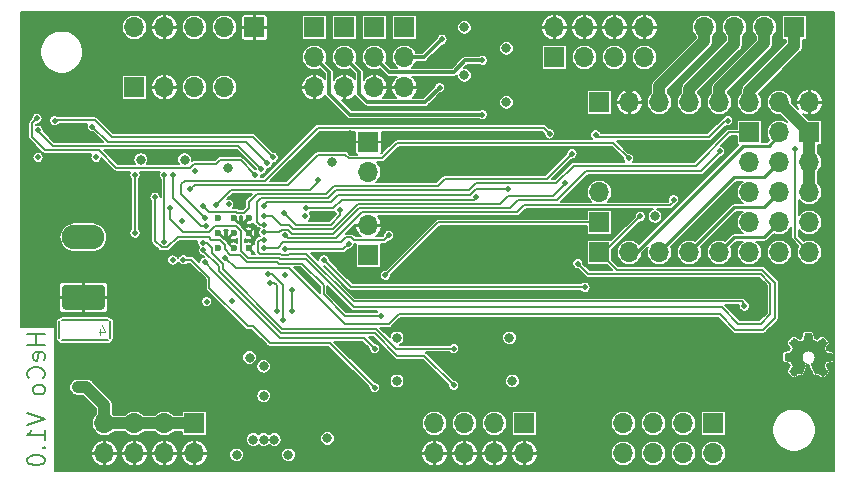
<source format=gbr>
%TF.GenerationSoftware,KiCad,Pcbnew,(5.1.10)-1*%
%TF.CreationDate,2021-11-13T18:31:53+01:00*%
%TF.ProjectId,HeCo,4865436f-2e6b-4696-9361-645f70636258,rev?*%
%TF.SameCoordinates,Original*%
%TF.FileFunction,Copper,L4,Bot*%
%TF.FilePolarity,Positive*%
%FSLAX46Y46*%
G04 Gerber Fmt 4.6, Leading zero omitted, Abs format (unit mm)*
G04 Created by KiCad (PCBNEW (5.1.10)-1) date 2021-11-13 18:31:53*
%MOMM*%
%LPD*%
G01*
G04 APERTURE LIST*
%TA.AperFunction,NonConductor*%
%ADD10C,0.150000*%
%TD*%
%TA.AperFunction,NonConductor*%
%ADD11C,0.120000*%
%TD*%
%TA.AperFunction,EtchedComponent*%
%ADD12C,0.002540*%
%TD*%
%TA.AperFunction,ComponentPad*%
%ADD13O,1.700000X1.700000*%
%TD*%
%TA.AperFunction,ComponentPad*%
%ADD14R,1.700000X1.700000*%
%TD*%
%TA.AperFunction,ComponentPad*%
%ADD15C,0.600000*%
%TD*%
%TA.AperFunction,ComponentPad*%
%ADD16O,3.600000X2.080000*%
%TD*%
%TA.AperFunction,ViaPad*%
%ADD17C,0.500000*%
%TD*%
%TA.AperFunction,ViaPad*%
%ADD18C,0.800000*%
%TD*%
%TA.AperFunction,Conductor*%
%ADD19C,0.200000*%
%TD*%
%TA.AperFunction,Conductor*%
%ADD20C,1.000000*%
%TD*%
%TA.AperFunction,Conductor*%
%ADD21C,0.300000*%
%TD*%
%TA.AperFunction,Conductor*%
%ADD22C,0.250000*%
%TD*%
%TA.AperFunction,Conductor*%
%ADD23C,0.150000*%
%TD*%
%TA.AperFunction,Conductor*%
%ADD24C,0.100000*%
%TD*%
G04 APERTURE END LIST*
D10*
X102578571Y-127900000D02*
X101078571Y-127900000D01*
X101792857Y-127900000D02*
X101792857Y-128757142D01*
X102578571Y-128757142D02*
X101078571Y-128757142D01*
X102507142Y-130042857D02*
X102578571Y-129900000D01*
X102578571Y-129614285D01*
X102507142Y-129471428D01*
X102364285Y-129400000D01*
X101792857Y-129400000D01*
X101650000Y-129471428D01*
X101578571Y-129614285D01*
X101578571Y-129900000D01*
X101650000Y-130042857D01*
X101792857Y-130114285D01*
X101935714Y-130114285D01*
X102078571Y-129400000D01*
X102435714Y-131614285D02*
X102507142Y-131542857D01*
X102578571Y-131328571D01*
X102578571Y-131185714D01*
X102507142Y-130971428D01*
X102364285Y-130828571D01*
X102221428Y-130757142D01*
X101935714Y-130685714D01*
X101721428Y-130685714D01*
X101435714Y-130757142D01*
X101292857Y-130828571D01*
X101150000Y-130971428D01*
X101078571Y-131185714D01*
X101078571Y-131328571D01*
X101150000Y-131542857D01*
X101221428Y-131614285D01*
X102578571Y-132471428D02*
X102507142Y-132328571D01*
X102435714Y-132257142D01*
X102292857Y-132185714D01*
X101864285Y-132185714D01*
X101721428Y-132257142D01*
X101650000Y-132328571D01*
X101578571Y-132471428D01*
X101578571Y-132685714D01*
X101650000Y-132828571D01*
X101721428Y-132900000D01*
X101864285Y-132971428D01*
X102292857Y-132971428D01*
X102435714Y-132900000D01*
X102507142Y-132828571D01*
X102578571Y-132685714D01*
X102578571Y-132471428D01*
X101078571Y-134542857D02*
X102578571Y-135042857D01*
X101078571Y-135542857D01*
X102578571Y-136828571D02*
X102578571Y-135971428D01*
X102578571Y-136400000D02*
X101078571Y-136400000D01*
X101292857Y-136257142D01*
X101435714Y-136114285D01*
X101507142Y-135971428D01*
X102435714Y-137471428D02*
X102507142Y-137542857D01*
X102578571Y-137471428D01*
X102507142Y-137400000D01*
X102435714Y-137471428D01*
X102578571Y-137471428D01*
X101078571Y-138471428D02*
X101078571Y-138614285D01*
X101150000Y-138757142D01*
X101221428Y-138828571D01*
X101364285Y-138900000D01*
X101650000Y-138971428D01*
X102007142Y-138971428D01*
X102292857Y-138900000D01*
X102435714Y-138828571D01*
X102507142Y-138757142D01*
X102578571Y-138614285D01*
X102578571Y-138471428D01*
X102507142Y-138328571D01*
X102435714Y-138257142D01*
X102292857Y-138185714D01*
X102007142Y-138114285D01*
X101650000Y-138114285D01*
X101364285Y-138185714D01*
X101221428Y-138257142D01*
X101150000Y-138328571D01*
X101078571Y-138471428D01*
D11*
X107247619Y-127428571D02*
X107247619Y-127961904D01*
X107438095Y-127123809D02*
X107628571Y-127695238D01*
X107133333Y-127695238D01*
D12*
%TO.C,G\u002A\u002A\u002A*%
G36*
X168411580Y-131395780D02*
G01*
X168391260Y-131385620D01*
X168343000Y-131355140D01*
X168276960Y-131311960D01*
X168198220Y-131258620D01*
X168119480Y-131205280D01*
X168053440Y-131162100D01*
X168007720Y-131131620D01*
X167989940Y-131121460D01*
X167979780Y-131124000D01*
X167941680Y-131144320D01*
X167885800Y-131172260D01*
X167855320Y-131187500D01*
X167804520Y-131210360D01*
X167779120Y-131215440D01*
X167776580Y-131207820D01*
X167756260Y-131169720D01*
X167728320Y-131103680D01*
X167690220Y-131017320D01*
X167647040Y-130915720D01*
X167601320Y-130806500D01*
X167555600Y-130694740D01*
X167509880Y-130588060D01*
X167471780Y-130491540D01*
X167438760Y-130415340D01*
X167418440Y-130359460D01*
X167410820Y-130336600D01*
X167413360Y-130331520D01*
X167438760Y-130308660D01*
X167481940Y-130275640D01*
X167578460Y-130196900D01*
X167669900Y-130080060D01*
X167728320Y-129947980D01*
X167746100Y-129800660D01*
X167730860Y-129666040D01*
X167677520Y-129536500D01*
X167586080Y-129417120D01*
X167474320Y-129330760D01*
X167344780Y-129274880D01*
X167200000Y-129257100D01*
X167060300Y-129272340D01*
X166928220Y-129325680D01*
X166808840Y-129414580D01*
X166760580Y-129473000D01*
X166692000Y-129592380D01*
X166651360Y-129719380D01*
X166648820Y-129749860D01*
X166653900Y-129892100D01*
X166694540Y-130026720D01*
X166768200Y-130146100D01*
X166872340Y-130245160D01*
X166885040Y-130255320D01*
X166933300Y-130290880D01*
X166963780Y-130313740D01*
X166989180Y-130334060D01*
X166811380Y-130765860D01*
X166783440Y-130834440D01*
X166732640Y-130951280D01*
X166689460Y-131052880D01*
X166656440Y-131134160D01*
X166631040Y-131187500D01*
X166620880Y-131210360D01*
X166605640Y-131212900D01*
X166572620Y-131200200D01*
X166511660Y-131172260D01*
X166471020Y-131151940D01*
X166425300Y-131129080D01*
X166404980Y-131121460D01*
X166387200Y-131131620D01*
X166344020Y-131159560D01*
X166280520Y-131202740D01*
X166204320Y-131253540D01*
X166130660Y-131304340D01*
X166062080Y-131350060D01*
X166013820Y-131380540D01*
X165988420Y-131393240D01*
X165985880Y-131393240D01*
X165965560Y-131380540D01*
X165924920Y-131350060D01*
X165866500Y-131294180D01*
X165785220Y-131212900D01*
X165772520Y-131200200D01*
X165703940Y-131129080D01*
X165648060Y-131070660D01*
X165609960Y-131030020D01*
X165597260Y-131012240D01*
X165609960Y-130986840D01*
X165640440Y-130938580D01*
X165686160Y-130870000D01*
X165739500Y-130791260D01*
X165881740Y-130582980D01*
X165803000Y-130387400D01*
X165780140Y-130328980D01*
X165749660Y-130255320D01*
X165726800Y-130204520D01*
X165714100Y-130181660D01*
X165693780Y-130174040D01*
X165640440Y-130161340D01*
X165561700Y-130143560D01*
X165470260Y-130128320D01*
X165381360Y-130110540D01*
X165302620Y-130095300D01*
X165244200Y-130085140D01*
X165218800Y-130080060D01*
X165213720Y-130074980D01*
X165208640Y-130062280D01*
X165203560Y-130036880D01*
X165203560Y-129988620D01*
X165201020Y-129912420D01*
X165201020Y-129800660D01*
X165201020Y-129790500D01*
X165203560Y-129683820D01*
X165203560Y-129600000D01*
X165206100Y-129546660D01*
X165211180Y-129526340D01*
X165236580Y-129518720D01*
X165292460Y-129508560D01*
X165371200Y-129490780D01*
X165467720Y-129473000D01*
X165472800Y-129473000D01*
X165566780Y-129455220D01*
X165645520Y-129437440D01*
X165701400Y-129424740D01*
X165724260Y-129417120D01*
X165729340Y-129412040D01*
X165749660Y-129373940D01*
X165777600Y-129315520D01*
X165808080Y-129244400D01*
X165838560Y-129170740D01*
X165866500Y-129102160D01*
X165884280Y-129053900D01*
X165889360Y-129031040D01*
X165874120Y-129008180D01*
X165841100Y-128957380D01*
X165795380Y-128891340D01*
X165739500Y-128810060D01*
X165736960Y-128802440D01*
X165681080Y-128723700D01*
X165637900Y-128655120D01*
X165607420Y-128606860D01*
X165597260Y-128586540D01*
X165597260Y-128584000D01*
X165615040Y-128561140D01*
X165655680Y-128515420D01*
X165714100Y-128454460D01*
X165785220Y-128383340D01*
X165808080Y-128363020D01*
X165884280Y-128286820D01*
X165937620Y-128236020D01*
X165973180Y-128210620D01*
X165988420Y-128203000D01*
X165988420Y-128205540D01*
X166013820Y-128218240D01*
X166064620Y-128251260D01*
X166133200Y-128299520D01*
X166214480Y-128352860D01*
X166219560Y-128357940D01*
X166298300Y-128411280D01*
X166364340Y-128457000D01*
X166412600Y-128487480D01*
X166432920Y-128500180D01*
X166438000Y-128500180D01*
X166468480Y-128490020D01*
X166526900Y-128472240D01*
X166595480Y-128444300D01*
X166669140Y-128413820D01*
X166737720Y-128385880D01*
X166788520Y-128363020D01*
X166811380Y-128350320D01*
X166811380Y-128347780D01*
X166821540Y-128319840D01*
X166834240Y-128258880D01*
X166852020Y-128177600D01*
X166869800Y-128078540D01*
X166872340Y-128063300D01*
X166890120Y-127969320D01*
X166905360Y-127890580D01*
X166918060Y-127834700D01*
X166923140Y-127811840D01*
X166935840Y-127809300D01*
X166984100Y-127806760D01*
X167055220Y-127804220D01*
X167141580Y-127804220D01*
X167230480Y-127804220D01*
X167316840Y-127806760D01*
X167393040Y-127809300D01*
X167446380Y-127811840D01*
X167469240Y-127816920D01*
X167471780Y-127819460D01*
X167479400Y-127847400D01*
X167492100Y-127908360D01*
X167509880Y-127989640D01*
X167527660Y-128088700D01*
X167530200Y-128106480D01*
X167547980Y-128200460D01*
X167565760Y-128279200D01*
X167575920Y-128332540D01*
X167583540Y-128352860D01*
X167591160Y-128357940D01*
X167629260Y-128375720D01*
X167692760Y-128401120D01*
X167774040Y-128434140D01*
X167956920Y-128507800D01*
X168180440Y-128352860D01*
X168200760Y-128340160D01*
X168282040Y-128284280D01*
X168348080Y-128241100D01*
X168393800Y-128210620D01*
X168414120Y-128200460D01*
X168436980Y-128220780D01*
X168482700Y-128261420D01*
X168543660Y-128322380D01*
X168612240Y-128390960D01*
X168665580Y-128444300D01*
X168726540Y-128507800D01*
X168767180Y-128548440D01*
X168787500Y-128576380D01*
X168795120Y-128594160D01*
X168792580Y-128604320D01*
X168779880Y-128627180D01*
X168746860Y-128675440D01*
X168701140Y-128744020D01*
X168645260Y-128822760D01*
X168599540Y-128891340D01*
X168551280Y-128965000D01*
X168520800Y-129018340D01*
X168508100Y-129046280D01*
X168510640Y-129056440D01*
X168528420Y-129099620D01*
X168553820Y-129168200D01*
X168586840Y-129246940D01*
X168665580Y-129424740D01*
X168782420Y-129445060D01*
X168853540Y-129460300D01*
X168952600Y-129478080D01*
X169046580Y-129495860D01*
X169193900Y-129526340D01*
X169198980Y-130064820D01*
X169176120Y-130074980D01*
X169153260Y-130082600D01*
X169099920Y-130092760D01*
X169021180Y-130108000D01*
X168929740Y-130125780D01*
X168851000Y-130141020D01*
X168772260Y-130156260D01*
X168716380Y-130166420D01*
X168690980Y-130171500D01*
X168683360Y-130181660D01*
X168663040Y-130219760D01*
X168635100Y-130280720D01*
X168604620Y-130354380D01*
X168574140Y-130428040D01*
X168546200Y-130499160D01*
X168525880Y-130552500D01*
X168518260Y-130580440D01*
X168528420Y-130600760D01*
X168558900Y-130646480D01*
X168602080Y-130712520D01*
X168655420Y-130791260D01*
X168711300Y-130870000D01*
X168754480Y-130938580D01*
X168787500Y-130986840D01*
X168800200Y-131007160D01*
X168792580Y-131022400D01*
X168762100Y-131060500D01*
X168703680Y-131121460D01*
X168614780Y-131210360D01*
X168599540Y-131223060D01*
X168530960Y-131291640D01*
X168470000Y-131344980D01*
X168429360Y-131383080D01*
X168411580Y-131395780D01*
G37*
X168411580Y-131395780D02*
X168391260Y-131385620D01*
X168343000Y-131355140D01*
X168276960Y-131311960D01*
X168198220Y-131258620D01*
X168119480Y-131205280D01*
X168053440Y-131162100D01*
X168007720Y-131131620D01*
X167989940Y-131121460D01*
X167979780Y-131124000D01*
X167941680Y-131144320D01*
X167885800Y-131172260D01*
X167855320Y-131187500D01*
X167804520Y-131210360D01*
X167779120Y-131215440D01*
X167776580Y-131207820D01*
X167756260Y-131169720D01*
X167728320Y-131103680D01*
X167690220Y-131017320D01*
X167647040Y-130915720D01*
X167601320Y-130806500D01*
X167555600Y-130694740D01*
X167509880Y-130588060D01*
X167471780Y-130491540D01*
X167438760Y-130415340D01*
X167418440Y-130359460D01*
X167410820Y-130336600D01*
X167413360Y-130331520D01*
X167438760Y-130308660D01*
X167481940Y-130275640D01*
X167578460Y-130196900D01*
X167669900Y-130080060D01*
X167728320Y-129947980D01*
X167746100Y-129800660D01*
X167730860Y-129666040D01*
X167677520Y-129536500D01*
X167586080Y-129417120D01*
X167474320Y-129330760D01*
X167344780Y-129274880D01*
X167200000Y-129257100D01*
X167060300Y-129272340D01*
X166928220Y-129325680D01*
X166808840Y-129414580D01*
X166760580Y-129473000D01*
X166692000Y-129592380D01*
X166651360Y-129719380D01*
X166648820Y-129749860D01*
X166653900Y-129892100D01*
X166694540Y-130026720D01*
X166768200Y-130146100D01*
X166872340Y-130245160D01*
X166885040Y-130255320D01*
X166933300Y-130290880D01*
X166963780Y-130313740D01*
X166989180Y-130334060D01*
X166811380Y-130765860D01*
X166783440Y-130834440D01*
X166732640Y-130951280D01*
X166689460Y-131052880D01*
X166656440Y-131134160D01*
X166631040Y-131187500D01*
X166620880Y-131210360D01*
X166605640Y-131212900D01*
X166572620Y-131200200D01*
X166511660Y-131172260D01*
X166471020Y-131151940D01*
X166425300Y-131129080D01*
X166404980Y-131121460D01*
X166387200Y-131131620D01*
X166344020Y-131159560D01*
X166280520Y-131202740D01*
X166204320Y-131253540D01*
X166130660Y-131304340D01*
X166062080Y-131350060D01*
X166013820Y-131380540D01*
X165988420Y-131393240D01*
X165985880Y-131393240D01*
X165965560Y-131380540D01*
X165924920Y-131350060D01*
X165866500Y-131294180D01*
X165785220Y-131212900D01*
X165772520Y-131200200D01*
X165703940Y-131129080D01*
X165648060Y-131070660D01*
X165609960Y-131030020D01*
X165597260Y-131012240D01*
X165609960Y-130986840D01*
X165640440Y-130938580D01*
X165686160Y-130870000D01*
X165739500Y-130791260D01*
X165881740Y-130582980D01*
X165803000Y-130387400D01*
X165780140Y-130328980D01*
X165749660Y-130255320D01*
X165726800Y-130204520D01*
X165714100Y-130181660D01*
X165693780Y-130174040D01*
X165640440Y-130161340D01*
X165561700Y-130143560D01*
X165470260Y-130128320D01*
X165381360Y-130110540D01*
X165302620Y-130095300D01*
X165244200Y-130085140D01*
X165218800Y-130080060D01*
X165213720Y-130074980D01*
X165208640Y-130062280D01*
X165203560Y-130036880D01*
X165203560Y-129988620D01*
X165201020Y-129912420D01*
X165201020Y-129800660D01*
X165201020Y-129790500D01*
X165203560Y-129683820D01*
X165203560Y-129600000D01*
X165206100Y-129546660D01*
X165211180Y-129526340D01*
X165236580Y-129518720D01*
X165292460Y-129508560D01*
X165371200Y-129490780D01*
X165467720Y-129473000D01*
X165472800Y-129473000D01*
X165566780Y-129455220D01*
X165645520Y-129437440D01*
X165701400Y-129424740D01*
X165724260Y-129417120D01*
X165729340Y-129412040D01*
X165749660Y-129373940D01*
X165777600Y-129315520D01*
X165808080Y-129244400D01*
X165838560Y-129170740D01*
X165866500Y-129102160D01*
X165884280Y-129053900D01*
X165889360Y-129031040D01*
X165874120Y-129008180D01*
X165841100Y-128957380D01*
X165795380Y-128891340D01*
X165739500Y-128810060D01*
X165736960Y-128802440D01*
X165681080Y-128723700D01*
X165637900Y-128655120D01*
X165607420Y-128606860D01*
X165597260Y-128586540D01*
X165597260Y-128584000D01*
X165615040Y-128561140D01*
X165655680Y-128515420D01*
X165714100Y-128454460D01*
X165785220Y-128383340D01*
X165808080Y-128363020D01*
X165884280Y-128286820D01*
X165937620Y-128236020D01*
X165973180Y-128210620D01*
X165988420Y-128203000D01*
X165988420Y-128205540D01*
X166013820Y-128218240D01*
X166064620Y-128251260D01*
X166133200Y-128299520D01*
X166214480Y-128352860D01*
X166219560Y-128357940D01*
X166298300Y-128411280D01*
X166364340Y-128457000D01*
X166412600Y-128487480D01*
X166432920Y-128500180D01*
X166438000Y-128500180D01*
X166468480Y-128490020D01*
X166526900Y-128472240D01*
X166595480Y-128444300D01*
X166669140Y-128413820D01*
X166737720Y-128385880D01*
X166788520Y-128363020D01*
X166811380Y-128350320D01*
X166811380Y-128347780D01*
X166821540Y-128319840D01*
X166834240Y-128258880D01*
X166852020Y-128177600D01*
X166869800Y-128078540D01*
X166872340Y-128063300D01*
X166890120Y-127969320D01*
X166905360Y-127890580D01*
X166918060Y-127834700D01*
X166923140Y-127811840D01*
X166935840Y-127809300D01*
X166984100Y-127806760D01*
X167055220Y-127804220D01*
X167141580Y-127804220D01*
X167230480Y-127804220D01*
X167316840Y-127806760D01*
X167393040Y-127809300D01*
X167446380Y-127811840D01*
X167469240Y-127816920D01*
X167471780Y-127819460D01*
X167479400Y-127847400D01*
X167492100Y-127908360D01*
X167509880Y-127989640D01*
X167527660Y-128088700D01*
X167530200Y-128106480D01*
X167547980Y-128200460D01*
X167565760Y-128279200D01*
X167575920Y-128332540D01*
X167583540Y-128352860D01*
X167591160Y-128357940D01*
X167629260Y-128375720D01*
X167692760Y-128401120D01*
X167774040Y-128434140D01*
X167956920Y-128507800D01*
X168180440Y-128352860D01*
X168200760Y-128340160D01*
X168282040Y-128284280D01*
X168348080Y-128241100D01*
X168393800Y-128210620D01*
X168414120Y-128200460D01*
X168436980Y-128220780D01*
X168482700Y-128261420D01*
X168543660Y-128322380D01*
X168612240Y-128390960D01*
X168665580Y-128444300D01*
X168726540Y-128507800D01*
X168767180Y-128548440D01*
X168787500Y-128576380D01*
X168795120Y-128594160D01*
X168792580Y-128604320D01*
X168779880Y-128627180D01*
X168746860Y-128675440D01*
X168701140Y-128744020D01*
X168645260Y-128822760D01*
X168599540Y-128891340D01*
X168551280Y-128965000D01*
X168520800Y-129018340D01*
X168508100Y-129046280D01*
X168510640Y-129056440D01*
X168528420Y-129099620D01*
X168553820Y-129168200D01*
X168586840Y-129246940D01*
X168665580Y-129424740D01*
X168782420Y-129445060D01*
X168853540Y-129460300D01*
X168952600Y-129478080D01*
X169046580Y-129495860D01*
X169193900Y-129526340D01*
X169198980Y-130064820D01*
X169176120Y-130074980D01*
X169153260Y-130082600D01*
X169099920Y-130092760D01*
X169021180Y-130108000D01*
X168929740Y-130125780D01*
X168851000Y-130141020D01*
X168772260Y-130156260D01*
X168716380Y-130166420D01*
X168690980Y-130171500D01*
X168683360Y-130181660D01*
X168663040Y-130219760D01*
X168635100Y-130280720D01*
X168604620Y-130354380D01*
X168574140Y-130428040D01*
X168546200Y-130499160D01*
X168525880Y-130552500D01*
X168518260Y-130580440D01*
X168528420Y-130600760D01*
X168558900Y-130646480D01*
X168602080Y-130712520D01*
X168655420Y-130791260D01*
X168711300Y-130870000D01*
X168754480Y-130938580D01*
X168787500Y-130986840D01*
X168800200Y-131007160D01*
X168792580Y-131022400D01*
X168762100Y-131060500D01*
X168703680Y-131121460D01*
X168614780Y-131210360D01*
X168599540Y-131223060D01*
X168530960Y-131291640D01*
X168470000Y-131344980D01*
X168429360Y-131383080D01*
X168411580Y-131395780D01*
%TD*%
D13*
%TO.P,J14,5*%
%TO.N,BLIN*%
X110160000Y-101900000D03*
%TO.P,J14,4*%
%TO.N,GND*%
X112700000Y-101900000D03*
%TO.P,J14,3*%
%TO.N,BLOUT*%
X115240000Y-101900000D03*
%TO.P,J14,2*%
%TO.N,+5V*%
X117780000Y-101900000D03*
D14*
%TO.P,J14,1*%
%TO.N,GND*%
X120320000Y-101900000D03*
%TD*%
D13*
%TO.P,J10,8*%
%TO.N,GND*%
X167310000Y-108250000D03*
%TO.P,J10,7*%
%TO.N,+3V3*%
X164770000Y-108250000D03*
%TO.P,J10,6*%
%TO.N,Net-(J10-Pad6)*%
X162230000Y-108250000D03*
%TO.P,J10,5*%
%TO.N,Net-(J10-Pad5)*%
X159690000Y-108250000D03*
%TO.P,J10,4*%
%TO.N,Net-(J10-Pad4)*%
X157150000Y-108250000D03*
%TO.P,J10,3*%
%TO.N,Net-(J10-Pad3)*%
X154610000Y-108250000D03*
%TO.P,J10,2*%
%TO.N,GND*%
X152070000Y-108250000D03*
D14*
%TO.P,J10,1*%
%TO.N,+24V*%
X149530000Y-108250000D03*
%TD*%
D15*
%TO.P,U3,57*%
%TO.N,GND*%
X119820500Y-120604500D03*
X118545500Y-120604500D03*
X117270500Y-120604500D03*
X119820500Y-119329500D03*
X118545500Y-119329500D03*
X117270500Y-119329500D03*
X119820500Y-118054500D03*
X118545500Y-118054500D03*
X117270500Y-118054500D03*
%TD*%
D13*
%TO.P,J15,3*%
%TO.N,GND*%
X125400000Y-106980000D03*
%TO.P,J15,2*%
%TO.N,DI0*%
X125400000Y-104440000D03*
D14*
%TO.P,J15,1*%
%TO.N,+3V3*%
X125400000Y-101900000D03*
%TD*%
D13*
%TO.P,J5,8*%
%TO.N,GND*%
X107620000Y-137968000D03*
%TO.P,J5,7*%
%TO.N,+5V*%
X107620000Y-135428000D03*
%TO.P,J5,6*%
%TO.N,GND*%
X110160000Y-137968000D03*
%TO.P,J5,5*%
%TO.N,+5V*%
X110160000Y-135428000D03*
%TO.P,J5,4*%
%TO.N,GND*%
X112700000Y-137968000D03*
%TO.P,J5,3*%
%TO.N,+5V*%
X112700000Y-135428000D03*
%TO.P,J5,2*%
%TO.N,GND*%
X115240000Y-137968000D03*
D14*
%TO.P,J5,1*%
%TO.N,+5V*%
X115240000Y-135428000D03*
%TD*%
D13*
%TO.P,J13,8*%
%TO.N,GND*%
X153340000Y-101900000D03*
%TO.P,J13,7*%
%TO.N,+24V*%
X153340000Y-104440000D03*
%TO.P,J13,6*%
%TO.N,GND*%
X150800000Y-101900000D03*
%TO.P,J13,5*%
%TO.N,+24V*%
X150800000Y-104440000D03*
%TO.P,J13,4*%
%TO.N,GND*%
X148260000Y-101900000D03*
%TO.P,J13,3*%
%TO.N,+24V*%
X148260000Y-104440000D03*
%TO.P,J13,2*%
%TO.N,GND*%
X145720000Y-101900000D03*
D14*
%TO.P,J13,1*%
%TO.N,+24V*%
X145720000Y-104440000D03*
%TD*%
D13*
%TO.P,J6,2*%
%TO.N,DIAG1*%
X149530000Y-115870000D03*
D14*
%TO.P,J6,1*%
%TO.N,DIAG0*%
X149530000Y-118410000D03*
%TD*%
D16*
%TO.P,J11,2*%
%TO.N,+24V*%
X105842000Y-119680000D03*
%TO.P,J11,1*%
%TO.N,GND*%
%TA.AperFunction,ComponentPad*%
G36*
G01*
X107392003Y-125800000D02*
X104291997Y-125800000D01*
G75*
G02*
X104042000Y-125550003I0J249997D01*
G01*
X104042000Y-123969997D01*
G75*
G02*
X104291997Y-123720000I249997J0D01*
G01*
X107392003Y-123720000D01*
G75*
G02*
X107642000Y-123969997I0J-249997D01*
G01*
X107642000Y-125550003D01*
G75*
G02*
X107392003Y-125800000I-249997J0D01*
G01*
G37*
%TD.AperFunction*%
%TD*%
D13*
%TO.P,J12,4*%
%TO.N,Net-(J10-Pad3)*%
X158420000Y-101900000D03*
%TO.P,J12,3*%
%TO.N,Net-(J10-Pad4)*%
X160960000Y-101900000D03*
%TO.P,J12,2*%
%TO.N,Net-(J10-Pad5)*%
X163500000Y-101900000D03*
D14*
%TO.P,J12,1*%
%TO.N,Net-(J10-Pad6)*%
X166040000Y-101900000D03*
%TD*%
D13*
%TO.P,J9,8*%
%TO.N,Net-(J9-Pad8)*%
X167310000Y-120950000D03*
%TO.P,J9,7*%
%TO.N,Net-(J9-Pad7)*%
X164770000Y-120950000D03*
%TO.P,J9,6*%
%TO.N,Net-(J9-Pad6)*%
X162230000Y-120950000D03*
%TO.P,J9,5*%
%TO.N,Net-(J7-Pad8)*%
X159690000Y-120950000D03*
%TO.P,J9,4*%
%TO.N,Net-(J7-Pad6)*%
X157150000Y-120950000D03*
%TO.P,J9,3*%
%TO.N,Net-(J7-Pad4)*%
X154610000Y-120950000D03*
%TO.P,J9,2*%
%TO.N,Net-(J7-Pad2)*%
X152070000Y-120950000D03*
D14*
%TO.P,J9,1*%
%TO.N,MEN*%
X149530000Y-120950000D03*
%TD*%
D13*
%TO.P,J8,4*%
%TO.N,Net-(J8-Pad4)*%
X167310000Y-118410000D03*
%TO.P,J8,3*%
%TO.N,+3V3*%
X167310000Y-115870000D03*
%TO.P,J8,2*%
X167310000Y-113330000D03*
D14*
%TO.P,J8,1*%
X167310000Y-110790000D03*
%TD*%
D13*
%TO.P,J7,8*%
%TO.N,Net-(J7-Pad8)*%
X164770000Y-118410000D03*
%TO.P,J7,7*%
%TO.N,MSPI_RX*%
X162230000Y-118410000D03*
%TO.P,J7,6*%
%TO.N,Net-(J7-Pad6)*%
X164770000Y-115870000D03*
%TO.P,J7,5*%
%TO.N,MSPICS*%
X162230000Y-115870000D03*
%TO.P,J7,4*%
%TO.N,Net-(J7-Pad4)*%
X164770000Y-113330000D03*
%TO.P,J7,3*%
%TO.N,MSPI_CLK*%
X162230000Y-113330000D03*
%TO.P,J7,2*%
%TO.N,Net-(J7-Pad2)*%
X164770000Y-110790000D03*
D14*
%TO.P,J7,1*%
%TO.N,MSPI_TX*%
X162230000Y-110790000D03*
%TD*%
D13*
%TO.P,J4,2*%
%TO.N,Net-(C6-Pad1)*%
X129972000Y-114140000D03*
D14*
%TO.P,J4,1*%
%TO.N,GND*%
X129972000Y-111600000D03*
%TD*%
D13*
%TO.P,J20,8*%
%TO.N,GND*%
X135560000Y-137968000D03*
%TO.P,J20,7*%
%TO.N,AIN3*%
X135560000Y-135428000D03*
%TO.P,J20,6*%
%TO.N,GND*%
X138100000Y-137968000D03*
%TO.P,J20,5*%
%TO.N,AIN2*%
X138100000Y-135428000D03*
%TO.P,J20,4*%
%TO.N,GND*%
X140640000Y-137968000D03*
%TO.P,J20,3*%
%TO.N,AIN1*%
X140640000Y-135428000D03*
%TO.P,J20,2*%
%TO.N,GND*%
X143180000Y-137968000D03*
D14*
%TO.P,J20,1*%
%TO.N,AIN0*%
X143180000Y-135428000D03*
%TD*%
D13*
%TO.P,J19,8*%
%TO.N,+24V*%
X151562000Y-137968000D03*
%TO.P,J19,7*%
%TO.N,Net-(D13-Pad1)*%
X151562000Y-135428000D03*
%TO.P,J19,6*%
%TO.N,+24V*%
X154102000Y-137968000D03*
%TO.P,J19,5*%
%TO.N,Net-(D12-Pad1)*%
X154102000Y-135428000D03*
%TO.P,J19,4*%
%TO.N,+24V*%
X156642000Y-137968000D03*
%TO.P,J19,3*%
%TO.N,Net-(D11-Pad1)*%
X156642000Y-135428000D03*
%TO.P,J19,2*%
%TO.N,+24V*%
X159182000Y-137968000D03*
D14*
%TO.P,J19,1*%
%TO.N,Net-(D10-Pad1)*%
X159182000Y-135428000D03*
%TD*%
D13*
%TO.P,J18,3*%
%TO.N,GND*%
X133020000Y-106980000D03*
%TO.P,J18,2*%
%TO.N,DI3*%
X133020000Y-104440000D03*
D14*
%TO.P,J18,1*%
%TO.N,+3V3*%
X133020000Y-101900000D03*
%TD*%
D13*
%TO.P,J17,3*%
%TO.N,GND*%
X130480000Y-106980000D03*
%TO.P,J17,2*%
%TO.N,DI2*%
X130480000Y-104440000D03*
D14*
%TO.P,J17,1*%
%TO.N,+3V3*%
X130480000Y-101900000D03*
%TD*%
D13*
%TO.P,J16,3*%
%TO.N,GND*%
X127940000Y-106980000D03*
%TO.P,J16,2*%
%TO.N,DI1*%
X127940000Y-104440000D03*
D14*
%TO.P,J16,1*%
%TO.N,+3V3*%
X127940000Y-101900000D03*
%TD*%
D13*
%TO.P,J1,4*%
%TO.N,+3V3*%
X117780000Y-106980000D03*
%TO.P,J1,3*%
%TO.N,Net-(J1-Pad3)*%
X115240000Y-106980000D03*
%TO.P,J1,2*%
%TO.N,GND*%
X112700000Y-106980000D03*
D14*
%TO.P,J1,1*%
%TO.N,Net-(J1-Pad1)*%
X110160000Y-106980000D03*
%TD*%
D13*
%TO.P,J2,2*%
%TO.N,GND*%
X129972000Y-118660000D03*
D14*
%TO.P,J2,1*%
%TO.N,Net-(J2-Pad1)*%
X129972000Y-121200000D03*
%TD*%
D17*
%TO.N,Net-(U1-Pad3)*%
X123500000Y-124100000D03*
X123503000Y-125903000D03*
%TO.N,Net-(U1-Pad2)*%
X121600000Y-123500000D03*
X122200000Y-125900000D03*
D18*
%TO.N,GND*%
X116764000Y-112822000D03*
X119284592Y-110042148D03*
X117300000Y-109400000D03*
X119178588Y-116936314D03*
X124900000Y-138200000D03*
X123400000Y-130500000D03*
X129591000Y-136698000D03*
X132639000Y-127046000D03*
X132639000Y-130602000D03*
X136957000Y-127554000D03*
X138481000Y-131110000D03*
X142418000Y-130729000D03*
X148006000Y-129840000D03*
X154737000Y-123871000D03*
X165278000Y-123871000D03*
X159436000Y-129840000D03*
X157785000Y-114854000D03*
X152070000Y-107107000D03*
X147244000Y-137206000D03*
X113462000Y-132126000D03*
X129718000Y-134412000D03*
X140640000Y-114092000D03*
X133020000Y-114092000D03*
X142418000Y-109520000D03*
X138862000Y-107234000D03*
X138862000Y-102662000D03*
X142418000Y-104948000D03*
X128448000Y-111044000D03*
X122352000Y-112060000D03*
D17*
X126162000Y-118029000D03*
X111938000Y-121585000D03*
X111176000Y-118410000D03*
D18*
X104064000Y-138095000D03*
X114732000Y-125141000D03*
D17*
X103500000Y-112900000D03*
X105300000Y-113000000D03*
X118300000Y-126900000D03*
X124500000Y-122800000D03*
X127000000Y-124600000D03*
D18*
X141000000Y-127000000D03*
X108900000Y-113100000D03*
X112500000Y-113100000D03*
%TO.N,+3V3*%
X118100000Y-113800000D03*
X121100000Y-130600000D03*
X121100000Y-133100000D03*
X121100000Y-136800000D03*
X122000000Y-136800000D03*
X120200000Y-136800000D03*
X123200000Y-138100000D03*
X126500000Y-136700000D03*
X118800000Y-138100000D03*
X141910000Y-128189000D03*
X142164000Y-131842000D03*
X132385000Y-131842000D03*
X132385000Y-128189000D03*
X141656000Y-103678000D03*
X141656000Y-108250000D03*
X138100000Y-105964000D03*
X138100000Y-101900000D03*
X126924000Y-113330000D03*
X154229000Y-117902000D03*
D17*
X124638000Y-117902000D03*
X114177500Y-118329500D03*
X102000000Y-112900000D03*
X106900000Y-112900000D03*
X118400000Y-125100000D03*
X122908500Y-122855000D03*
X113400000Y-121600000D03*
D18*
X119900000Y-129850001D03*
X114400000Y-113100000D03*
X110700000Y-113100000D03*
D17*
%TO.N,+1V1*%
X116269000Y-125131000D03*
X115300000Y-114100000D03*
X118126600Y-116891136D03*
%TO.N,DO3*%
X139100000Y-116300000D03*
X124700000Y-117200000D03*
%TO.N,AIN0*%
X115923249Y-120135731D03*
X137200000Y-129100000D03*
%TO.N,AIN1*%
X116002926Y-120780831D03*
X137200000Y-132200000D03*
%TO.N,AIN2*%
X130500000Y-129100000D03*
X116100000Y-121800000D03*
%TO.N,AIN3*%
X114306659Y-121583945D03*
X130500000Y-132400000D03*
%TO.N,DI0*%
X139600000Y-109300000D03*
%TO.N,DI1*%
X136000000Y-107000000D03*
%TO.N,DI2*%
X122900000Y-120700000D03*
X139600000Y-104700000D03*
X128300000Y-120200000D03*
%TO.N,DI3*%
X121100000Y-120550009D03*
X136200000Y-102900000D03*
X131700000Y-119500000D03*
%TO.N,Net-(J1-Pad3)*%
X116200000Y-118700000D03*
X113400000Y-114400000D03*
%TO.N,DIAG1*%
X147700000Y-121900000D03*
X113200000Y-117184990D03*
%TO.N,DIAG0*%
X131400000Y-122900000D03*
X131000000Y-126300000D03*
X111900000Y-116300000D03*
%TO.N,MSPICS*%
X122899140Y-119514443D03*
X155800000Y-116500000D03*
%TO.N,MSPI_CLK*%
X121100000Y-119250003D03*
X159700000Y-112400000D03*
%TO.N,MSPI_TX*%
X121100000Y-118600000D03*
%TO.N,MEN*%
X153000000Y-117900000D03*
X117859945Y-121440055D03*
%TO.N,Net-(R1-Pad1)*%
X122706184Y-126693816D03*
X121500000Y-122800000D03*
%TO.N,MSTP*%
X147200000Y-112600000D03*
X116000000Y-117000000D03*
%TO.N,MDIR*%
X116100000Y-118000000D03*
X145300000Y-110900000D03*
%TO.N,DO2*%
X121100000Y-117000000D03*
X141800000Y-115600000D03*
%TO.N,DO0*%
X121100000Y-117900000D03*
X146600000Y-115100000D03*
%TO.N,DO1*%
X122800000Y-117600000D03*
X127600000Y-117400000D03*
X148300000Y-123900000D03*
X126200000Y-121600000D03*
%TO.N,MSPI_RX*%
X121100000Y-119900006D03*
X161800000Y-125500000D03*
%TO.N,ASPI_RX*%
X121900000Y-112900000D03*
X103400000Y-109800000D03*
%TO.N,ASPICS*%
X121407567Y-113392433D03*
X106600000Y-110300000D03*
%TO.N,ASPI_CLK*%
X120900000Y-113900000D03*
X102000000Y-110600000D03*
%TO.N,ASPI_TX*%
X120400000Y-114400000D03*
X101900000Y-109600000D03*
D18*
%TO.N,+5V*%
X105367002Y-132380000D03*
D17*
%TO.N,BLIN*%
X110200000Y-119300000D03*
X110200000Y-114400000D03*
%TO.N,BLOUT*%
X112700000Y-120029500D03*
X112700000Y-114400000D03*
%TO.N,Net-(C6-Pad1)*%
X117100000Y-116900000D03*
X125700000Y-114800000D03*
%TO.N,Net-(J9-Pad8)*%
X160400000Y-109800000D03*
X166100000Y-112200000D03*
X149200000Y-111000000D03*
%TO.N,Net-(J8-Pad4)*%
X114900000Y-115600000D03*
X152000000Y-113000000D03*
%TD*%
D19*
%TO.N,*%
X104000000Y-128400000D02*
X107900000Y-128400000D01*
X104000000Y-126700000D02*
X107900000Y-126700000D01*
X108100000Y-126800000D02*
X108100000Y-128200000D01*
X103800000Y-126800000D02*
X103800000Y-128200000D01*
%TO.N,Net-(U1-Pad3)*%
X123500000Y-125900000D02*
X123503000Y-125903000D01*
X123500000Y-124100000D02*
X123500000Y-125900000D01*
%TO.N,Net-(U1-Pad2)*%
X122000000Y-123500000D02*
X121600000Y-123500000D01*
X122200000Y-123700000D02*
X122000000Y-123500000D01*
X122200000Y-125900000D02*
X122200000Y-123700000D01*
D20*
%TO.N,+3V3*%
X164770000Y-108250000D02*
X167310000Y-110790000D01*
X167310000Y-110790000D02*
X167310000Y-113330000D01*
X167310000Y-113330000D02*
X167310000Y-115870000D01*
D19*
%TO.N,DO3*%
X138890031Y-116509969D02*
X139100000Y-116300000D01*
X127690031Y-116509969D02*
X138890031Y-116509969D01*
X127000000Y-117200000D02*
X127690031Y-116509969D01*
X124700000Y-117200000D02*
X127000000Y-117200000D01*
%TO.N,AIN0*%
X132300000Y-129100000D02*
X137200000Y-129100000D01*
X117655022Y-122382656D02*
X122672366Y-127400000D01*
X117655022Y-121955022D02*
X117655022Y-122382656D01*
X116720499Y-121020499D02*
X117655022Y-121955022D01*
X116720499Y-120579428D02*
X116720499Y-121020499D01*
X116276802Y-120135731D02*
X116720499Y-120579428D01*
X130600000Y-127400000D02*
X132300000Y-129100000D01*
X122672366Y-127400000D02*
X130600000Y-127400000D01*
X115923249Y-120135731D02*
X116276802Y-120135731D01*
%TO.N,AIN1*%
X134700000Y-129700000D02*
X137200000Y-132200000D01*
X130505012Y-127800000D02*
X132405012Y-129700000D01*
X122577378Y-127800000D02*
X130505012Y-127800000D01*
X132405012Y-129700000D02*
X134700000Y-129700000D01*
X117305012Y-122527634D02*
X122577378Y-127800000D01*
X117305012Y-122100000D02*
X117305012Y-122527634D01*
X116002926Y-120797914D02*
X117305012Y-122100000D01*
X116002926Y-120780831D02*
X116002926Y-120797914D01*
%TO.N,AIN2*%
X122482390Y-128200000D02*
X129600000Y-128200000D01*
X116800000Y-122517610D02*
X122482390Y-128200000D01*
X129600000Y-128200000D02*
X130500000Y-129100000D01*
X116800000Y-122500000D02*
X116800000Y-122517610D01*
X116100000Y-121800000D02*
X116800000Y-122500000D01*
%TO.N,AIN3*%
X121600000Y-128600000D02*
X126700000Y-128600000D01*
X120200000Y-127200000D02*
X121600000Y-128600000D01*
X119759998Y-127200000D02*
X120200000Y-127200000D01*
X116500000Y-123940002D02*
X119759998Y-127200000D01*
X116500000Y-123100000D02*
X116500000Y-123940002D01*
X114983945Y-121583945D02*
X116500000Y-123100000D01*
X126700000Y-128600000D02*
X130500000Y-132400000D01*
X114306659Y-121583945D02*
X114983945Y-121583945D01*
D21*
%TO.N,DI0*%
X126650001Y-105690001D02*
X125400000Y-104440000D01*
X139600000Y-109300000D02*
X128409998Y-109300000D01*
X128409998Y-109300000D02*
X126650001Y-107540003D01*
X126650001Y-107540003D02*
X126650001Y-105690001D01*
%TO.N,DI1*%
X129190001Y-105690001D02*
X127940000Y-104440000D01*
X129190001Y-107540003D02*
X129190001Y-105690001D01*
X129879999Y-108230001D02*
X129190001Y-107540003D01*
X134769999Y-108230001D02*
X129879999Y-108230001D01*
X136000000Y-107000000D02*
X134769999Y-108230001D01*
%TO.N,DI2*%
X131730001Y-105690001D02*
X130480000Y-104440000D01*
X138179998Y-104700000D02*
X137189997Y-105690001D01*
X137189997Y-105690001D02*
X131730001Y-105690001D01*
X139600000Y-104700000D02*
X138179998Y-104700000D01*
D19*
X127800000Y-120700000D02*
X128300000Y-120200000D01*
X122900000Y-120700000D02*
X127800000Y-120700000D01*
D21*
%TO.N,DI3*%
X134660000Y-104440000D02*
X133020000Y-104440000D01*
X136200000Y-102900000D02*
X134660000Y-104440000D01*
D19*
X128740002Y-119900000D02*
X131300000Y-119900000D01*
X128520001Y-119679999D02*
X128740002Y-119900000D01*
X128079999Y-119679999D02*
X128520001Y-119679999D01*
X127659999Y-120099999D02*
X128079999Y-119679999D01*
X122759999Y-120099999D02*
X127659999Y-120099999D01*
X122309989Y-120550009D02*
X122759999Y-120099999D01*
X131300000Y-119900000D02*
X131700000Y-119500000D01*
X121100000Y-120550009D02*
X122309989Y-120550009D01*
%TO.N,Net-(J1-Pad3)*%
X115782990Y-118700000D02*
X116200000Y-118700000D01*
X113400000Y-116317010D02*
X115782990Y-118700000D01*
X113400000Y-114400000D02*
X113400000Y-116317010D01*
%TO.N,DIAG1*%
X163200000Y-122800000D02*
X148600000Y-122800000D01*
X164000000Y-126200000D02*
X164000000Y-123600000D01*
X163200000Y-127000000D02*
X164000000Y-126200000D01*
X159900000Y-125600000D02*
X161300000Y-127000000D01*
X113200000Y-117184990D02*
X113200000Y-118092002D01*
X122365030Y-121400020D02*
X122515021Y-121550011D01*
X148600000Y-122800000D02*
X147700000Y-121900000D01*
X113200000Y-118092002D02*
X114307999Y-119200001D01*
X124690013Y-121550011D02*
X128740002Y-125600000D01*
X114307999Y-119200001D02*
X116440001Y-119200001D01*
X164000000Y-123600000D02*
X163200000Y-122800000D01*
X116940002Y-118700000D02*
X118730002Y-118700000D01*
X118730002Y-118700000D02*
X119200000Y-119169998D01*
X119200000Y-119169998D02*
X119200000Y-120798002D01*
X119200000Y-120798002D02*
X119802018Y-121400020D01*
X119802018Y-121400020D02*
X122365030Y-121400020D01*
X116440001Y-119200001D02*
X116940002Y-118700000D01*
X122515021Y-121550011D02*
X124690013Y-121550011D01*
X161300000Y-127000000D02*
X163200000Y-127000000D01*
X128740002Y-125600000D02*
X159900000Y-125600000D01*
%TO.N,DIAG0*%
X149530000Y-118410000D02*
X135890000Y-118410000D01*
X135890000Y-118410000D02*
X131400000Y-122900000D01*
X128400000Y-126300000D02*
X131000000Y-126300000D01*
X127959998Y-126300000D02*
X128400000Y-126300000D01*
X126170001Y-124510003D02*
X127959998Y-126300000D01*
X122370043Y-121900021D02*
X124340023Y-121900021D01*
X126170001Y-123729999D02*
X126170001Y-124510003D01*
X122220052Y-121750030D02*
X122370043Y-121900021D01*
X111900000Y-116300000D02*
X111900000Y-119969502D01*
X111900000Y-119969502D02*
X112459999Y-120529501D01*
X117820501Y-120693503D02*
X118281499Y-121154501D01*
X124340023Y-121900021D02*
X126170001Y-123729999D01*
X112459999Y-120529501D02*
X112940001Y-120529501D01*
X112940001Y-120529501D02*
X113833772Y-119635730D01*
X113833772Y-119635730D02*
X116435730Y-119635730D01*
X117359503Y-119879501D02*
X117820501Y-120340499D01*
X116435730Y-119635730D02*
X116679501Y-119879501D01*
X116679501Y-119879501D02*
X117359503Y-119879501D01*
X118281499Y-121154501D02*
X119061511Y-121154501D01*
X117820501Y-120340499D02*
X117820501Y-120693503D01*
X119061511Y-121154501D02*
X119657040Y-121750030D01*
X119657040Y-121750030D02*
X122220052Y-121750030D01*
%TO.N,MSPICS*%
X155900000Y-116600000D02*
X155800000Y-116500000D01*
X143129999Y-116970001D02*
X155529999Y-116970001D01*
X122899140Y-119514443D02*
X122914443Y-119514443D01*
X122914443Y-119514443D02*
X123149989Y-119749989D01*
X155529999Y-116970001D02*
X155900000Y-116600000D01*
X143070001Y-117029999D02*
X143129999Y-116970001D01*
X129443999Y-117559999D02*
X142559999Y-117559999D01*
X142559999Y-117559999D02*
X143070001Y-117049997D01*
X143070001Y-117049997D02*
X143070001Y-117029999D01*
X127145001Y-119749987D02*
X127000000Y-119749987D01*
X127254009Y-119749989D02*
X127049989Y-119749989D01*
X129443999Y-117559999D02*
X127254009Y-119749989D01*
X123149989Y-119749989D02*
X127049989Y-119749989D01*
%TO.N,MSPI_CLK*%
X122423578Y-119250003D02*
X121100000Y-119250003D01*
X159700000Y-112400000D02*
X159800000Y-112400000D01*
X158100000Y-114100000D02*
X148400000Y-114100000D01*
X122659139Y-119014442D02*
X122423578Y-119250003D01*
X148400000Y-114100000D02*
X145950008Y-116549992D01*
X145950008Y-116549992D02*
X142649992Y-116549992D01*
X142649992Y-116549992D02*
X141989995Y-117209989D01*
X141989995Y-117209989D02*
X129190011Y-117209989D01*
X159800000Y-112400000D02*
X158100000Y-114100000D01*
X123139141Y-119014442D02*
X123524678Y-119399979D01*
X122659139Y-119014442D02*
X123139141Y-119014442D01*
X127000021Y-119399979D02*
X129190011Y-117209989D01*
X123524678Y-119399979D02*
X127000021Y-119399979D01*
%TO.N,MSPI_TX*%
X160510000Y-110790000D02*
X162230000Y-110790000D01*
X157700000Y-113600000D02*
X160510000Y-110790000D01*
X121100000Y-118600000D02*
X120746447Y-118600000D01*
X139072999Y-115092011D02*
X144897023Y-115092011D01*
X120746447Y-118600000D02*
X120500000Y-118353553D01*
X145859990Y-115100008D02*
X147359998Y-113600000D01*
X120500000Y-116700000D02*
X120850010Y-116349990D01*
X120850010Y-116349990D02*
X126550010Y-116349990D01*
X126550010Y-116349990D02*
X127200000Y-115700000D01*
X127200000Y-115700000D02*
X138465010Y-115700000D01*
X120500000Y-118353553D02*
X120500000Y-116700000D01*
X138465010Y-115700000D02*
X139072999Y-115092011D01*
X144905020Y-115100008D02*
X145859990Y-115100008D01*
X144897023Y-115092011D02*
X144905020Y-115100008D01*
X147359998Y-113600000D02*
X157700000Y-113600000D01*
%TO.N,MEN*%
X149950000Y-120950000D02*
X149530000Y-120950000D01*
X153000000Y-117900000D02*
X149950000Y-120950000D01*
X150980000Y-122400000D02*
X149530000Y-120950000D01*
X164400000Y-126494988D02*
X164400000Y-123505012D01*
X163394988Y-127500000D02*
X164400000Y-126494988D01*
X163294988Y-122400000D02*
X150980000Y-122400000D01*
X159705012Y-126200000D02*
X161005012Y-127500000D01*
X132522998Y-126200000D02*
X159705012Y-126200000D01*
X131722998Y-127000000D02*
X132522998Y-126200000D01*
X127959998Y-127000000D02*
X131722998Y-127000000D01*
X164400000Y-123505012D02*
X163294988Y-122400000D01*
X123259998Y-122300000D02*
X127959998Y-127000000D01*
X118719890Y-122300000D02*
X123259998Y-122300000D01*
X161005012Y-127500000D02*
X163394988Y-127500000D01*
X117859945Y-121440055D02*
X118719890Y-122300000D01*
%TO.N,Net-(R1-Pad1)*%
X122706184Y-126693816D02*
X122700000Y-123700000D01*
X121800000Y-122800000D02*
X121500000Y-122800000D01*
X122700000Y-123700000D02*
X121800000Y-122800000D01*
%TO.N,MSTP*%
X145050000Y-114750000D02*
X147200000Y-112600000D01*
X116000000Y-117000000D02*
X116504499Y-117504499D01*
X116504499Y-117504499D02*
X118784771Y-117504499D01*
X127050010Y-115349990D02*
X135850010Y-115349990D01*
X118784771Y-117504499D02*
X118866587Y-117586315D01*
X118866587Y-117586315D02*
X119474683Y-117586315D01*
X136457999Y-114742001D02*
X145042001Y-114742001D01*
X119474683Y-117586315D02*
X119828589Y-117232409D01*
X135850010Y-115349990D02*
X136457999Y-114742001D01*
X119828589Y-117232409D02*
X119828589Y-116701389D01*
X119828589Y-116701389D02*
X120529998Y-115999980D01*
X126400020Y-115999980D02*
X127050010Y-115349990D01*
X120529998Y-115999980D02*
X126400020Y-115999980D01*
X145042001Y-114742001D02*
X145050000Y-114750000D01*
%TO.N,MDIR*%
X144793999Y-110393999D02*
X145300000Y-110900000D01*
X125706001Y-110393999D02*
X144793999Y-110393999D01*
X114400000Y-114900000D02*
X121199999Y-114900001D01*
X114100000Y-115200000D02*
X114400000Y-114900000D01*
X121199999Y-114900001D02*
X125706001Y-110393999D01*
X114100000Y-116000000D02*
X114100000Y-115200000D01*
X116100000Y-118000000D02*
X114100000Y-116000000D01*
%TO.N,DO2*%
X139059998Y-115600000D02*
X141800000Y-115600000D01*
X138559998Y-116100000D02*
X139059998Y-115600000D01*
X127400000Y-116100000D02*
X138559998Y-116100000D01*
X126800000Y-116700000D02*
X127400000Y-116100000D01*
X121400000Y-116700000D02*
X126800000Y-116700000D01*
X121100000Y-117000000D02*
X121400000Y-116700000D01*
%TO.N,DO0*%
X141140021Y-116859979D02*
X129045033Y-116859979D01*
X145600016Y-116199984D02*
X141800016Y-116199984D01*
X141800016Y-116199984D02*
X141140021Y-116859979D01*
X146700000Y-115100000D02*
X145600016Y-116199984D01*
X146600000Y-115100000D02*
X146700000Y-115100000D01*
X126955002Y-118950010D02*
X123569697Y-118950010D01*
X129045033Y-116859979D02*
X126955002Y-118950010D01*
X123284121Y-118664434D02*
X122564434Y-118664434D01*
X123569697Y-118950010D02*
X123284121Y-118664434D01*
X121800000Y-117900000D02*
X121100000Y-117900000D01*
X122564434Y-118664434D02*
X121800000Y-117900000D01*
%TO.N,DO1*%
X127550001Y-117350001D02*
X127600000Y-117400000D01*
X148300000Y-123900000D02*
X137600000Y-123900000D01*
X137600000Y-123900000D02*
X129700000Y-123900000D01*
X128500000Y-123900000D02*
X126200000Y-121600000D01*
X129700000Y-123900000D02*
X128500000Y-123900000D01*
X127600000Y-117800000D02*
X127600000Y-117400000D01*
X126800000Y-118600000D02*
X127600000Y-117800000D01*
X123800000Y-118600000D02*
X126800000Y-118600000D01*
X122800000Y-117600000D02*
X123800000Y-118600000D01*
%TO.N,MSPI_RX*%
X161800000Y-125300000D02*
X161800000Y-125500000D01*
X161600000Y-125100000D02*
X161800000Y-125300000D01*
X128734990Y-125100000D02*
X161600000Y-125100000D01*
X124685000Y-121050010D02*
X128734990Y-125100000D01*
X123199999Y-121200001D02*
X123349990Y-121050010D01*
X122659999Y-121200001D02*
X123199999Y-121200001D01*
X123349990Y-121050010D02*
X124685000Y-121050010D01*
X120750008Y-121050010D02*
X122510008Y-121050010D01*
X120599999Y-120046454D02*
X120599999Y-120900001D01*
X120599999Y-120900001D02*
X120750008Y-121050010D01*
X120746447Y-119900006D02*
X120599999Y-120046454D01*
X122510008Y-121050010D02*
X122659999Y-121200001D01*
X121100000Y-119900006D02*
X120746447Y-119900006D01*
%TO.N,ASPI_RX*%
X121900000Y-112900000D02*
X120200000Y-111200000D01*
X108240002Y-111200000D02*
X106800000Y-109759998D01*
X120200000Y-111200000D02*
X108240002Y-111200000D01*
X106800000Y-109759998D02*
X103540002Y-109759998D01*
X103500000Y-109800000D02*
X103400000Y-109800000D01*
X103540002Y-109759998D02*
X103500000Y-109800000D01*
%TO.N,ASPICS*%
X107899982Y-111599982D02*
X106600000Y-110300000D01*
X119615116Y-111599982D02*
X107899982Y-111599982D01*
X121407567Y-113392433D02*
X119615116Y-111599982D01*
%TO.N,ASPI_CLK*%
X119250000Y-112250000D02*
X120900000Y-113900000D01*
X118949990Y-111949990D02*
X119250000Y-112250000D01*
X103249990Y-111949990D02*
X118949990Y-111949990D01*
X102000000Y-110700000D02*
X103249990Y-111949990D01*
X102000000Y-110600000D02*
X102000000Y-110700000D01*
%TO.N,ASPI_TX*%
X119149999Y-113149999D02*
X120400000Y-114400000D01*
X117398003Y-113149999D02*
X119149999Y-113149999D01*
X114859998Y-113800000D02*
X115187997Y-113472001D01*
X108637998Y-113800000D02*
X114859998Y-113800000D01*
X117076001Y-113472001D02*
X117398003Y-113149999D01*
X102600000Y-112300000D02*
X107137998Y-112300000D01*
X115187997Y-113472001D02*
X117076001Y-113472001D01*
X101500000Y-111200000D02*
X102600000Y-112300000D01*
X101500000Y-110000000D02*
X101500000Y-111200000D01*
X107137998Y-112300000D02*
X108637998Y-113800000D01*
X101900000Y-109600000D02*
X101500000Y-110000000D01*
D20*
%TO.N,+5V*%
X105367002Y-132380000D02*
X106096000Y-132380000D01*
X107620000Y-133904000D02*
X107620000Y-135428000D01*
X106096000Y-132380000D02*
X107620000Y-133904000D01*
X107620000Y-135428000D02*
X110160000Y-135428000D01*
X112700000Y-135428000D02*
X110160000Y-135428000D01*
X115240000Y-135428000D02*
X112700000Y-135428000D01*
D19*
%TO.N,BLIN*%
X110200000Y-119300000D02*
X110200000Y-114400000D01*
%TO.N,BLOUT*%
X112700000Y-114400000D02*
X112700000Y-120029500D01*
%TO.N,Net-(C6-Pad1)*%
X118350030Y-115649970D02*
X117100000Y-116900000D01*
X125050030Y-115649970D02*
X118350030Y-115649970D01*
X125700000Y-115000000D02*
X125050030Y-115649970D01*
X125700000Y-114800000D02*
X125700000Y-115000000D01*
D22*
%TO.N,Net-(J7-Pad8)*%
X159690000Y-120950000D02*
X160960000Y-119680000D01*
X163500000Y-119680000D02*
X164770000Y-118410000D01*
X160960000Y-119680000D02*
X163500000Y-119680000D01*
%TO.N,Net-(J7-Pad6)*%
X157150000Y-120950000D02*
X160960000Y-117140000D01*
X163500000Y-117140000D02*
X164770000Y-115870000D01*
X160960000Y-117140000D02*
X163500000Y-117140000D01*
%TO.N,Net-(J7-Pad4)*%
X154610000Y-120950000D02*
X160960000Y-114600000D01*
X163500000Y-114600000D02*
X164770000Y-113330000D01*
X160960000Y-114600000D02*
X163500000Y-114600000D01*
%TO.N,Net-(J7-Pad2)*%
X161723001Y-111915001D02*
X163898999Y-111915001D01*
X152688002Y-120950000D02*
X161723001Y-111915001D01*
X152070000Y-120950000D02*
X152688002Y-120950000D01*
X164770000Y-111044000D02*
X164770000Y-110790000D01*
X163898999Y-111915001D02*
X164770000Y-111044000D01*
D19*
%TO.N,Net-(J9-Pad8)*%
X166100000Y-112200000D02*
X166100000Y-119700000D01*
X167310000Y-120910000D02*
X167310000Y-120950000D01*
X166100000Y-119700000D02*
X167310000Y-120910000D01*
X160200000Y-109800000D02*
X160400000Y-109800000D01*
X158800000Y-111200000D02*
X160200000Y-109800000D01*
X149400000Y-111200000D02*
X158800000Y-111200000D01*
X149200000Y-111000000D02*
X149400000Y-111200000D01*
D20*
%TO.N,Net-(J10-Pad6)*%
X162230000Y-108250000D02*
X162230000Y-107270000D01*
X166040000Y-103460000D02*
X166040000Y-101900000D01*
X162230000Y-107270000D02*
X166040000Y-103460000D01*
%TO.N,Net-(J10-Pad5)*%
X159690000Y-108250000D02*
X159690000Y-107060000D01*
X163500000Y-103250000D02*
X163500000Y-101900000D01*
X159690000Y-107060000D02*
X163500000Y-103250000D01*
%TO.N,Net-(J10-Pad4)*%
X160960000Y-103290000D02*
X160960000Y-101900000D01*
X157150000Y-107100000D02*
X160960000Y-103290000D01*
X157150000Y-108250000D02*
X157150000Y-107100000D01*
%TO.N,Net-(J10-Pad3)*%
X158420000Y-103080000D02*
X158420000Y-101900000D01*
X154610000Y-106890000D02*
X158420000Y-103080000D01*
X154610000Y-108250000D02*
X154610000Y-106890000D01*
D19*
%TO.N,Net-(J8-Pad4)*%
X123149989Y-115250011D02*
X115249989Y-115250011D01*
X127979999Y-112679999D02*
X125720001Y-112679999D01*
X128300000Y-113000000D02*
X127979999Y-112679999D01*
X131100000Y-113000000D02*
X128300000Y-113000000D01*
X132400000Y-111700000D02*
X131100000Y-113000000D01*
X115249989Y-115250011D02*
X114900000Y-115600000D01*
X150700000Y-111700000D02*
X132400000Y-111700000D01*
X125720001Y-112679999D02*
X123149989Y-115250011D01*
X152000000Y-113000000D02*
X150700000Y-111700000D01*
%TD*%
D23*
%TO.N,GND*%
X169425000Y-130037246D02*
X169420160Y-129524205D01*
X169418098Y-129505032D01*
X169416516Y-129485841D01*
X169415741Y-129483121D01*
X169415437Y-129480299D01*
X169409687Y-129461886D01*
X169404410Y-129443373D01*
X169403119Y-129440851D01*
X169402274Y-129438145D01*
X169393072Y-129421226D01*
X169384286Y-129404064D01*
X169382527Y-129401837D01*
X169381175Y-129399352D01*
X169368853Y-129384530D01*
X169356910Y-129369414D01*
X169354760Y-129367578D01*
X169352944Y-129365394D01*
X169337962Y-129353237D01*
X169323325Y-129340740D01*
X169320853Y-129339354D01*
X169318654Y-129337569D01*
X169301608Y-129328559D01*
X169284810Y-129319137D01*
X169282120Y-129318258D01*
X169279611Y-129316932D01*
X169261159Y-129311411D01*
X169242833Y-129305424D01*
X169239744Y-129304763D01*
X169092424Y-129274283D01*
X169092075Y-129274246D01*
X169091741Y-129274143D01*
X169088642Y-129273534D01*
X168994662Y-129255754D01*
X168994610Y-129255749D01*
X168992574Y-129255369D01*
X168897239Y-129238258D01*
X168829830Y-129223813D01*
X168827019Y-129223493D01*
X168824298Y-129222699D01*
X168823507Y-129222556D01*
X168794636Y-129157363D01*
X168764340Y-129085117D01*
X168756666Y-129064398D01*
X168788312Y-129016096D01*
X168831694Y-128951024D01*
X168885665Y-128874973D01*
X168886525Y-128873469D01*
X168887637Y-128872148D01*
X168889408Y-128869532D01*
X168934382Y-128802071D01*
X168966622Y-128754951D01*
X168970931Y-128747106D01*
X168976122Y-128739817D01*
X168977676Y-128737066D01*
X168990376Y-128714206D01*
X168992755Y-128708724D01*
X168995887Y-128703639D01*
X169001526Y-128688507D01*
X169007952Y-128673695D01*
X169009219Y-128667860D01*
X169011307Y-128662258D01*
X169012094Y-128659199D01*
X169014634Y-128649038D01*
X169015458Y-128643485D01*
X169017079Y-128638115D01*
X169018690Y-128621694D01*
X169021113Y-128605356D01*
X169020842Y-128599748D01*
X169021390Y-128594165D01*
X169019781Y-128577749D01*
X169018984Y-128561247D01*
X169017628Y-128555794D01*
X169017081Y-128550216D01*
X169012314Y-128534423D01*
X169008327Y-128518392D01*
X169005941Y-128513312D01*
X169004319Y-128507940D01*
X169003095Y-128505028D01*
X168995475Y-128487248D01*
X168994683Y-128485808D01*
X168994164Y-128484249D01*
X168984053Y-128466471D01*
X168974202Y-128448550D01*
X168973146Y-128447291D01*
X168972333Y-128445862D01*
X168970493Y-128443295D01*
X168950173Y-128415354D01*
X168939455Y-128403295D01*
X168929396Y-128390693D01*
X168927177Y-128388443D01*
X168888160Y-128349426D01*
X168828808Y-128287601D01*
X168828253Y-128287126D01*
X168827795Y-128286552D01*
X168825577Y-128284303D01*
X168642697Y-128101423D01*
X168638770Y-128098197D01*
X168635372Y-128094419D01*
X168633025Y-128092303D01*
X168587306Y-128051664D01*
X168564446Y-128031344D01*
X168564124Y-128031110D01*
X168563858Y-128030824D01*
X168546359Y-128018186D01*
X168528735Y-128005366D01*
X168528377Y-128005200D01*
X168528058Y-128004970D01*
X168508372Y-127995942D01*
X168488658Y-127986819D01*
X168488275Y-127986726D01*
X168487917Y-127986562D01*
X168466869Y-127981535D01*
X168445742Y-127976411D01*
X168445347Y-127976394D01*
X168444965Y-127976303D01*
X168423381Y-127975460D01*
X168401621Y-127974535D01*
X168401230Y-127974595D01*
X168400838Y-127974580D01*
X168379433Y-127977957D01*
X168357978Y-127981266D01*
X168357609Y-127981400D01*
X168357217Y-127981462D01*
X168336832Y-127988948D01*
X168316471Y-127996345D01*
X168316133Y-127996550D01*
X168315764Y-127996685D01*
X168312929Y-127998078D01*
X168292609Y-128008238D01*
X168282031Y-128014890D01*
X168270929Y-128020618D01*
X168268288Y-128022352D01*
X168223396Y-128052280D01*
X168158214Y-128094899D01*
X168157397Y-128095555D01*
X168156467Y-128096052D01*
X168153852Y-128097824D01*
X168076645Y-128150904D01*
X168060517Y-128160983D01*
X168057496Y-128163310D01*
X168054144Y-128165117D01*
X168051535Y-128166899D01*
X167928287Y-128252333D01*
X167858955Y-128224407D01*
X167777923Y-128191488D01*
X167777921Y-128191487D01*
X167769568Y-128154496D01*
X167753475Y-128069435D01*
X167751656Y-128056701D01*
X167751069Y-128054300D01*
X167750907Y-128051839D01*
X167750371Y-128048726D01*
X167732591Y-127949666D01*
X167731857Y-127947067D01*
X167731577Y-127944378D01*
X167730923Y-127941287D01*
X167713392Y-127861143D01*
X167700914Y-127801251D01*
X167699326Y-127796173D01*
X167698507Y-127790917D01*
X167697697Y-127787864D01*
X167690077Y-127759924D01*
X167685473Y-127747838D01*
X167681868Y-127735430D01*
X167677634Y-127727262D01*
X167674356Y-127718658D01*
X167667491Y-127707695D01*
X167661545Y-127696225D01*
X167655806Y-127689035D01*
X167650918Y-127681230D01*
X167642059Y-127671815D01*
X167633995Y-127661712D01*
X167631777Y-127659463D01*
X167629237Y-127656923D01*
X167624005Y-127652625D01*
X167620658Y-127649068D01*
X167613805Y-127644172D01*
X167601370Y-127633236D01*
X167598066Y-127631319D01*
X167595113Y-127628893D01*
X167578983Y-127620245D01*
X167563176Y-127611071D01*
X167559565Y-127609833D01*
X167556194Y-127608025D01*
X167538694Y-127602675D01*
X167521404Y-127596745D01*
X167518325Y-127596038D01*
X167495465Y-127590958D01*
X167477834Y-127588815D01*
X167460297Y-127585998D01*
X167457142Y-127585826D01*
X167403803Y-127583286D01*
X167403767Y-127583288D01*
X167403734Y-127583283D01*
X167400578Y-127583156D01*
X167324378Y-127580616D01*
X167324336Y-127580619D01*
X167323492Y-127580588D01*
X167237132Y-127578048D01*
X167235383Y-127578168D01*
X167233639Y-127577972D01*
X167230480Y-127577950D01*
X167055220Y-127577950D01*
X167052766Y-127578191D01*
X167050302Y-127578003D01*
X167047144Y-127578094D01*
X166976024Y-127580634D01*
X166975693Y-127580678D01*
X166975364Y-127580659D01*
X166972208Y-127580803D01*
X166923948Y-127583343D01*
X166909315Y-127585559D01*
X166894567Y-127586826D01*
X166891465Y-127587424D01*
X166878765Y-127589964D01*
X166861106Y-127595332D01*
X166843266Y-127600136D01*
X166839999Y-127601749D01*
X166836514Y-127602808D01*
X166820243Y-127611500D01*
X166803667Y-127619682D01*
X166800770Y-127621903D01*
X166797563Y-127623616D01*
X166783299Y-127635295D01*
X166768619Y-127646548D01*
X166766211Y-127649287D01*
X166763395Y-127651592D01*
X166751654Y-127665840D01*
X166739456Y-127679710D01*
X166737629Y-127682858D01*
X166735311Y-127685671D01*
X166726548Y-127701953D01*
X166717291Y-127717904D01*
X166716111Y-127721344D01*
X166714382Y-127724557D01*
X166708953Y-127742215D01*
X166702965Y-127759676D01*
X166702258Y-127762755D01*
X166697272Y-127785192D01*
X166684717Y-127840434D01*
X166684456Y-127842495D01*
X166683834Y-127844487D01*
X166683213Y-127847584D01*
X166667973Y-127926324D01*
X166667969Y-127926368D01*
X166667794Y-127927258D01*
X166650014Y-128021238D01*
X166649934Y-128022130D01*
X166649690Y-128022989D01*
X166649149Y-128026102D01*
X166646844Y-128039930D01*
X166630064Y-128133419D01*
X166617578Y-128190499D01*
X166583769Y-128204273D01*
X166583722Y-128204298D01*
X166582625Y-128204743D01*
X166509580Y-128234969D01*
X166466497Y-128252521D01*
X166427095Y-128225243D01*
X166427056Y-128225221D01*
X166425203Y-128223947D01*
X166352028Y-128174377D01*
X166341253Y-128165439D01*
X166340393Y-128164866D01*
X166340353Y-128164833D01*
X166340305Y-128164807D01*
X166338624Y-128163687D01*
X166260412Y-128112360D01*
X166194837Y-128066215D01*
X166192578Y-128064935D01*
X166190571Y-128063285D01*
X166187934Y-128061545D01*
X166137135Y-128028525D01*
X166127208Y-128023374D01*
X166117827Y-128017290D01*
X166116243Y-128016485D01*
X166114949Y-128015414D01*
X166108398Y-128011872D01*
X166102358Y-128007510D01*
X166089010Y-128001389D01*
X166076103Y-127994410D01*
X166068992Y-127992209D01*
X166062217Y-127989102D01*
X166047934Y-127985691D01*
X166033918Y-127981352D01*
X166026509Y-127980573D01*
X166019265Y-127978843D01*
X166004598Y-127978270D01*
X165990000Y-127976736D01*
X165982585Y-127977411D01*
X165975138Y-127977120D01*
X165960635Y-127979408D01*
X165946021Y-127980738D01*
X165938874Y-127982841D01*
X165931518Y-127984002D01*
X165917742Y-127989061D01*
X165903658Y-127993206D01*
X165897056Y-127996657D01*
X165890064Y-127999225D01*
X165887229Y-128000618D01*
X165871989Y-128008238D01*
X165858332Y-128016826D01*
X165844247Y-128024678D01*
X165841663Y-128026496D01*
X165806103Y-128051897D01*
X165795301Y-128061333D01*
X165783874Y-128070007D01*
X165781572Y-128072169D01*
X165728232Y-128122969D01*
X165727458Y-128123866D01*
X165726532Y-128124605D01*
X165724283Y-128126823D01*
X165652787Y-128198319D01*
X165634894Y-128214224D01*
X165631443Y-128217955D01*
X165627472Y-128221125D01*
X165625223Y-128223343D01*
X165554103Y-128294463D01*
X165553575Y-128295106D01*
X165552938Y-128295637D01*
X165550736Y-128297902D01*
X165492316Y-128358863D01*
X165490666Y-128360961D01*
X165488679Y-128362748D01*
X165486563Y-128365095D01*
X165445924Y-128410814D01*
X165442477Y-128415552D01*
X165438390Y-128419744D01*
X165436433Y-128422224D01*
X165418653Y-128445084D01*
X165414980Y-128450899D01*
X165410562Y-128456165D01*
X165403218Y-128469524D01*
X165395073Y-128482420D01*
X165392600Y-128488836D01*
X165389287Y-128494863D01*
X165384677Y-128509398D01*
X165383521Y-128512396D01*
X165383362Y-128512743D01*
X165383321Y-128512916D01*
X165379193Y-128523627D01*
X165378013Y-128530404D01*
X165375935Y-128536956D01*
X165374480Y-128549928D01*
X165373103Y-128555695D01*
X165372956Y-128559457D01*
X165371620Y-128567133D01*
X165371779Y-128574006D01*
X165371012Y-128580841D01*
X165370990Y-128584000D01*
X165370990Y-128586540D01*
X165371640Y-128593168D01*
X165371380Y-128599822D01*
X165372546Y-128607212D01*
X165372640Y-128611282D01*
X165374029Y-128617533D01*
X165375299Y-128630489D01*
X165377225Y-128636867D01*
X165378262Y-128643442D01*
X165382117Y-128653939D01*
X165382217Y-128654390D01*
X165382615Y-128655295D01*
X165383592Y-128657955D01*
X165388063Y-128672765D01*
X165391189Y-128678645D01*
X165393485Y-128684896D01*
X165394878Y-128687731D01*
X165405038Y-128708051D01*
X165410207Y-128716271D01*
X165414443Y-128725004D01*
X165416111Y-128727687D01*
X165446423Y-128775680D01*
X165489603Y-128844260D01*
X165492476Y-128847965D01*
X165494745Y-128852064D01*
X165496555Y-128854653D01*
X165540319Y-128916321D01*
X165542827Y-128921944D01*
X165547475Y-128928525D01*
X165551272Y-128935633D01*
X165553044Y-128938248D01*
X165608924Y-129019529D01*
X165608954Y-129019565D01*
X165609343Y-129020135D01*
X165638457Y-129062188D01*
X165629243Y-129084805D01*
X165599555Y-129156552D01*
X165571465Y-129222095D01*
X165571411Y-129222207D01*
X165520816Y-129233632D01*
X165437603Y-129249375D01*
X165429839Y-129249923D01*
X165426728Y-129250474D01*
X165330208Y-129268254D01*
X165327374Y-129269069D01*
X165324447Y-129269393D01*
X165321361Y-129270067D01*
X165247282Y-129286795D01*
X165196104Y-129296100D01*
X165185472Y-129299129D01*
X165174594Y-129301106D01*
X165171561Y-129301993D01*
X165146162Y-129309613D01*
X165141648Y-129311464D01*
X165136903Y-129312609D01*
X165121254Y-129319828D01*
X165105304Y-129326369D01*
X165101233Y-129329064D01*
X165096803Y-129331107D01*
X165082862Y-129341223D01*
X165068479Y-129350742D01*
X165065007Y-129354178D01*
X165061061Y-129357041D01*
X165049345Y-129369676D01*
X165037090Y-129381804D01*
X165034355Y-129385844D01*
X165031035Y-129389424D01*
X165022001Y-129404089D01*
X165012331Y-129418370D01*
X165010429Y-129422874D01*
X165007873Y-129427022D01*
X165001860Y-129443159D01*
X164995147Y-129459050D01*
X164994157Y-129463828D01*
X164992453Y-129468402D01*
X164991666Y-129471462D01*
X164986586Y-129491781D01*
X164983545Y-129512285D01*
X164980258Y-129532743D01*
X164980111Y-129535434D01*
X164980107Y-129535463D01*
X164980108Y-129535487D01*
X164980086Y-129535898D01*
X164977546Y-129589237D01*
X164977737Y-129593049D01*
X164977312Y-129596841D01*
X164977290Y-129600000D01*
X164977290Y-129681122D01*
X164974814Y-129785114D01*
X164974897Y-129786230D01*
X164974772Y-129787341D01*
X164974750Y-129790500D01*
X164974750Y-129912420D01*
X164974964Y-129914606D01*
X164974792Y-129916800D01*
X164974876Y-129919958D01*
X164977290Y-129992369D01*
X164977290Y-130036880D01*
X164979315Y-130057534D01*
X164981086Y-130078153D01*
X164981596Y-130080799D01*
X164981599Y-130080829D01*
X164981607Y-130080855D01*
X164981684Y-130081255D01*
X164986764Y-130106655D01*
X164992330Y-130124964D01*
X164997401Y-130143373D01*
X164998554Y-130146315D01*
X165003633Y-130159014D01*
X165015677Y-130182247D01*
X165023839Y-130197992D01*
X165023957Y-130198220D01*
X165033220Y-130209823D01*
X165051505Y-130232728D01*
X165053723Y-130234977D01*
X165058803Y-130240057D01*
X165074814Y-130253209D01*
X165090607Y-130266513D01*
X165091836Y-130267192D01*
X165092926Y-130268087D01*
X165111187Y-130277878D01*
X165129264Y-130287861D01*
X165130603Y-130288289D01*
X165131846Y-130288955D01*
X165151633Y-130295005D01*
X165171331Y-130301295D01*
X165174053Y-130301859D01*
X165174076Y-130301866D01*
X165174098Y-130301868D01*
X165174425Y-130301936D01*
X165199825Y-130307016D01*
X165201095Y-130307143D01*
X165202322Y-130307501D01*
X165205431Y-130308064D01*
X165261756Y-130317860D01*
X165337650Y-130332549D01*
X165425885Y-130350196D01*
X165427953Y-130350403D01*
X165429949Y-130350970D01*
X165433061Y-130351511D01*
X165518143Y-130365691D01*
X165553785Y-130373740D01*
X165570226Y-130413471D01*
X165592288Y-130469852D01*
X165592308Y-130469891D01*
X165593102Y-130471904D01*
X165626664Y-130555268D01*
X165552646Y-130663652D01*
X165552623Y-130663694D01*
X165552167Y-130664357D01*
X165498827Y-130743097D01*
X165498800Y-130743147D01*
X165497892Y-130744488D01*
X165452172Y-130813068D01*
X165451599Y-130814142D01*
X165450836Y-130815095D01*
X165449131Y-130817754D01*
X165418651Y-130866013D01*
X165414292Y-130874689D01*
X165409010Y-130882833D01*
X165407578Y-130885649D01*
X165394878Y-130911049D01*
X165391129Y-130920834D01*
X165386392Y-130930185D01*
X165383246Y-130941404D01*
X165379077Y-130952285D01*
X165377300Y-130962614D01*
X165374470Y-130972706D01*
X165373563Y-130984327D01*
X165371588Y-130995806D01*
X165371850Y-131006283D01*
X165371035Y-131016732D01*
X165372401Y-131028297D01*
X165372693Y-131039952D01*
X165374987Y-131050187D01*
X165376216Y-131060588D01*
X165379801Y-131071661D01*
X165382352Y-131083043D01*
X165386593Y-131092643D01*
X165389817Y-131102601D01*
X165395485Y-131112769D01*
X165400198Y-131123437D01*
X165406216Y-131132021D01*
X165411318Y-131141173D01*
X165413137Y-131143757D01*
X165425837Y-131161537D01*
X165434689Y-131171671D01*
X165442743Y-131182456D01*
X165444888Y-131184775D01*
X165482988Y-131225416D01*
X165483024Y-131225447D01*
X165484548Y-131227063D01*
X165540428Y-131285483D01*
X165540462Y-131285512D01*
X165541061Y-131286142D01*
X165609641Y-131357262D01*
X165610005Y-131357572D01*
X165610305Y-131357948D01*
X165612523Y-131360197D01*
X165706503Y-131454177D01*
X165707225Y-131454770D01*
X165707829Y-131455493D01*
X165710097Y-131457692D01*
X165768517Y-131513572D01*
X165777931Y-131520961D01*
X165786644Y-131529163D01*
X165789158Y-131531076D01*
X165829798Y-131561556D01*
X165836669Y-131565728D01*
X165842970Y-131570724D01*
X165845637Y-131572417D01*
X165865957Y-131585116D01*
X165881515Y-131592841D01*
X165896743Y-131601213D01*
X165901263Y-131602647D01*
X165905509Y-131604755D01*
X165922281Y-131609314D01*
X165938836Y-131614565D01*
X165943544Y-131615093D01*
X165948124Y-131616338D01*
X165955222Y-131616835D01*
X165957575Y-131617397D01*
X165967555Y-131617787D01*
X165982721Y-131619488D01*
X165985880Y-131619510D01*
X165988420Y-131619510D01*
X165990508Y-131619305D01*
X165992176Y-131619422D01*
X165996254Y-131618907D01*
X166001702Y-131619120D01*
X166016976Y-131616710D01*
X166032369Y-131615201D01*
X166038747Y-131613275D01*
X166045322Y-131612238D01*
X166059835Y-131606908D01*
X166074645Y-131602437D01*
X166080525Y-131599311D01*
X166086776Y-131597015D01*
X166089611Y-131595622D01*
X166115011Y-131582922D01*
X166123229Y-131577754D01*
X166131964Y-131573517D01*
X166134647Y-131571849D01*
X166182906Y-131541369D01*
X166183868Y-131540621D01*
X166184951Y-131540062D01*
X166187592Y-131538328D01*
X166256172Y-131492608D01*
X166256328Y-131492481D01*
X166256508Y-131492384D01*
X166259121Y-131490608D01*
X166331302Y-131440828D01*
X166406032Y-131391008D01*
X166406071Y-131390976D01*
X166407754Y-131389849D01*
X166422081Y-131380107D01*
X166478344Y-131405894D01*
X166483555Y-131407691D01*
X166488453Y-131410234D01*
X166491394Y-131411388D01*
X166524414Y-131424088D01*
X166538307Y-131427925D01*
X166551906Y-131432697D01*
X166559542Y-131433789D01*
X166566980Y-131435843D01*
X166581357Y-131436908D01*
X166595622Y-131438948D01*
X166603325Y-131438536D01*
X166611020Y-131439106D01*
X166625326Y-131437359D01*
X166639719Y-131436589D01*
X166642839Y-131436091D01*
X166658078Y-131433551D01*
X166678947Y-131427935D01*
X166699890Y-131422387D01*
X166700288Y-131422192D01*
X166700721Y-131422076D01*
X166720199Y-131412465D01*
X166739568Y-131403002D01*
X166739922Y-131402733D01*
X166740323Y-131402535D01*
X166757518Y-131389359D01*
X166774726Y-131376280D01*
X166775022Y-131375946D01*
X166775376Y-131375675D01*
X166789774Y-131359309D01*
X166804023Y-131343238D01*
X166804245Y-131342859D01*
X166804544Y-131342519D01*
X166815498Y-131323650D01*
X166826345Y-131305135D01*
X166826692Y-131304369D01*
X166826715Y-131304329D01*
X166826731Y-131304283D01*
X166827648Y-131302257D01*
X166836607Y-131282100D01*
X166860730Y-131231441D01*
X166862449Y-131226684D01*
X166864862Y-131222241D01*
X166866072Y-131219323D01*
X166898437Y-131139656D01*
X166940512Y-131040655D01*
X166990946Y-130924660D01*
X166991271Y-130923654D01*
X166991775Y-130922728D01*
X166992987Y-130919811D01*
X167020778Y-130851596D01*
X167198407Y-130420213D01*
X167199250Y-130417418D01*
X167203782Y-130431013D01*
X167204385Y-130432365D01*
X167204734Y-130433810D01*
X167205793Y-130436786D01*
X167226113Y-130492666D01*
X167228375Y-130497392D01*
X167229909Y-130502399D01*
X167231145Y-130505307D01*
X167262682Y-130578086D01*
X167299414Y-130671139D01*
X167300189Y-130672652D01*
X167300681Y-130674280D01*
X167301905Y-130677192D01*
X167346878Y-130782129D01*
X167391896Y-130892173D01*
X167391924Y-130892226D01*
X167392599Y-130893871D01*
X167438319Y-131003091D01*
X167438345Y-131003140D01*
X167438797Y-131004223D01*
X167481946Y-131105751D01*
X167481947Y-131105753D01*
X167483202Y-131108652D01*
X167520590Y-131193398D01*
X167547873Y-131257884D01*
X167551974Y-131265427D01*
X167555143Y-131273402D01*
X167556610Y-131276200D01*
X167569318Y-131300027D01*
X167569489Y-131300605D01*
X167576396Y-131313754D01*
X167582447Y-131327324D01*
X167586642Y-131333263D01*
X167590023Y-131339700D01*
X167599356Y-131351262D01*
X167607925Y-131363394D01*
X167613191Y-131368403D01*
X167617760Y-131374063D01*
X167629165Y-131383596D01*
X167639923Y-131393828D01*
X167646060Y-131397718D01*
X167651643Y-131402384D01*
X167664676Y-131409516D01*
X167677223Y-131417468D01*
X167684008Y-131420095D01*
X167690382Y-131423583D01*
X167704545Y-131428046D01*
X167718404Y-131433412D01*
X167725563Y-131434670D01*
X167732501Y-131436856D01*
X167747275Y-131438484D01*
X167761898Y-131441053D01*
X167769165Y-131440896D01*
X167776395Y-131441693D01*
X167791204Y-131440421D01*
X167806048Y-131440101D01*
X167813142Y-131438537D01*
X167820393Y-131437914D01*
X167823495Y-131437316D01*
X167848895Y-131432236D01*
X167850639Y-131431706D01*
X167852444Y-131431496D01*
X167871709Y-131425301D01*
X167891146Y-131419392D01*
X167892754Y-131418533D01*
X167894483Y-131417977D01*
X167897373Y-131416700D01*
X167948174Y-131393840D01*
X167950816Y-131392325D01*
X167953676Y-131391275D01*
X167956511Y-131389882D01*
X167974550Y-131380862D01*
X167994109Y-131393651D01*
X168071317Y-131445953D01*
X168150057Y-131499293D01*
X168150293Y-131499421D01*
X168150502Y-131499594D01*
X168153134Y-131501341D01*
X168219174Y-131544521D01*
X168219354Y-131544615D01*
X168219514Y-131544743D01*
X168222173Y-131546449D01*
X168270433Y-131576929D01*
X168279109Y-131581288D01*
X168287253Y-131586570D01*
X168290069Y-131588002D01*
X168310389Y-131598162D01*
X168320172Y-131601910D01*
X168329525Y-131606648D01*
X168340751Y-131609796D01*
X168351625Y-131613962D01*
X168361947Y-131615738D01*
X168372046Y-131618570D01*
X168383670Y-131619477D01*
X168395146Y-131621452D01*
X168405621Y-131621190D01*
X168416072Y-131622005D01*
X168427645Y-131620638D01*
X168439292Y-131620346D01*
X168449518Y-131618054D01*
X168459928Y-131616824D01*
X168471011Y-131613236D01*
X168482383Y-131610687D01*
X168491976Y-131606449D01*
X168501941Y-131603223D01*
X168512114Y-131597552D01*
X168522776Y-131592842D01*
X168531356Y-131586826D01*
X168540513Y-131581722D01*
X168543097Y-131579903D01*
X168560877Y-131567203D01*
X168571011Y-131558351D01*
X168581796Y-131550297D01*
X168584115Y-131548152D01*
X168621916Y-131512715D01*
X168679960Y-131461925D01*
X168684044Y-131457578D01*
X168688708Y-131453855D01*
X168690957Y-131451637D01*
X168752282Y-131390312D01*
X168759634Y-131384185D01*
X168765734Y-131377999D01*
X168772528Y-131372575D01*
X168774777Y-131370357D01*
X168863677Y-131281457D01*
X168864203Y-131280816D01*
X168864843Y-131280283D01*
X168867044Y-131278017D01*
X168925465Y-131217057D01*
X168930747Y-131210340D01*
X168936797Y-131204303D01*
X168938787Y-131201850D01*
X168969267Y-131163750D01*
X168969372Y-131163589D01*
X168969500Y-131163457D01*
X168981402Y-131145107D01*
X168993357Y-131126739D01*
X168993426Y-131126568D01*
X168993530Y-131126407D01*
X168994962Y-131123591D01*
X169002582Y-131108351D01*
X169003837Y-131105076D01*
X169005612Y-131102050D01*
X169011731Y-131084474D01*
X169018383Y-131067115D01*
X169018978Y-131063656D01*
X169020131Y-131060345D01*
X169022715Y-131041943D01*
X169025873Y-131023594D01*
X169025785Y-131020082D01*
X169026272Y-131016614D01*
X169025234Y-130998069D01*
X169024767Y-130979447D01*
X169023999Y-130976020D01*
X169023803Y-130972522D01*
X169019184Y-130954543D01*
X169015108Y-130936357D01*
X169013686Y-130933139D01*
X169012816Y-130929751D01*
X169004791Y-130913004D01*
X168997262Y-130895963D01*
X168995248Y-130893090D01*
X168993732Y-130889927D01*
X168992076Y-130887237D01*
X168979377Y-130866917D01*
X168977472Y-130864444D01*
X168976008Y-130861688D01*
X168974242Y-130859069D01*
X168943656Y-130814366D01*
X168902777Y-130749440D01*
X168899905Y-130745737D01*
X168897635Y-130741635D01*
X168895825Y-130739047D01*
X168841363Y-130662305D01*
X168790451Y-130587149D01*
X168768142Y-130553029D01*
X168784003Y-130512655D01*
X168813697Y-130440895D01*
X168841670Y-130373295D01*
X168893996Y-130363167D01*
X168972736Y-130347927D01*
X168972746Y-130347924D01*
X168972928Y-130347890D01*
X169064368Y-130330110D01*
X169064370Y-130330110D01*
X169142374Y-130315012D01*
X169195598Y-130304874D01*
X169208577Y-130301058D01*
X169221809Y-130298237D01*
X169224813Y-130297259D01*
X169247673Y-130289638D01*
X169256208Y-130285832D01*
X169265121Y-130283011D01*
X169268017Y-130281748D01*
X169290877Y-130271588D01*
X169307643Y-130262078D01*
X169324658Y-130252978D01*
X169326840Y-130251190D01*
X169329288Y-130249801D01*
X169343881Y-130237221D01*
X169358811Y-130224983D01*
X169360604Y-130222805D01*
X169362736Y-130220967D01*
X169374614Y-130205785D01*
X169386876Y-130190888D01*
X169388210Y-130188406D01*
X169389947Y-130186186D01*
X169398657Y-130168973D01*
X169407785Y-130151991D01*
X169408611Y-130149299D01*
X169409884Y-130146783D01*
X169415085Y-130128202D01*
X169420739Y-130109774D01*
X169421027Y-130106971D01*
X169421786Y-130104258D01*
X169423277Y-130085052D01*
X169425000Y-130068262D01*
X169425000Y-139425000D01*
X103407500Y-139425000D01*
X103407500Y-138168638D01*
X106513035Y-138168638D01*
X106573448Y-138380741D01*
X106674079Y-138576982D01*
X106811061Y-138749821D01*
X106979130Y-138892615D01*
X107171828Y-138999876D01*
X107381749Y-139067483D01*
X107419363Y-139074964D01*
X107595000Y-139023954D01*
X107595000Y-137993000D01*
X107645000Y-137993000D01*
X107645000Y-139023954D01*
X107820637Y-139074964D01*
X107858251Y-139067483D01*
X108068172Y-138999876D01*
X108260870Y-138892615D01*
X108428939Y-138749821D01*
X108565921Y-138576982D01*
X108666552Y-138380741D01*
X108726965Y-138168638D01*
X109053035Y-138168638D01*
X109113448Y-138380741D01*
X109214079Y-138576982D01*
X109351061Y-138749821D01*
X109519130Y-138892615D01*
X109711828Y-138999876D01*
X109921749Y-139067483D01*
X109959363Y-139074964D01*
X110135000Y-139023954D01*
X110135000Y-137993000D01*
X110185000Y-137993000D01*
X110185000Y-139023954D01*
X110360637Y-139074964D01*
X110398251Y-139067483D01*
X110608172Y-138999876D01*
X110800870Y-138892615D01*
X110968939Y-138749821D01*
X111105921Y-138576982D01*
X111206552Y-138380741D01*
X111266965Y-138168638D01*
X111593035Y-138168638D01*
X111653448Y-138380741D01*
X111754079Y-138576982D01*
X111891061Y-138749821D01*
X112059130Y-138892615D01*
X112251828Y-138999876D01*
X112461749Y-139067483D01*
X112499363Y-139074964D01*
X112675000Y-139023954D01*
X112675000Y-137993000D01*
X112725000Y-137993000D01*
X112725000Y-139023954D01*
X112900637Y-139074964D01*
X112938251Y-139067483D01*
X113148172Y-138999876D01*
X113340870Y-138892615D01*
X113508939Y-138749821D01*
X113645921Y-138576982D01*
X113746552Y-138380741D01*
X113806965Y-138168638D01*
X114133035Y-138168638D01*
X114193448Y-138380741D01*
X114294079Y-138576982D01*
X114431061Y-138749821D01*
X114599130Y-138892615D01*
X114791828Y-138999876D01*
X115001749Y-139067483D01*
X115039363Y-139074964D01*
X115215000Y-139023954D01*
X115215000Y-137993000D01*
X115265000Y-137993000D01*
X115265000Y-139023954D01*
X115440637Y-139074964D01*
X115478251Y-139067483D01*
X115688172Y-138999876D01*
X115880870Y-138892615D01*
X116048939Y-138749821D01*
X116185921Y-138576982D01*
X116286552Y-138380741D01*
X116346965Y-138168638D01*
X116309167Y-138038443D01*
X118175000Y-138038443D01*
X118175000Y-138161557D01*
X118199019Y-138282306D01*
X118246132Y-138396048D01*
X118314531Y-138498414D01*
X118401586Y-138585469D01*
X118503952Y-138653868D01*
X118617694Y-138700981D01*
X118738443Y-138725000D01*
X118861557Y-138725000D01*
X118982306Y-138700981D01*
X119096048Y-138653868D01*
X119198414Y-138585469D01*
X119285469Y-138498414D01*
X119353868Y-138396048D01*
X119400981Y-138282306D01*
X119425000Y-138161557D01*
X119425000Y-138038443D01*
X122575000Y-138038443D01*
X122575000Y-138161557D01*
X122599019Y-138282306D01*
X122646132Y-138396048D01*
X122714531Y-138498414D01*
X122801586Y-138585469D01*
X122903952Y-138653868D01*
X123017694Y-138700981D01*
X123138443Y-138725000D01*
X123261557Y-138725000D01*
X123382306Y-138700981D01*
X123496048Y-138653868D01*
X123598414Y-138585469D01*
X123685469Y-138498414D01*
X123753868Y-138396048D01*
X123800981Y-138282306D01*
X123823591Y-138168638D01*
X134453035Y-138168638D01*
X134513448Y-138380741D01*
X134614079Y-138576982D01*
X134751061Y-138749821D01*
X134919130Y-138892615D01*
X135111828Y-138999876D01*
X135321749Y-139067483D01*
X135359363Y-139074964D01*
X135535000Y-139023954D01*
X135535000Y-137993000D01*
X135585000Y-137993000D01*
X135585000Y-139023954D01*
X135760637Y-139074964D01*
X135798251Y-139067483D01*
X136008172Y-138999876D01*
X136200870Y-138892615D01*
X136368939Y-138749821D01*
X136505921Y-138576982D01*
X136606552Y-138380741D01*
X136666965Y-138168638D01*
X136993035Y-138168638D01*
X137053448Y-138380741D01*
X137154079Y-138576982D01*
X137291061Y-138749821D01*
X137459130Y-138892615D01*
X137651828Y-138999876D01*
X137861749Y-139067483D01*
X137899363Y-139074964D01*
X138075000Y-139023954D01*
X138075000Y-137993000D01*
X138125000Y-137993000D01*
X138125000Y-139023954D01*
X138300637Y-139074964D01*
X138338251Y-139067483D01*
X138548172Y-138999876D01*
X138740870Y-138892615D01*
X138908939Y-138749821D01*
X139045921Y-138576982D01*
X139146552Y-138380741D01*
X139206965Y-138168638D01*
X139533035Y-138168638D01*
X139593448Y-138380741D01*
X139694079Y-138576982D01*
X139831061Y-138749821D01*
X139999130Y-138892615D01*
X140191828Y-138999876D01*
X140401749Y-139067483D01*
X140439363Y-139074964D01*
X140615000Y-139023954D01*
X140615000Y-137993000D01*
X140665000Y-137993000D01*
X140665000Y-139023954D01*
X140840637Y-139074964D01*
X140878251Y-139067483D01*
X141088172Y-138999876D01*
X141280870Y-138892615D01*
X141448939Y-138749821D01*
X141585921Y-138576982D01*
X141686552Y-138380741D01*
X141746965Y-138168638D01*
X142073035Y-138168638D01*
X142133448Y-138380741D01*
X142234079Y-138576982D01*
X142371061Y-138749821D01*
X142539130Y-138892615D01*
X142731828Y-138999876D01*
X142941749Y-139067483D01*
X142979363Y-139074964D01*
X143155000Y-139023954D01*
X143155000Y-137993000D01*
X143205000Y-137993000D01*
X143205000Y-139023954D01*
X143380637Y-139074964D01*
X143418251Y-139067483D01*
X143628172Y-138999876D01*
X143820870Y-138892615D01*
X143988939Y-138749821D01*
X144125921Y-138576982D01*
X144226552Y-138380741D01*
X144286965Y-138168638D01*
X144235973Y-137993000D01*
X143205000Y-137993000D01*
X143155000Y-137993000D01*
X142124027Y-137993000D01*
X142073035Y-138168638D01*
X141746965Y-138168638D01*
X141695973Y-137993000D01*
X140665000Y-137993000D01*
X140615000Y-137993000D01*
X139584027Y-137993000D01*
X139533035Y-138168638D01*
X139206965Y-138168638D01*
X139155973Y-137993000D01*
X138125000Y-137993000D01*
X138075000Y-137993000D01*
X137044027Y-137993000D01*
X136993035Y-138168638D01*
X136666965Y-138168638D01*
X136615973Y-137993000D01*
X135585000Y-137993000D01*
X135535000Y-137993000D01*
X134504027Y-137993000D01*
X134453035Y-138168638D01*
X123823591Y-138168638D01*
X123825000Y-138161557D01*
X123825000Y-138038443D01*
X123800981Y-137917694D01*
X123753868Y-137803952D01*
X123729420Y-137767362D01*
X134453035Y-137767362D01*
X134504027Y-137943000D01*
X135535000Y-137943000D01*
X135535000Y-136912046D01*
X135585000Y-136912046D01*
X135585000Y-137943000D01*
X136615973Y-137943000D01*
X136666965Y-137767362D01*
X136993035Y-137767362D01*
X137044027Y-137943000D01*
X138075000Y-137943000D01*
X138075000Y-136912046D01*
X138125000Y-136912046D01*
X138125000Y-137943000D01*
X139155973Y-137943000D01*
X139206965Y-137767362D01*
X139533035Y-137767362D01*
X139584027Y-137943000D01*
X140615000Y-137943000D01*
X140615000Y-136912046D01*
X140665000Y-136912046D01*
X140665000Y-137943000D01*
X141695973Y-137943000D01*
X141746965Y-137767362D01*
X142073035Y-137767362D01*
X142124027Y-137943000D01*
X143155000Y-137943000D01*
X143155000Y-136912046D01*
X143205000Y-136912046D01*
X143205000Y-137943000D01*
X144235973Y-137943000D01*
X144259453Y-137862122D01*
X150487000Y-137862122D01*
X150487000Y-138073878D01*
X150528312Y-138281566D01*
X150609348Y-138477203D01*
X150726993Y-138653272D01*
X150876728Y-138803007D01*
X151052797Y-138920652D01*
X151248434Y-139001688D01*
X151456122Y-139043000D01*
X151667878Y-139043000D01*
X151875566Y-139001688D01*
X152071203Y-138920652D01*
X152247272Y-138803007D01*
X152397007Y-138653272D01*
X152514652Y-138477203D01*
X152595688Y-138281566D01*
X152637000Y-138073878D01*
X152637000Y-137862122D01*
X153027000Y-137862122D01*
X153027000Y-138073878D01*
X153068312Y-138281566D01*
X153149348Y-138477203D01*
X153266993Y-138653272D01*
X153416728Y-138803007D01*
X153592797Y-138920652D01*
X153788434Y-139001688D01*
X153996122Y-139043000D01*
X154207878Y-139043000D01*
X154415566Y-139001688D01*
X154611203Y-138920652D01*
X154787272Y-138803007D01*
X154937007Y-138653272D01*
X155054652Y-138477203D01*
X155135688Y-138281566D01*
X155177000Y-138073878D01*
X155177000Y-137862122D01*
X155567000Y-137862122D01*
X155567000Y-138073878D01*
X155608312Y-138281566D01*
X155689348Y-138477203D01*
X155806993Y-138653272D01*
X155956728Y-138803007D01*
X156132797Y-138920652D01*
X156328434Y-139001688D01*
X156536122Y-139043000D01*
X156747878Y-139043000D01*
X156955566Y-139001688D01*
X157151203Y-138920652D01*
X157327272Y-138803007D01*
X157477007Y-138653272D01*
X157594652Y-138477203D01*
X157675688Y-138281566D01*
X157717000Y-138073878D01*
X157717000Y-137862122D01*
X158107000Y-137862122D01*
X158107000Y-138073878D01*
X158148312Y-138281566D01*
X158229348Y-138477203D01*
X158346993Y-138653272D01*
X158496728Y-138803007D01*
X158672797Y-138920652D01*
X158868434Y-139001688D01*
X159076122Y-139043000D01*
X159287878Y-139043000D01*
X159495566Y-139001688D01*
X159691203Y-138920652D01*
X159867272Y-138803007D01*
X160017007Y-138653272D01*
X160134652Y-138477203D01*
X160215688Y-138281566D01*
X160257000Y-138073878D01*
X160257000Y-137862122D01*
X160215688Y-137654434D01*
X160134652Y-137458797D01*
X160017007Y-137282728D01*
X159867272Y-137132993D01*
X159691203Y-137015348D01*
X159495566Y-136934312D01*
X159287878Y-136893000D01*
X159076122Y-136893000D01*
X158868434Y-136934312D01*
X158672797Y-137015348D01*
X158496728Y-137132993D01*
X158346993Y-137282728D01*
X158229348Y-137458797D01*
X158148312Y-137654434D01*
X158107000Y-137862122D01*
X157717000Y-137862122D01*
X157675688Y-137654434D01*
X157594652Y-137458797D01*
X157477007Y-137282728D01*
X157327272Y-137132993D01*
X157151203Y-137015348D01*
X156955566Y-136934312D01*
X156747878Y-136893000D01*
X156536122Y-136893000D01*
X156328434Y-136934312D01*
X156132797Y-137015348D01*
X155956728Y-137132993D01*
X155806993Y-137282728D01*
X155689348Y-137458797D01*
X155608312Y-137654434D01*
X155567000Y-137862122D01*
X155177000Y-137862122D01*
X155135688Y-137654434D01*
X155054652Y-137458797D01*
X154937007Y-137282728D01*
X154787272Y-137132993D01*
X154611203Y-137015348D01*
X154415566Y-136934312D01*
X154207878Y-136893000D01*
X153996122Y-136893000D01*
X153788434Y-136934312D01*
X153592797Y-137015348D01*
X153416728Y-137132993D01*
X153266993Y-137282728D01*
X153149348Y-137458797D01*
X153068312Y-137654434D01*
X153027000Y-137862122D01*
X152637000Y-137862122D01*
X152595688Y-137654434D01*
X152514652Y-137458797D01*
X152397007Y-137282728D01*
X152247272Y-137132993D01*
X152071203Y-137015348D01*
X151875566Y-136934312D01*
X151667878Y-136893000D01*
X151456122Y-136893000D01*
X151248434Y-136934312D01*
X151052797Y-137015348D01*
X150876728Y-137132993D01*
X150726993Y-137282728D01*
X150609348Y-137458797D01*
X150528312Y-137654434D01*
X150487000Y-137862122D01*
X144259453Y-137862122D01*
X144286965Y-137767362D01*
X144226552Y-137555259D01*
X144125921Y-137359018D01*
X143988939Y-137186179D01*
X143820870Y-137043385D01*
X143628172Y-136936124D01*
X143418251Y-136868517D01*
X143380637Y-136861036D01*
X143205000Y-136912046D01*
X143155000Y-136912046D01*
X142979363Y-136861036D01*
X142941749Y-136868517D01*
X142731828Y-136936124D01*
X142539130Y-137043385D01*
X142371061Y-137186179D01*
X142234079Y-137359018D01*
X142133448Y-137555259D01*
X142073035Y-137767362D01*
X141746965Y-137767362D01*
X141686552Y-137555259D01*
X141585921Y-137359018D01*
X141448939Y-137186179D01*
X141280870Y-137043385D01*
X141088172Y-136936124D01*
X140878251Y-136868517D01*
X140840637Y-136861036D01*
X140665000Y-136912046D01*
X140615000Y-136912046D01*
X140439363Y-136861036D01*
X140401749Y-136868517D01*
X140191828Y-136936124D01*
X139999130Y-137043385D01*
X139831061Y-137186179D01*
X139694079Y-137359018D01*
X139593448Y-137555259D01*
X139533035Y-137767362D01*
X139206965Y-137767362D01*
X139146552Y-137555259D01*
X139045921Y-137359018D01*
X138908939Y-137186179D01*
X138740870Y-137043385D01*
X138548172Y-136936124D01*
X138338251Y-136868517D01*
X138300637Y-136861036D01*
X138125000Y-136912046D01*
X138075000Y-136912046D01*
X137899363Y-136861036D01*
X137861749Y-136868517D01*
X137651828Y-136936124D01*
X137459130Y-137043385D01*
X137291061Y-137186179D01*
X137154079Y-137359018D01*
X137053448Y-137555259D01*
X136993035Y-137767362D01*
X136666965Y-137767362D01*
X136606552Y-137555259D01*
X136505921Y-137359018D01*
X136368939Y-137186179D01*
X136200870Y-137043385D01*
X136008172Y-136936124D01*
X135798251Y-136868517D01*
X135760637Y-136861036D01*
X135585000Y-136912046D01*
X135535000Y-136912046D01*
X135359363Y-136861036D01*
X135321749Y-136868517D01*
X135111828Y-136936124D01*
X134919130Y-137043385D01*
X134751061Y-137186179D01*
X134614079Y-137359018D01*
X134513448Y-137555259D01*
X134453035Y-137767362D01*
X123729420Y-137767362D01*
X123685469Y-137701586D01*
X123598414Y-137614531D01*
X123496048Y-137546132D01*
X123382306Y-137499019D01*
X123261557Y-137475000D01*
X123138443Y-137475000D01*
X123017694Y-137499019D01*
X122903952Y-137546132D01*
X122801586Y-137614531D01*
X122714531Y-137701586D01*
X122646132Y-137803952D01*
X122599019Y-137917694D01*
X122575000Y-138038443D01*
X119425000Y-138038443D01*
X119400981Y-137917694D01*
X119353868Y-137803952D01*
X119285469Y-137701586D01*
X119198414Y-137614531D01*
X119096048Y-137546132D01*
X118982306Y-137499019D01*
X118861557Y-137475000D01*
X118738443Y-137475000D01*
X118617694Y-137499019D01*
X118503952Y-137546132D01*
X118401586Y-137614531D01*
X118314531Y-137701586D01*
X118246132Y-137803952D01*
X118199019Y-137917694D01*
X118175000Y-138038443D01*
X116309167Y-138038443D01*
X116295973Y-137993000D01*
X115265000Y-137993000D01*
X115215000Y-137993000D01*
X114184027Y-137993000D01*
X114133035Y-138168638D01*
X113806965Y-138168638D01*
X113755973Y-137993000D01*
X112725000Y-137993000D01*
X112675000Y-137993000D01*
X111644027Y-137993000D01*
X111593035Y-138168638D01*
X111266965Y-138168638D01*
X111215973Y-137993000D01*
X110185000Y-137993000D01*
X110135000Y-137993000D01*
X109104027Y-137993000D01*
X109053035Y-138168638D01*
X108726965Y-138168638D01*
X108675973Y-137993000D01*
X107645000Y-137993000D01*
X107595000Y-137993000D01*
X106564027Y-137993000D01*
X106513035Y-138168638D01*
X103407500Y-138168638D01*
X103407500Y-137767362D01*
X106513035Y-137767362D01*
X106564027Y-137943000D01*
X107595000Y-137943000D01*
X107595000Y-136912046D01*
X107645000Y-136912046D01*
X107645000Y-137943000D01*
X108675973Y-137943000D01*
X108726965Y-137767362D01*
X109053035Y-137767362D01*
X109104027Y-137943000D01*
X110135000Y-137943000D01*
X110135000Y-136912046D01*
X110185000Y-136912046D01*
X110185000Y-137943000D01*
X111215973Y-137943000D01*
X111266965Y-137767362D01*
X111593035Y-137767362D01*
X111644027Y-137943000D01*
X112675000Y-137943000D01*
X112675000Y-136912046D01*
X112725000Y-136912046D01*
X112725000Y-137943000D01*
X113755973Y-137943000D01*
X113806965Y-137767362D01*
X114133035Y-137767362D01*
X114184027Y-137943000D01*
X115215000Y-137943000D01*
X115215000Y-136912046D01*
X115265000Y-136912046D01*
X115265000Y-137943000D01*
X116295973Y-137943000D01*
X116346965Y-137767362D01*
X116286552Y-137555259D01*
X116185921Y-137359018D01*
X116048939Y-137186179D01*
X115880870Y-137043385D01*
X115688172Y-136936124D01*
X115478251Y-136868517D01*
X115440637Y-136861036D01*
X115265000Y-136912046D01*
X115215000Y-136912046D01*
X115039363Y-136861036D01*
X115001749Y-136868517D01*
X114791828Y-136936124D01*
X114599130Y-137043385D01*
X114431061Y-137186179D01*
X114294079Y-137359018D01*
X114193448Y-137555259D01*
X114133035Y-137767362D01*
X113806965Y-137767362D01*
X113746552Y-137555259D01*
X113645921Y-137359018D01*
X113508939Y-137186179D01*
X113340870Y-137043385D01*
X113148172Y-136936124D01*
X112938251Y-136868517D01*
X112900637Y-136861036D01*
X112725000Y-136912046D01*
X112675000Y-136912046D01*
X112499363Y-136861036D01*
X112461749Y-136868517D01*
X112251828Y-136936124D01*
X112059130Y-137043385D01*
X111891061Y-137186179D01*
X111754079Y-137359018D01*
X111653448Y-137555259D01*
X111593035Y-137767362D01*
X111266965Y-137767362D01*
X111206552Y-137555259D01*
X111105921Y-137359018D01*
X110968939Y-137186179D01*
X110800870Y-137043385D01*
X110608172Y-136936124D01*
X110398251Y-136868517D01*
X110360637Y-136861036D01*
X110185000Y-136912046D01*
X110135000Y-136912046D01*
X109959363Y-136861036D01*
X109921749Y-136868517D01*
X109711828Y-136936124D01*
X109519130Y-137043385D01*
X109351061Y-137186179D01*
X109214079Y-137359018D01*
X109113448Y-137555259D01*
X109053035Y-137767362D01*
X108726965Y-137767362D01*
X108666552Y-137555259D01*
X108565921Y-137359018D01*
X108428939Y-137186179D01*
X108260870Y-137043385D01*
X108068172Y-136936124D01*
X107858251Y-136868517D01*
X107820637Y-136861036D01*
X107645000Y-136912046D01*
X107595000Y-136912046D01*
X107419363Y-136861036D01*
X107381749Y-136868517D01*
X107171828Y-136936124D01*
X106979130Y-137043385D01*
X106811061Y-137186179D01*
X106674079Y-137359018D01*
X106573448Y-137555259D01*
X106513035Y-137767362D01*
X103407500Y-137767362D01*
X103407500Y-136738443D01*
X119575000Y-136738443D01*
X119575000Y-136861557D01*
X119599019Y-136982306D01*
X119646132Y-137096048D01*
X119714531Y-137198414D01*
X119801586Y-137285469D01*
X119903952Y-137353868D01*
X120017694Y-137400981D01*
X120138443Y-137425000D01*
X120261557Y-137425000D01*
X120382306Y-137400981D01*
X120496048Y-137353868D01*
X120598414Y-137285469D01*
X120650000Y-137233883D01*
X120701586Y-137285469D01*
X120803952Y-137353868D01*
X120917694Y-137400981D01*
X121038443Y-137425000D01*
X121161557Y-137425000D01*
X121282306Y-137400981D01*
X121396048Y-137353868D01*
X121498414Y-137285469D01*
X121550000Y-137233883D01*
X121601586Y-137285469D01*
X121703952Y-137353868D01*
X121817694Y-137400981D01*
X121938443Y-137425000D01*
X122061557Y-137425000D01*
X122182306Y-137400981D01*
X122296048Y-137353868D01*
X122398414Y-137285469D01*
X122485469Y-137198414D01*
X122553868Y-137096048D01*
X122600981Y-136982306D01*
X122625000Y-136861557D01*
X122625000Y-136738443D01*
X122605109Y-136638443D01*
X125875000Y-136638443D01*
X125875000Y-136761557D01*
X125899019Y-136882306D01*
X125946132Y-136996048D01*
X126014531Y-137098414D01*
X126101586Y-137185469D01*
X126203952Y-137253868D01*
X126317694Y-137300981D01*
X126438443Y-137325000D01*
X126561557Y-137325000D01*
X126682306Y-137300981D01*
X126796048Y-137253868D01*
X126898414Y-137185469D01*
X126985469Y-137098414D01*
X127053868Y-136996048D01*
X127100981Y-136882306D01*
X127125000Y-136761557D01*
X127125000Y-136638443D01*
X127100981Y-136517694D01*
X127053868Y-136403952D01*
X126985469Y-136301586D01*
X126898414Y-136214531D01*
X126796048Y-136146132D01*
X126682306Y-136099019D01*
X126561557Y-136075000D01*
X126438443Y-136075000D01*
X126317694Y-136099019D01*
X126203952Y-136146132D01*
X126101586Y-136214531D01*
X126014531Y-136301586D01*
X125946132Y-136403952D01*
X125899019Y-136517694D01*
X125875000Y-136638443D01*
X122605109Y-136638443D01*
X122600981Y-136617694D01*
X122553868Y-136503952D01*
X122485469Y-136401586D01*
X122398414Y-136314531D01*
X122296048Y-136246132D01*
X122182306Y-136199019D01*
X122061557Y-136175000D01*
X121938443Y-136175000D01*
X121817694Y-136199019D01*
X121703952Y-136246132D01*
X121601586Y-136314531D01*
X121550000Y-136366117D01*
X121498414Y-136314531D01*
X121396048Y-136246132D01*
X121282306Y-136199019D01*
X121161557Y-136175000D01*
X121038443Y-136175000D01*
X120917694Y-136199019D01*
X120803952Y-136246132D01*
X120701586Y-136314531D01*
X120650000Y-136366117D01*
X120598414Y-136314531D01*
X120496048Y-136246132D01*
X120382306Y-136199019D01*
X120261557Y-136175000D01*
X120138443Y-136175000D01*
X120017694Y-136199019D01*
X119903952Y-136246132D01*
X119801586Y-136314531D01*
X119714531Y-136401586D01*
X119646132Y-136503952D01*
X119599019Y-136617694D01*
X119575000Y-136738443D01*
X103407500Y-136738443D01*
X103407500Y-132380000D01*
X104638495Y-132380000D01*
X104652493Y-132522125D01*
X104693949Y-132658788D01*
X104761271Y-132784737D01*
X104851870Y-132895132D01*
X104962265Y-132985731D01*
X105088214Y-133053053D01*
X105224877Y-133094509D01*
X105331395Y-133105000D01*
X105795696Y-133105000D01*
X106895000Y-134204305D01*
X106895000Y-134632721D01*
X106784993Y-134742728D01*
X106667348Y-134918797D01*
X106586312Y-135114434D01*
X106545000Y-135322122D01*
X106545000Y-135533878D01*
X106586312Y-135741566D01*
X106667348Y-135937203D01*
X106784993Y-136113272D01*
X106934728Y-136263007D01*
X107110797Y-136380652D01*
X107306434Y-136461688D01*
X107514122Y-136503000D01*
X107725878Y-136503000D01*
X107933566Y-136461688D01*
X108129203Y-136380652D01*
X108305272Y-136263007D01*
X108415279Y-136153000D01*
X109364721Y-136153000D01*
X109474728Y-136263007D01*
X109650797Y-136380652D01*
X109846434Y-136461688D01*
X110054122Y-136503000D01*
X110265878Y-136503000D01*
X110473566Y-136461688D01*
X110669203Y-136380652D01*
X110845272Y-136263007D01*
X110955279Y-136153000D01*
X111904721Y-136153000D01*
X112014728Y-136263007D01*
X112190797Y-136380652D01*
X112386434Y-136461688D01*
X112594122Y-136503000D01*
X112805878Y-136503000D01*
X113013566Y-136461688D01*
X113209203Y-136380652D01*
X113385272Y-136263007D01*
X113495279Y-136153000D01*
X114163912Y-136153000D01*
X114163912Y-136278000D01*
X114168256Y-136322108D01*
X114181122Y-136364520D01*
X114202015Y-136403608D01*
X114230132Y-136437868D01*
X114264392Y-136465985D01*
X114303480Y-136486878D01*
X114345892Y-136499744D01*
X114390000Y-136504088D01*
X116090000Y-136504088D01*
X116134108Y-136499744D01*
X116176520Y-136486878D01*
X116215608Y-136465985D01*
X116249868Y-136437868D01*
X116277985Y-136403608D01*
X116298878Y-136364520D01*
X116311744Y-136322108D01*
X116316088Y-136278000D01*
X116316088Y-135322122D01*
X134485000Y-135322122D01*
X134485000Y-135533878D01*
X134526312Y-135741566D01*
X134607348Y-135937203D01*
X134724993Y-136113272D01*
X134874728Y-136263007D01*
X135050797Y-136380652D01*
X135246434Y-136461688D01*
X135454122Y-136503000D01*
X135665878Y-136503000D01*
X135873566Y-136461688D01*
X136069203Y-136380652D01*
X136245272Y-136263007D01*
X136395007Y-136113272D01*
X136512652Y-135937203D01*
X136593688Y-135741566D01*
X136635000Y-135533878D01*
X136635000Y-135322122D01*
X137025000Y-135322122D01*
X137025000Y-135533878D01*
X137066312Y-135741566D01*
X137147348Y-135937203D01*
X137264993Y-136113272D01*
X137414728Y-136263007D01*
X137590797Y-136380652D01*
X137786434Y-136461688D01*
X137994122Y-136503000D01*
X138205878Y-136503000D01*
X138413566Y-136461688D01*
X138609203Y-136380652D01*
X138785272Y-136263007D01*
X138935007Y-136113272D01*
X139052652Y-135937203D01*
X139133688Y-135741566D01*
X139175000Y-135533878D01*
X139175000Y-135322122D01*
X139565000Y-135322122D01*
X139565000Y-135533878D01*
X139606312Y-135741566D01*
X139687348Y-135937203D01*
X139804993Y-136113272D01*
X139954728Y-136263007D01*
X140130797Y-136380652D01*
X140326434Y-136461688D01*
X140534122Y-136503000D01*
X140745878Y-136503000D01*
X140953566Y-136461688D01*
X141149203Y-136380652D01*
X141325272Y-136263007D01*
X141475007Y-136113272D01*
X141592652Y-135937203D01*
X141673688Y-135741566D01*
X141715000Y-135533878D01*
X141715000Y-135322122D01*
X141673688Y-135114434D01*
X141592652Y-134918797D01*
X141475007Y-134742728D01*
X141325272Y-134592993D01*
X141302834Y-134578000D01*
X142103912Y-134578000D01*
X142103912Y-136278000D01*
X142108256Y-136322108D01*
X142121122Y-136364520D01*
X142142015Y-136403608D01*
X142170132Y-136437868D01*
X142204392Y-136465985D01*
X142243480Y-136486878D01*
X142285892Y-136499744D01*
X142330000Y-136504088D01*
X144030000Y-136504088D01*
X144074108Y-136499744D01*
X144116520Y-136486878D01*
X144155608Y-136465985D01*
X144189868Y-136437868D01*
X144217985Y-136403608D01*
X144238878Y-136364520D01*
X144251744Y-136322108D01*
X144256088Y-136278000D01*
X144256088Y-135322122D01*
X150487000Y-135322122D01*
X150487000Y-135533878D01*
X150528312Y-135741566D01*
X150609348Y-135937203D01*
X150726993Y-136113272D01*
X150876728Y-136263007D01*
X151052797Y-136380652D01*
X151248434Y-136461688D01*
X151456122Y-136503000D01*
X151667878Y-136503000D01*
X151875566Y-136461688D01*
X152071203Y-136380652D01*
X152247272Y-136263007D01*
X152397007Y-136113272D01*
X152514652Y-135937203D01*
X152595688Y-135741566D01*
X152637000Y-135533878D01*
X152637000Y-135322122D01*
X153027000Y-135322122D01*
X153027000Y-135533878D01*
X153068312Y-135741566D01*
X153149348Y-135937203D01*
X153266993Y-136113272D01*
X153416728Y-136263007D01*
X153592797Y-136380652D01*
X153788434Y-136461688D01*
X153996122Y-136503000D01*
X154207878Y-136503000D01*
X154415566Y-136461688D01*
X154611203Y-136380652D01*
X154787272Y-136263007D01*
X154937007Y-136113272D01*
X155054652Y-135937203D01*
X155135688Y-135741566D01*
X155177000Y-135533878D01*
X155177000Y-135322122D01*
X155567000Y-135322122D01*
X155567000Y-135533878D01*
X155608312Y-135741566D01*
X155689348Y-135937203D01*
X155806993Y-136113272D01*
X155956728Y-136263007D01*
X156132797Y-136380652D01*
X156328434Y-136461688D01*
X156536122Y-136503000D01*
X156747878Y-136503000D01*
X156955566Y-136461688D01*
X157151203Y-136380652D01*
X157327272Y-136263007D01*
X157477007Y-136113272D01*
X157594652Y-135937203D01*
X157675688Y-135741566D01*
X157717000Y-135533878D01*
X157717000Y-135322122D01*
X157675688Y-135114434D01*
X157594652Y-134918797D01*
X157477007Y-134742728D01*
X157327272Y-134592993D01*
X157304834Y-134578000D01*
X158105912Y-134578000D01*
X158105912Y-136278000D01*
X158110256Y-136322108D01*
X158123122Y-136364520D01*
X158144015Y-136403608D01*
X158172132Y-136437868D01*
X158206392Y-136465985D01*
X158245480Y-136486878D01*
X158287892Y-136499744D01*
X158332000Y-136504088D01*
X160032000Y-136504088D01*
X160076108Y-136499744D01*
X160118520Y-136486878D01*
X160157608Y-136465985D01*
X160191868Y-136437868D01*
X160219985Y-136403608D01*
X160240878Y-136364520D01*
X160253744Y-136322108D01*
X160258088Y-136278000D01*
X160258088Y-135820253D01*
X164175000Y-135820253D01*
X164175000Y-136179747D01*
X164245134Y-136532333D01*
X164382706Y-136864461D01*
X164582430Y-137163369D01*
X164836631Y-137417570D01*
X165135539Y-137617294D01*
X165467667Y-137754866D01*
X165820253Y-137825000D01*
X166179747Y-137825000D01*
X166532333Y-137754866D01*
X166864461Y-137617294D01*
X167163369Y-137417570D01*
X167417570Y-137163369D01*
X167617294Y-136864461D01*
X167754866Y-136532333D01*
X167825000Y-136179747D01*
X167825000Y-135820253D01*
X167754866Y-135467667D01*
X167617294Y-135135539D01*
X167417570Y-134836631D01*
X167163369Y-134582430D01*
X166864461Y-134382706D01*
X166532333Y-134245134D01*
X166179747Y-134175000D01*
X165820253Y-134175000D01*
X165467667Y-134245134D01*
X165135539Y-134382706D01*
X164836631Y-134582430D01*
X164582430Y-134836631D01*
X164382706Y-135135539D01*
X164245134Y-135467667D01*
X164175000Y-135820253D01*
X160258088Y-135820253D01*
X160258088Y-134578000D01*
X160253744Y-134533892D01*
X160240878Y-134491480D01*
X160219985Y-134452392D01*
X160191868Y-134418132D01*
X160157608Y-134390015D01*
X160118520Y-134369122D01*
X160076108Y-134356256D01*
X160032000Y-134351912D01*
X158332000Y-134351912D01*
X158287892Y-134356256D01*
X158245480Y-134369122D01*
X158206392Y-134390015D01*
X158172132Y-134418132D01*
X158144015Y-134452392D01*
X158123122Y-134491480D01*
X158110256Y-134533892D01*
X158105912Y-134578000D01*
X157304834Y-134578000D01*
X157151203Y-134475348D01*
X156955566Y-134394312D01*
X156747878Y-134353000D01*
X156536122Y-134353000D01*
X156328434Y-134394312D01*
X156132797Y-134475348D01*
X155956728Y-134592993D01*
X155806993Y-134742728D01*
X155689348Y-134918797D01*
X155608312Y-135114434D01*
X155567000Y-135322122D01*
X155177000Y-135322122D01*
X155135688Y-135114434D01*
X155054652Y-134918797D01*
X154937007Y-134742728D01*
X154787272Y-134592993D01*
X154611203Y-134475348D01*
X154415566Y-134394312D01*
X154207878Y-134353000D01*
X153996122Y-134353000D01*
X153788434Y-134394312D01*
X153592797Y-134475348D01*
X153416728Y-134592993D01*
X153266993Y-134742728D01*
X153149348Y-134918797D01*
X153068312Y-135114434D01*
X153027000Y-135322122D01*
X152637000Y-135322122D01*
X152595688Y-135114434D01*
X152514652Y-134918797D01*
X152397007Y-134742728D01*
X152247272Y-134592993D01*
X152071203Y-134475348D01*
X151875566Y-134394312D01*
X151667878Y-134353000D01*
X151456122Y-134353000D01*
X151248434Y-134394312D01*
X151052797Y-134475348D01*
X150876728Y-134592993D01*
X150726993Y-134742728D01*
X150609348Y-134918797D01*
X150528312Y-135114434D01*
X150487000Y-135322122D01*
X144256088Y-135322122D01*
X144256088Y-134578000D01*
X144251744Y-134533892D01*
X144238878Y-134491480D01*
X144217985Y-134452392D01*
X144189868Y-134418132D01*
X144155608Y-134390015D01*
X144116520Y-134369122D01*
X144074108Y-134356256D01*
X144030000Y-134351912D01*
X142330000Y-134351912D01*
X142285892Y-134356256D01*
X142243480Y-134369122D01*
X142204392Y-134390015D01*
X142170132Y-134418132D01*
X142142015Y-134452392D01*
X142121122Y-134491480D01*
X142108256Y-134533892D01*
X142103912Y-134578000D01*
X141302834Y-134578000D01*
X141149203Y-134475348D01*
X140953566Y-134394312D01*
X140745878Y-134353000D01*
X140534122Y-134353000D01*
X140326434Y-134394312D01*
X140130797Y-134475348D01*
X139954728Y-134592993D01*
X139804993Y-134742728D01*
X139687348Y-134918797D01*
X139606312Y-135114434D01*
X139565000Y-135322122D01*
X139175000Y-135322122D01*
X139133688Y-135114434D01*
X139052652Y-134918797D01*
X138935007Y-134742728D01*
X138785272Y-134592993D01*
X138609203Y-134475348D01*
X138413566Y-134394312D01*
X138205878Y-134353000D01*
X137994122Y-134353000D01*
X137786434Y-134394312D01*
X137590797Y-134475348D01*
X137414728Y-134592993D01*
X137264993Y-134742728D01*
X137147348Y-134918797D01*
X137066312Y-135114434D01*
X137025000Y-135322122D01*
X136635000Y-135322122D01*
X136593688Y-135114434D01*
X136512652Y-134918797D01*
X136395007Y-134742728D01*
X136245272Y-134592993D01*
X136069203Y-134475348D01*
X135873566Y-134394312D01*
X135665878Y-134353000D01*
X135454122Y-134353000D01*
X135246434Y-134394312D01*
X135050797Y-134475348D01*
X134874728Y-134592993D01*
X134724993Y-134742728D01*
X134607348Y-134918797D01*
X134526312Y-135114434D01*
X134485000Y-135322122D01*
X116316088Y-135322122D01*
X116316088Y-134578000D01*
X116311744Y-134533892D01*
X116298878Y-134491480D01*
X116277985Y-134452392D01*
X116249868Y-134418132D01*
X116215608Y-134390015D01*
X116176520Y-134369122D01*
X116134108Y-134356256D01*
X116090000Y-134351912D01*
X114390000Y-134351912D01*
X114345892Y-134356256D01*
X114303480Y-134369122D01*
X114264392Y-134390015D01*
X114230132Y-134418132D01*
X114202015Y-134452392D01*
X114181122Y-134491480D01*
X114168256Y-134533892D01*
X114163912Y-134578000D01*
X114163912Y-134703000D01*
X113495279Y-134703000D01*
X113385272Y-134592993D01*
X113209203Y-134475348D01*
X113013566Y-134394312D01*
X112805878Y-134353000D01*
X112594122Y-134353000D01*
X112386434Y-134394312D01*
X112190797Y-134475348D01*
X112014728Y-134592993D01*
X111904721Y-134703000D01*
X110955279Y-134703000D01*
X110845272Y-134592993D01*
X110669203Y-134475348D01*
X110473566Y-134394312D01*
X110265878Y-134353000D01*
X110054122Y-134353000D01*
X109846434Y-134394312D01*
X109650797Y-134475348D01*
X109474728Y-134592993D01*
X109364721Y-134703000D01*
X108415279Y-134703000D01*
X108345000Y-134632721D01*
X108345000Y-133939596D01*
X108348506Y-133903999D01*
X108345000Y-133868402D01*
X108345000Y-133868393D01*
X108334509Y-133761875D01*
X108293053Y-133625212D01*
X108225731Y-133499263D01*
X108225034Y-133498414D01*
X108157830Y-133416525D01*
X108157823Y-133416518D01*
X108135131Y-133388868D01*
X108107482Y-133366177D01*
X107779748Y-133038443D01*
X120475000Y-133038443D01*
X120475000Y-133161557D01*
X120499019Y-133282306D01*
X120546132Y-133396048D01*
X120614531Y-133498414D01*
X120701586Y-133585469D01*
X120803952Y-133653868D01*
X120917694Y-133700981D01*
X121038443Y-133725000D01*
X121161557Y-133725000D01*
X121282306Y-133700981D01*
X121396048Y-133653868D01*
X121498414Y-133585469D01*
X121585469Y-133498414D01*
X121653868Y-133396048D01*
X121700981Y-133282306D01*
X121725000Y-133161557D01*
X121725000Y-133038443D01*
X121700981Y-132917694D01*
X121653868Y-132803952D01*
X121585469Y-132701586D01*
X121498414Y-132614531D01*
X121396048Y-132546132D01*
X121282306Y-132499019D01*
X121161557Y-132475000D01*
X121038443Y-132475000D01*
X120917694Y-132499019D01*
X120803952Y-132546132D01*
X120701586Y-132614531D01*
X120614531Y-132701586D01*
X120546132Y-132803952D01*
X120499019Y-132917694D01*
X120475000Y-133038443D01*
X107779748Y-133038443D01*
X106633832Y-131892528D01*
X106611132Y-131864868D01*
X106500737Y-131774269D01*
X106374788Y-131706947D01*
X106238125Y-131665491D01*
X106131607Y-131655000D01*
X106131597Y-131655000D01*
X106096000Y-131651494D01*
X106060403Y-131655000D01*
X105331395Y-131655000D01*
X105224877Y-131665491D01*
X105088214Y-131706947D01*
X104962265Y-131774269D01*
X104851870Y-131864868D01*
X104761271Y-131975263D01*
X104693949Y-132101212D01*
X104652493Y-132237875D01*
X104638495Y-132380000D01*
X103407500Y-132380000D01*
X103407500Y-130538443D01*
X120475000Y-130538443D01*
X120475000Y-130661557D01*
X120499019Y-130782306D01*
X120546132Y-130896048D01*
X120614531Y-130998414D01*
X120701586Y-131085469D01*
X120803952Y-131153868D01*
X120917694Y-131200981D01*
X121038443Y-131225000D01*
X121161557Y-131225000D01*
X121282306Y-131200981D01*
X121396048Y-131153868D01*
X121498414Y-131085469D01*
X121585469Y-130998414D01*
X121653868Y-130896048D01*
X121700981Y-130782306D01*
X121725000Y-130661557D01*
X121725000Y-130538443D01*
X121700981Y-130417694D01*
X121653868Y-130303952D01*
X121585469Y-130201586D01*
X121498414Y-130114531D01*
X121396048Y-130046132D01*
X121282306Y-129999019D01*
X121161557Y-129975000D01*
X121038443Y-129975000D01*
X120917694Y-129999019D01*
X120803952Y-130046132D01*
X120701586Y-130114531D01*
X120614531Y-130201586D01*
X120546132Y-130303952D01*
X120499019Y-130417694D01*
X120475000Y-130538443D01*
X103407500Y-130538443D01*
X103407500Y-129788444D01*
X119275000Y-129788444D01*
X119275000Y-129911558D01*
X119299019Y-130032307D01*
X119346132Y-130146049D01*
X119414531Y-130248415D01*
X119501586Y-130335470D01*
X119603952Y-130403869D01*
X119717694Y-130450982D01*
X119838443Y-130475001D01*
X119961557Y-130475001D01*
X120082306Y-130450982D01*
X120196048Y-130403869D01*
X120298414Y-130335470D01*
X120385469Y-130248415D01*
X120453868Y-130146049D01*
X120500981Y-130032307D01*
X120525000Y-129911558D01*
X120525000Y-129788444D01*
X120500981Y-129667695D01*
X120453868Y-129553953D01*
X120385469Y-129451587D01*
X120298414Y-129364532D01*
X120196048Y-129296133D01*
X120082306Y-129249020D01*
X119961557Y-129225001D01*
X119838443Y-129225001D01*
X119717694Y-129249020D01*
X119603952Y-129296133D01*
X119501586Y-129364532D01*
X119414531Y-129451587D01*
X119346132Y-129553953D01*
X119299019Y-129667695D01*
X119275000Y-129788444D01*
X103407500Y-129788444D01*
X103407500Y-127242857D01*
X100575000Y-127242857D01*
X100575000Y-126784040D01*
X103475000Y-126784040D01*
X103475001Y-128215961D01*
X103479704Y-128263711D01*
X103498288Y-128324974D01*
X103528466Y-128381434D01*
X103569080Y-128430921D01*
X103618567Y-128471535D01*
X103675027Y-128501713D01*
X103692873Y-128507127D01*
X103698287Y-128524974D01*
X103728465Y-128581434D01*
X103769079Y-128630921D01*
X103818566Y-128671535D01*
X103875026Y-128701713D01*
X103936289Y-128720297D01*
X103984039Y-128725000D01*
X107915961Y-128725000D01*
X107963711Y-128720297D01*
X108024974Y-128701713D01*
X108081434Y-128671535D01*
X108130921Y-128630921D01*
X108171535Y-128581434D01*
X108201713Y-128524974D01*
X108207127Y-128507127D01*
X108224974Y-128501713D01*
X108281434Y-128471535D01*
X108330921Y-128430921D01*
X108371535Y-128381434D01*
X108401713Y-128324974D01*
X108420297Y-128263711D01*
X108425000Y-128215961D01*
X108425000Y-126784039D01*
X108420297Y-126736289D01*
X108401713Y-126675026D01*
X108371535Y-126618566D01*
X108330921Y-126569079D01*
X108281433Y-126528465D01*
X108224973Y-126498287D01*
X108163710Y-126479703D01*
X108137523Y-126477124D01*
X108130921Y-126469079D01*
X108081434Y-126428465D01*
X108024974Y-126398287D01*
X107963711Y-126379703D01*
X107915961Y-126375000D01*
X103984039Y-126375000D01*
X103936289Y-126379703D01*
X103875026Y-126398287D01*
X103818566Y-126428465D01*
X103769079Y-126469079D01*
X103762477Y-126477124D01*
X103736289Y-126479703D01*
X103675026Y-126498287D01*
X103618566Y-126528465D01*
X103569079Y-126569079D01*
X103528465Y-126618567D01*
X103498287Y-126675027D01*
X103479703Y-126736290D01*
X103475000Y-126784040D01*
X100575000Y-126784040D01*
X100575000Y-125800000D01*
X103765669Y-125800000D01*
X103770979Y-125853910D01*
X103786703Y-125905747D01*
X103812239Y-125953521D01*
X103846604Y-125995396D01*
X103888479Y-126029761D01*
X103936253Y-126055297D01*
X103988090Y-126071021D01*
X104042000Y-126076331D01*
X105748250Y-126075000D01*
X105817000Y-126006250D01*
X105817000Y-124785000D01*
X105867000Y-124785000D01*
X105867000Y-126006250D01*
X105935750Y-126075000D01*
X107642000Y-126076331D01*
X107695910Y-126071021D01*
X107747747Y-126055297D01*
X107795521Y-126029761D01*
X107837396Y-125995396D01*
X107871761Y-125953521D01*
X107897297Y-125905747D01*
X107913021Y-125853910D01*
X107918331Y-125800000D01*
X107917325Y-125084217D01*
X115794000Y-125084217D01*
X115794000Y-125177783D01*
X115812254Y-125269552D01*
X115848061Y-125355997D01*
X115900044Y-125433795D01*
X115966205Y-125499956D01*
X116044003Y-125551939D01*
X116130448Y-125587746D01*
X116222217Y-125606000D01*
X116315783Y-125606000D01*
X116407552Y-125587746D01*
X116493997Y-125551939D01*
X116571795Y-125499956D01*
X116637956Y-125433795D01*
X116689939Y-125355997D01*
X116725746Y-125269552D01*
X116744000Y-125177783D01*
X116744000Y-125084217D01*
X116725746Y-124992448D01*
X116689939Y-124906003D01*
X116637956Y-124828205D01*
X116571795Y-124762044D01*
X116493997Y-124710061D01*
X116407552Y-124674254D01*
X116315783Y-124656000D01*
X116222217Y-124656000D01*
X116130448Y-124674254D01*
X116044003Y-124710061D01*
X115966205Y-124762044D01*
X115900044Y-124828205D01*
X115848061Y-124906003D01*
X115812254Y-124992448D01*
X115794000Y-125084217D01*
X107917325Y-125084217D01*
X107917000Y-124853750D01*
X107848250Y-124785000D01*
X105867000Y-124785000D01*
X105817000Y-124785000D01*
X103835750Y-124785000D01*
X103767000Y-124853750D01*
X103765669Y-125800000D01*
X100575000Y-125800000D01*
X100575000Y-123720000D01*
X103765669Y-123720000D01*
X103767000Y-124666250D01*
X103835750Y-124735000D01*
X105817000Y-124735000D01*
X105817000Y-123513750D01*
X105867000Y-123513750D01*
X105867000Y-124735000D01*
X107848250Y-124735000D01*
X107917000Y-124666250D01*
X107918331Y-123720000D01*
X107913021Y-123666090D01*
X107897297Y-123614253D01*
X107871761Y-123566479D01*
X107837396Y-123524604D01*
X107795521Y-123490239D01*
X107747747Y-123464703D01*
X107695910Y-123448979D01*
X107642000Y-123443669D01*
X105935750Y-123445000D01*
X105867000Y-123513750D01*
X105817000Y-123513750D01*
X105748250Y-123445000D01*
X104042000Y-123443669D01*
X103988090Y-123448979D01*
X103936253Y-123464703D01*
X103888479Y-123490239D01*
X103846604Y-123524604D01*
X103812239Y-123566479D01*
X103786703Y-123614253D01*
X103770979Y-123666090D01*
X103765669Y-123720000D01*
X100575000Y-123720000D01*
X100575000Y-119680000D01*
X103810880Y-119680000D01*
X103835304Y-119927983D01*
X103907638Y-120166437D01*
X104025102Y-120386196D01*
X104183182Y-120578818D01*
X104375804Y-120736898D01*
X104595563Y-120854362D01*
X104834017Y-120926696D01*
X105019862Y-120945000D01*
X106664138Y-120945000D01*
X106849983Y-120926696D01*
X107088437Y-120854362D01*
X107308196Y-120736898D01*
X107500818Y-120578818D01*
X107658898Y-120386196D01*
X107776362Y-120166437D01*
X107848696Y-119927983D01*
X107873120Y-119680000D01*
X107848696Y-119432017D01*
X107776362Y-119193563D01*
X107658898Y-118973804D01*
X107500818Y-118781182D01*
X107308196Y-118623102D01*
X107088437Y-118505638D01*
X106849983Y-118433304D01*
X106664138Y-118415000D01*
X105019862Y-118415000D01*
X104834017Y-118433304D01*
X104595563Y-118505638D01*
X104375804Y-118623102D01*
X104183182Y-118781182D01*
X104025102Y-118973804D01*
X103907638Y-119193563D01*
X103835304Y-119432017D01*
X103810880Y-119680000D01*
X100575000Y-119680000D01*
X100575000Y-112853217D01*
X101525000Y-112853217D01*
X101525000Y-112946783D01*
X101543254Y-113038552D01*
X101579061Y-113124997D01*
X101631044Y-113202795D01*
X101697205Y-113268956D01*
X101775003Y-113320939D01*
X101861448Y-113356746D01*
X101953217Y-113375000D01*
X102046783Y-113375000D01*
X102138552Y-113356746D01*
X102224997Y-113320939D01*
X102302795Y-113268956D01*
X102368956Y-113202795D01*
X102420939Y-113124997D01*
X102456746Y-113038552D01*
X102475000Y-112946783D01*
X102475000Y-112853217D01*
X102456746Y-112761448D01*
X102420939Y-112675003D01*
X102368956Y-112597205D01*
X102302795Y-112531044D01*
X102224997Y-112479061D01*
X102138552Y-112443254D01*
X102046783Y-112425000D01*
X101953217Y-112425000D01*
X101861448Y-112443254D01*
X101775003Y-112479061D01*
X101697205Y-112531044D01*
X101631044Y-112597205D01*
X101579061Y-112675003D01*
X101543254Y-112761448D01*
X101525000Y-112853217D01*
X100575000Y-112853217D01*
X100575000Y-110000000D01*
X101173429Y-110000000D01*
X101175000Y-110015953D01*
X101175001Y-111184037D01*
X101173429Y-111200000D01*
X101179703Y-111263711D01*
X101198287Y-111324973D01*
X101204407Y-111336422D01*
X101228466Y-111381434D01*
X101269080Y-111430921D01*
X101281477Y-111441095D01*
X102358904Y-112518523D01*
X102369079Y-112530921D01*
X102418566Y-112571535D01*
X102475026Y-112601713D01*
X102536289Y-112620297D01*
X102584039Y-112625000D01*
X102584047Y-112625000D01*
X102600000Y-112626571D01*
X102615953Y-112625000D01*
X106512472Y-112625000D01*
X106479061Y-112675003D01*
X106443254Y-112761448D01*
X106425000Y-112853217D01*
X106425000Y-112946783D01*
X106443254Y-113038552D01*
X106479061Y-113124997D01*
X106531044Y-113202795D01*
X106597205Y-113268956D01*
X106675003Y-113320939D01*
X106761448Y-113356746D01*
X106853217Y-113375000D01*
X106946783Y-113375000D01*
X107038552Y-113356746D01*
X107124997Y-113320939D01*
X107202795Y-113268956D01*
X107268956Y-113202795D01*
X107320939Y-113124997D01*
X107356746Y-113038552D01*
X107366731Y-112988352D01*
X108396902Y-114018523D01*
X108407077Y-114030921D01*
X108456564Y-114071535D01*
X108509819Y-114100000D01*
X108513024Y-114101713D01*
X108574286Y-114120297D01*
X108580360Y-114120895D01*
X108622037Y-114125000D01*
X108622044Y-114125000D01*
X108637997Y-114126571D01*
X108653950Y-114125000D01*
X109812472Y-114125000D01*
X109779061Y-114175003D01*
X109743254Y-114261448D01*
X109725000Y-114353217D01*
X109725000Y-114446783D01*
X109743254Y-114538552D01*
X109779061Y-114624997D01*
X109831044Y-114702795D01*
X109875001Y-114746752D01*
X109875000Y-118953249D01*
X109831044Y-118997205D01*
X109779061Y-119075003D01*
X109743254Y-119161448D01*
X109725000Y-119253217D01*
X109725000Y-119346783D01*
X109743254Y-119438552D01*
X109779061Y-119524997D01*
X109831044Y-119602795D01*
X109897205Y-119668956D01*
X109975003Y-119720939D01*
X110061448Y-119756746D01*
X110153217Y-119775000D01*
X110246783Y-119775000D01*
X110338552Y-119756746D01*
X110424997Y-119720939D01*
X110502795Y-119668956D01*
X110568956Y-119602795D01*
X110620939Y-119524997D01*
X110656746Y-119438552D01*
X110675000Y-119346783D01*
X110675000Y-119253217D01*
X110656746Y-119161448D01*
X110620939Y-119075003D01*
X110568956Y-118997205D01*
X110525000Y-118953249D01*
X110525000Y-114746751D01*
X110568956Y-114702795D01*
X110620939Y-114624997D01*
X110656746Y-114538552D01*
X110675000Y-114446783D01*
X110675000Y-114353217D01*
X110656746Y-114261448D01*
X110620939Y-114175003D01*
X110587528Y-114125000D01*
X112312472Y-114125000D01*
X112279061Y-114175003D01*
X112243254Y-114261448D01*
X112225000Y-114353217D01*
X112225000Y-114446783D01*
X112243254Y-114538552D01*
X112279061Y-114624997D01*
X112331044Y-114702795D01*
X112375000Y-114746751D01*
X112375000Y-116253217D01*
X112356746Y-116161448D01*
X112320939Y-116075003D01*
X112268956Y-115997205D01*
X112202795Y-115931044D01*
X112124997Y-115879061D01*
X112038552Y-115843254D01*
X111946783Y-115825000D01*
X111853217Y-115825000D01*
X111761448Y-115843254D01*
X111675003Y-115879061D01*
X111597205Y-115931044D01*
X111531044Y-115997205D01*
X111479061Y-116075003D01*
X111443254Y-116161448D01*
X111425000Y-116253217D01*
X111425000Y-116346783D01*
X111443254Y-116438552D01*
X111479061Y-116524997D01*
X111531044Y-116602795D01*
X111575000Y-116646751D01*
X111575001Y-119953539D01*
X111573429Y-119969502D01*
X111579703Y-120033213D01*
X111598287Y-120094475D01*
X111606360Y-120109578D01*
X111628466Y-120150936D01*
X111669080Y-120200423D01*
X111681478Y-120210598D01*
X112218903Y-120748024D01*
X112229078Y-120760422D01*
X112278565Y-120801036D01*
X112328881Y-120827930D01*
X112335025Y-120831214D01*
X112396287Y-120849798D01*
X112402361Y-120850396D01*
X112444038Y-120854501D01*
X112444045Y-120854501D01*
X112459998Y-120856072D01*
X112475951Y-120854501D01*
X112924048Y-120854501D01*
X112940001Y-120856072D01*
X112955954Y-120854501D01*
X112955962Y-120854501D01*
X113003712Y-120849798D01*
X113064975Y-120831214D01*
X113121435Y-120801036D01*
X113170922Y-120760422D01*
X113181102Y-120748018D01*
X113968391Y-119960730D01*
X115481601Y-119960730D01*
X115466503Y-119997179D01*
X115448249Y-120088948D01*
X115448249Y-120182514D01*
X115466503Y-120274283D01*
X115502310Y-120360728D01*
X115554293Y-120438526D01*
X115617881Y-120502114D01*
X115581987Y-120555834D01*
X115546180Y-120642279D01*
X115527926Y-120734048D01*
X115527926Y-120827614D01*
X115546180Y-120919383D01*
X115581987Y-121005828D01*
X115633970Y-121083626D01*
X115700131Y-121149787D01*
X115777929Y-121201770D01*
X115864374Y-121237577D01*
X115956143Y-121255831D01*
X116001225Y-121255831D01*
X116070394Y-121325000D01*
X116053217Y-121325000D01*
X115961448Y-121343254D01*
X115875003Y-121379061D01*
X115797205Y-121431044D01*
X115731044Y-121497205D01*
X115679061Y-121575003D01*
X115643254Y-121661448D01*
X115625000Y-121753217D01*
X115625000Y-121765381D01*
X115225046Y-121365428D01*
X115214866Y-121353024D01*
X115165379Y-121312410D01*
X115108919Y-121282232D01*
X115047656Y-121263648D01*
X114999906Y-121258945D01*
X114999898Y-121258945D01*
X114983945Y-121257374D01*
X114967992Y-121258945D01*
X114653410Y-121258945D01*
X114609454Y-121214989D01*
X114531656Y-121163006D01*
X114445211Y-121127199D01*
X114353442Y-121108945D01*
X114259876Y-121108945D01*
X114168107Y-121127199D01*
X114081662Y-121163006D01*
X114003864Y-121214989D01*
X113937703Y-121281150D01*
X113885720Y-121358948D01*
X113850004Y-121445172D01*
X113820939Y-121375003D01*
X113768956Y-121297205D01*
X113702795Y-121231044D01*
X113624997Y-121179061D01*
X113538552Y-121143254D01*
X113446783Y-121125000D01*
X113353217Y-121125000D01*
X113261448Y-121143254D01*
X113175003Y-121179061D01*
X113097205Y-121231044D01*
X113031044Y-121297205D01*
X112979061Y-121375003D01*
X112943254Y-121461448D01*
X112925000Y-121553217D01*
X112925000Y-121646783D01*
X112943254Y-121738552D01*
X112979061Y-121824997D01*
X113031044Y-121902795D01*
X113097205Y-121968956D01*
X113175003Y-122020939D01*
X113261448Y-122056746D01*
X113353217Y-122075000D01*
X113446783Y-122075000D01*
X113538552Y-122056746D01*
X113624997Y-122020939D01*
X113702795Y-121968956D01*
X113768956Y-121902795D01*
X113820939Y-121824997D01*
X113856655Y-121738773D01*
X113885720Y-121808942D01*
X113937703Y-121886740D01*
X114003864Y-121952901D01*
X114081662Y-122004884D01*
X114168107Y-122040691D01*
X114259876Y-122058945D01*
X114353442Y-122058945D01*
X114445211Y-122040691D01*
X114531656Y-122004884D01*
X114609454Y-121952901D01*
X114653410Y-121908945D01*
X114849327Y-121908945D01*
X116175000Y-123234620D01*
X116175001Y-123924039D01*
X116173429Y-123940002D01*
X116179703Y-124003713D01*
X116198287Y-124064975D01*
X116198288Y-124064976D01*
X116228466Y-124121436D01*
X116269080Y-124170923D01*
X116281478Y-124181098D01*
X119518902Y-127418523D01*
X119529077Y-127430921D01*
X119578564Y-127471535D01*
X119635024Y-127501713D01*
X119682028Y-127515971D01*
X119696286Y-127520297D01*
X119702360Y-127520895D01*
X119744037Y-127525000D01*
X119744044Y-127525000D01*
X119759997Y-127526571D01*
X119775950Y-127525000D01*
X120065382Y-127525000D01*
X121358904Y-128818523D01*
X121369079Y-128830921D01*
X121418566Y-128871535D01*
X121461945Y-128894721D01*
X121475026Y-128901713D01*
X121536288Y-128920297D01*
X121541833Y-128920843D01*
X121584039Y-128925000D01*
X121584047Y-128925000D01*
X121600000Y-128926571D01*
X121615953Y-128925000D01*
X126565382Y-128925000D01*
X130025000Y-132384620D01*
X130025000Y-132446783D01*
X130043254Y-132538552D01*
X130079061Y-132624997D01*
X130131044Y-132702795D01*
X130197205Y-132768956D01*
X130275003Y-132820939D01*
X130361448Y-132856746D01*
X130453217Y-132875000D01*
X130546783Y-132875000D01*
X130638552Y-132856746D01*
X130724997Y-132820939D01*
X130802795Y-132768956D01*
X130868956Y-132702795D01*
X130920939Y-132624997D01*
X130956746Y-132538552D01*
X130975000Y-132446783D01*
X130975000Y-132353217D01*
X130956746Y-132261448D01*
X130920939Y-132175003D01*
X130868956Y-132097205D01*
X130802795Y-132031044D01*
X130724997Y-131979061D01*
X130638552Y-131943254D01*
X130546783Y-131925000D01*
X130484620Y-131925000D01*
X130340063Y-131780443D01*
X131760000Y-131780443D01*
X131760000Y-131903557D01*
X131784019Y-132024306D01*
X131831132Y-132138048D01*
X131899531Y-132240414D01*
X131986586Y-132327469D01*
X132088952Y-132395868D01*
X132202694Y-132442981D01*
X132323443Y-132467000D01*
X132446557Y-132467000D01*
X132567306Y-132442981D01*
X132681048Y-132395868D01*
X132783414Y-132327469D01*
X132870469Y-132240414D01*
X132938868Y-132138048D01*
X132985981Y-132024306D01*
X133010000Y-131903557D01*
X133010000Y-131780443D01*
X132985981Y-131659694D01*
X132938868Y-131545952D01*
X132870469Y-131443586D01*
X132783414Y-131356531D01*
X132681048Y-131288132D01*
X132567306Y-131241019D01*
X132446557Y-131217000D01*
X132323443Y-131217000D01*
X132202694Y-131241019D01*
X132088952Y-131288132D01*
X131986586Y-131356531D01*
X131899531Y-131443586D01*
X131831132Y-131545952D01*
X131784019Y-131659694D01*
X131760000Y-131780443D01*
X130340063Y-131780443D01*
X127084618Y-128525000D01*
X129465382Y-128525000D01*
X130025000Y-129084619D01*
X130025000Y-129146783D01*
X130043254Y-129238552D01*
X130079061Y-129324997D01*
X130131044Y-129402795D01*
X130197205Y-129468956D01*
X130275003Y-129520939D01*
X130361448Y-129556746D01*
X130453217Y-129575000D01*
X130546783Y-129575000D01*
X130638552Y-129556746D01*
X130724997Y-129520939D01*
X130802795Y-129468956D01*
X130868956Y-129402795D01*
X130920939Y-129324997D01*
X130956746Y-129238552D01*
X130975000Y-129146783D01*
X130975000Y-129053217D01*
X130956746Y-128961448D01*
X130920939Y-128875003D01*
X130868956Y-128797205D01*
X130802795Y-128731044D01*
X130724997Y-128679061D01*
X130638552Y-128643254D01*
X130546783Y-128625000D01*
X130484619Y-128625000D01*
X129984618Y-128125000D01*
X130370394Y-128125000D01*
X132163916Y-129918523D01*
X132174091Y-129930921D01*
X132223578Y-129971535D01*
X132280038Y-130001713D01*
X132341301Y-130020297D01*
X132389051Y-130025000D01*
X132389059Y-130025000D01*
X132405012Y-130026571D01*
X132420965Y-130025000D01*
X134565382Y-130025000D01*
X136725000Y-132184619D01*
X136725000Y-132246783D01*
X136743254Y-132338552D01*
X136779061Y-132424997D01*
X136831044Y-132502795D01*
X136897205Y-132568956D01*
X136975003Y-132620939D01*
X137061448Y-132656746D01*
X137153217Y-132675000D01*
X137246783Y-132675000D01*
X137338552Y-132656746D01*
X137424997Y-132620939D01*
X137502795Y-132568956D01*
X137568956Y-132502795D01*
X137620939Y-132424997D01*
X137656746Y-132338552D01*
X137675000Y-132246783D01*
X137675000Y-132153217D01*
X137656746Y-132061448D01*
X137620939Y-131975003D01*
X137568956Y-131897205D01*
X137502795Y-131831044D01*
X137427066Y-131780443D01*
X141539000Y-131780443D01*
X141539000Y-131903557D01*
X141563019Y-132024306D01*
X141610132Y-132138048D01*
X141678531Y-132240414D01*
X141765586Y-132327469D01*
X141867952Y-132395868D01*
X141981694Y-132442981D01*
X142102443Y-132467000D01*
X142225557Y-132467000D01*
X142346306Y-132442981D01*
X142460048Y-132395868D01*
X142562414Y-132327469D01*
X142649469Y-132240414D01*
X142717868Y-132138048D01*
X142764981Y-132024306D01*
X142789000Y-131903557D01*
X142789000Y-131780443D01*
X142764981Y-131659694D01*
X142717868Y-131545952D01*
X142649469Y-131443586D01*
X142562414Y-131356531D01*
X142460048Y-131288132D01*
X142346306Y-131241019D01*
X142225557Y-131217000D01*
X142102443Y-131217000D01*
X141981694Y-131241019D01*
X141867952Y-131288132D01*
X141765586Y-131356531D01*
X141678531Y-131443586D01*
X141610132Y-131545952D01*
X141563019Y-131659694D01*
X141539000Y-131780443D01*
X137427066Y-131780443D01*
X137424997Y-131779061D01*
X137338552Y-131743254D01*
X137246783Y-131725000D01*
X137184619Y-131725000D01*
X134941101Y-129481483D01*
X134930921Y-129469079D01*
X134881434Y-129428465D01*
X134874951Y-129425000D01*
X136853249Y-129425000D01*
X136897205Y-129468956D01*
X136975003Y-129520939D01*
X137061448Y-129556746D01*
X137153217Y-129575000D01*
X137246783Y-129575000D01*
X137338552Y-129556746D01*
X137424997Y-129520939D01*
X137502795Y-129468956D01*
X137568956Y-129402795D01*
X137620939Y-129324997D01*
X137656746Y-129238552D01*
X137675000Y-129146783D01*
X137675000Y-129053217D01*
X137656746Y-128961448D01*
X137620939Y-128875003D01*
X137568956Y-128797205D01*
X137502795Y-128731044D01*
X137424997Y-128679061D01*
X137338552Y-128643254D01*
X137246783Y-128625000D01*
X137153217Y-128625000D01*
X137061448Y-128643254D01*
X136975003Y-128679061D01*
X136897205Y-128731044D01*
X136853249Y-128775000D01*
X132603474Y-128775000D01*
X132681048Y-128742868D01*
X132783414Y-128674469D01*
X132870469Y-128587414D01*
X132938868Y-128485048D01*
X132985981Y-128371306D01*
X133010000Y-128250557D01*
X133010000Y-128127443D01*
X141285000Y-128127443D01*
X141285000Y-128250557D01*
X141309019Y-128371306D01*
X141356132Y-128485048D01*
X141424531Y-128587414D01*
X141511586Y-128674469D01*
X141613952Y-128742868D01*
X141727694Y-128789981D01*
X141848443Y-128814000D01*
X141971557Y-128814000D01*
X142092306Y-128789981D01*
X142206048Y-128742868D01*
X142308414Y-128674469D01*
X142395469Y-128587414D01*
X142463868Y-128485048D01*
X142510981Y-128371306D01*
X142535000Y-128250557D01*
X142535000Y-128127443D01*
X142510981Y-128006694D01*
X142463868Y-127892952D01*
X142395469Y-127790586D01*
X142308414Y-127703531D01*
X142206048Y-127635132D01*
X142092306Y-127588019D01*
X141971557Y-127564000D01*
X141848443Y-127564000D01*
X141727694Y-127588019D01*
X141613952Y-127635132D01*
X141511586Y-127703531D01*
X141424531Y-127790586D01*
X141356132Y-127892952D01*
X141309019Y-128006694D01*
X141285000Y-128127443D01*
X133010000Y-128127443D01*
X132985981Y-128006694D01*
X132938868Y-127892952D01*
X132870469Y-127790586D01*
X132783414Y-127703531D01*
X132681048Y-127635132D01*
X132567306Y-127588019D01*
X132446557Y-127564000D01*
X132323443Y-127564000D01*
X132202694Y-127588019D01*
X132088952Y-127635132D01*
X131986586Y-127703531D01*
X131899531Y-127790586D01*
X131831132Y-127892952D01*
X131784019Y-128006694D01*
X131764490Y-128104871D01*
X130984618Y-127325000D01*
X131707045Y-127325000D01*
X131722998Y-127326571D01*
X131738951Y-127325000D01*
X131738959Y-127325000D01*
X131786709Y-127320297D01*
X131847972Y-127301713D01*
X131904432Y-127271535D01*
X131953919Y-127230921D01*
X131964099Y-127218517D01*
X132657617Y-126525000D01*
X159570394Y-126525000D01*
X160763920Y-127718528D01*
X160774091Y-127730921D01*
X160786484Y-127741092D01*
X160786488Y-127741096D01*
X160802658Y-127754366D01*
X160823578Y-127771535D01*
X160880038Y-127801713D01*
X160941301Y-127820297D01*
X160989051Y-127825000D01*
X160989059Y-127825000D01*
X161005012Y-127826571D01*
X161020965Y-127825000D01*
X163379035Y-127825000D01*
X163394988Y-127826571D01*
X163410941Y-127825000D01*
X163410949Y-127825000D01*
X163458699Y-127820297D01*
X163519962Y-127801713D01*
X163576422Y-127771535D01*
X163625909Y-127730921D01*
X163636089Y-127718517D01*
X164618529Y-126736079D01*
X164630921Y-126725909D01*
X164641092Y-126713516D01*
X164641096Y-126713512D01*
X164654408Y-126697291D01*
X164671535Y-126676422D01*
X164701713Y-126619962D01*
X164720297Y-126558699D01*
X164725000Y-126510949D01*
X164725000Y-126510941D01*
X164726571Y-126494988D01*
X164725000Y-126479035D01*
X164725000Y-123520965D01*
X164726571Y-123505012D01*
X164725000Y-123489059D01*
X164725000Y-123489051D01*
X164720297Y-123441301D01*
X164701713Y-123380038D01*
X164671535Y-123323578D01*
X164630921Y-123274091D01*
X164618523Y-123263916D01*
X163536089Y-122181483D01*
X163525909Y-122169079D01*
X163476422Y-122128465D01*
X163419962Y-122098287D01*
X163358699Y-122079703D01*
X163310949Y-122075000D01*
X163310941Y-122075000D01*
X163294988Y-122073429D01*
X163279035Y-122075000D01*
X151114620Y-122075000D01*
X150606088Y-121566469D01*
X150606088Y-120753530D01*
X152984619Y-118375000D01*
X153046783Y-118375000D01*
X153138552Y-118356746D01*
X153224997Y-118320939D01*
X153302795Y-118268956D01*
X153368956Y-118202795D01*
X153420939Y-118124997D01*
X153456746Y-118038552D01*
X153475000Y-117946783D01*
X153475000Y-117853217D01*
X153456746Y-117761448D01*
X153420939Y-117675003D01*
X153368956Y-117597205D01*
X153302795Y-117531044D01*
X153224997Y-117479061D01*
X153138552Y-117443254D01*
X153046783Y-117425000D01*
X152953217Y-117425000D01*
X152861448Y-117443254D01*
X152775003Y-117479061D01*
X152697205Y-117531044D01*
X152631044Y-117597205D01*
X152579061Y-117675003D01*
X152543254Y-117761448D01*
X152525000Y-117853217D01*
X152525000Y-117915381D01*
X150518108Y-119922274D01*
X150505608Y-119912015D01*
X150466520Y-119891122D01*
X150424108Y-119878256D01*
X150380000Y-119873912D01*
X148680000Y-119873912D01*
X148635892Y-119878256D01*
X148593480Y-119891122D01*
X148554392Y-119912015D01*
X148520132Y-119940132D01*
X148492015Y-119974392D01*
X148471122Y-120013480D01*
X148458256Y-120055892D01*
X148453912Y-120100000D01*
X148453912Y-121800000D01*
X148458256Y-121844108D01*
X148471122Y-121886520D01*
X148492015Y-121925608D01*
X148520132Y-121959868D01*
X148554392Y-121987985D01*
X148593480Y-122008878D01*
X148635892Y-122021744D01*
X148680000Y-122026088D01*
X150146469Y-122026088D01*
X150595380Y-122475000D01*
X148734619Y-122475000D01*
X148175000Y-121915382D01*
X148175000Y-121853217D01*
X148156746Y-121761448D01*
X148120939Y-121675003D01*
X148068956Y-121597205D01*
X148002795Y-121531044D01*
X147924997Y-121479061D01*
X147838552Y-121443254D01*
X147746783Y-121425000D01*
X147653217Y-121425000D01*
X147561448Y-121443254D01*
X147475003Y-121479061D01*
X147397205Y-121531044D01*
X147331044Y-121597205D01*
X147279061Y-121675003D01*
X147243254Y-121761448D01*
X147225000Y-121853217D01*
X147225000Y-121946783D01*
X147243254Y-122038552D01*
X147279061Y-122124997D01*
X147331044Y-122202795D01*
X147397205Y-122268956D01*
X147475003Y-122320939D01*
X147561448Y-122356746D01*
X147653217Y-122375000D01*
X147715382Y-122375000D01*
X148358904Y-123018523D01*
X148369079Y-123030921D01*
X148418566Y-123071535D01*
X148471821Y-123100000D01*
X148475026Y-123101713D01*
X148536288Y-123120297D01*
X148542362Y-123120895D01*
X148584039Y-123125000D01*
X148584046Y-123125000D01*
X148599999Y-123126571D01*
X148615952Y-123125000D01*
X163065382Y-123125000D01*
X163675001Y-123734620D01*
X163675000Y-126065381D01*
X163065382Y-126675000D01*
X161434619Y-126675000D01*
X160184618Y-125425000D01*
X161330613Y-125425000D01*
X161325000Y-125453217D01*
X161325000Y-125546783D01*
X161343254Y-125638552D01*
X161379061Y-125724997D01*
X161431044Y-125802795D01*
X161497205Y-125868956D01*
X161575003Y-125920939D01*
X161661448Y-125956746D01*
X161753217Y-125975000D01*
X161846783Y-125975000D01*
X161938552Y-125956746D01*
X162024997Y-125920939D01*
X162102795Y-125868956D01*
X162168956Y-125802795D01*
X162220939Y-125724997D01*
X162256746Y-125638552D01*
X162275000Y-125546783D01*
X162275000Y-125453217D01*
X162256746Y-125361448D01*
X162220939Y-125275003D01*
X162168956Y-125197205D01*
X162102795Y-125131044D01*
X162056254Y-125099946D01*
X162030921Y-125069079D01*
X162018523Y-125058904D01*
X161841100Y-124881482D01*
X161830921Y-124869079D01*
X161781434Y-124828465D01*
X161724974Y-124798287D01*
X161663711Y-124779703D01*
X161615961Y-124775000D01*
X161615953Y-124775000D01*
X161600000Y-124773429D01*
X161584047Y-124775000D01*
X128869609Y-124775000D01*
X126169608Y-122075000D01*
X126215382Y-122075000D01*
X128258904Y-124118523D01*
X128269079Y-124130921D01*
X128318566Y-124171535D01*
X128375026Y-124201713D01*
X128436288Y-124220297D01*
X128442362Y-124220895D01*
X128484039Y-124225000D01*
X128484046Y-124225000D01*
X128499999Y-124226571D01*
X128515952Y-124225000D01*
X147953249Y-124225000D01*
X147997205Y-124268956D01*
X148075003Y-124320939D01*
X148161448Y-124356746D01*
X148253217Y-124375000D01*
X148346783Y-124375000D01*
X148438552Y-124356746D01*
X148524997Y-124320939D01*
X148602795Y-124268956D01*
X148668956Y-124202795D01*
X148720939Y-124124997D01*
X148756746Y-124038552D01*
X148775000Y-123946783D01*
X148775000Y-123853217D01*
X148756746Y-123761448D01*
X148720939Y-123675003D01*
X148668956Y-123597205D01*
X148602795Y-123531044D01*
X148524997Y-123479061D01*
X148438552Y-123443254D01*
X148346783Y-123425000D01*
X148253217Y-123425000D01*
X148161448Y-123443254D01*
X148075003Y-123479061D01*
X147997205Y-123531044D01*
X147953249Y-123575000D01*
X128634619Y-123575000D01*
X127912836Y-122853217D01*
X130925000Y-122853217D01*
X130925000Y-122946783D01*
X130943254Y-123038552D01*
X130979061Y-123124997D01*
X131031044Y-123202795D01*
X131097205Y-123268956D01*
X131175003Y-123320939D01*
X131261448Y-123356746D01*
X131353217Y-123375000D01*
X131446783Y-123375000D01*
X131538552Y-123356746D01*
X131624997Y-123320939D01*
X131702795Y-123268956D01*
X131768956Y-123202795D01*
X131820939Y-123124997D01*
X131856746Y-123038552D01*
X131875000Y-122946783D01*
X131875000Y-122884618D01*
X136024619Y-118735000D01*
X148453912Y-118735000D01*
X148453912Y-119260000D01*
X148458256Y-119304108D01*
X148471122Y-119346520D01*
X148492015Y-119385608D01*
X148520132Y-119419868D01*
X148554392Y-119447985D01*
X148593480Y-119468878D01*
X148635892Y-119481744D01*
X148680000Y-119486088D01*
X150380000Y-119486088D01*
X150424108Y-119481744D01*
X150466520Y-119468878D01*
X150505608Y-119447985D01*
X150539868Y-119419868D01*
X150567985Y-119385608D01*
X150588878Y-119346520D01*
X150601744Y-119304108D01*
X150606088Y-119260000D01*
X150606088Y-117560000D01*
X150601744Y-117515892D01*
X150588878Y-117473480D01*
X150567985Y-117434392D01*
X150539868Y-117400132D01*
X150505608Y-117372015D01*
X150466520Y-117351122D01*
X150424108Y-117338256D01*
X150380000Y-117333912D01*
X148680000Y-117333912D01*
X148635892Y-117338256D01*
X148593480Y-117351122D01*
X148554392Y-117372015D01*
X148520132Y-117400132D01*
X148492015Y-117434392D01*
X148471122Y-117473480D01*
X148458256Y-117515892D01*
X148453912Y-117560000D01*
X148453912Y-118085000D01*
X135905953Y-118085000D01*
X135890000Y-118083429D01*
X135874047Y-118085000D01*
X135874039Y-118085000D01*
X135826289Y-118089703D01*
X135765026Y-118108287D01*
X135708566Y-118138465D01*
X135659079Y-118179079D01*
X135648904Y-118191477D01*
X131415382Y-122425000D01*
X131353217Y-122425000D01*
X131261448Y-122443254D01*
X131175003Y-122479061D01*
X131097205Y-122531044D01*
X131031044Y-122597205D01*
X130979061Y-122675003D01*
X130943254Y-122761448D01*
X130925000Y-122853217D01*
X127912836Y-122853217D01*
X126675000Y-121615382D01*
X126675000Y-121553217D01*
X126656746Y-121461448D01*
X126620939Y-121375003D01*
X126568956Y-121297205D01*
X126502795Y-121231044D01*
X126424997Y-121179061D01*
X126338552Y-121143254D01*
X126246783Y-121125000D01*
X126153217Y-121125000D01*
X126061448Y-121143254D01*
X125975003Y-121179061D01*
X125897205Y-121231044D01*
X125831044Y-121297205D01*
X125779061Y-121375003D01*
X125743254Y-121461448D01*
X125725000Y-121553217D01*
X125725000Y-121630392D01*
X125119608Y-121025000D01*
X127784047Y-121025000D01*
X127800000Y-121026571D01*
X127815953Y-121025000D01*
X127815961Y-121025000D01*
X127863711Y-121020297D01*
X127924974Y-121001713D01*
X127981434Y-120971535D01*
X128030921Y-120930921D01*
X128041101Y-120918517D01*
X128284619Y-120675000D01*
X128346783Y-120675000D01*
X128438552Y-120656746D01*
X128524997Y-120620939D01*
X128602795Y-120568956D01*
X128668956Y-120502795D01*
X128720939Y-120424997D01*
X128756746Y-120338552D01*
X128775000Y-120246783D01*
X128775000Y-120225000D01*
X128933690Y-120225000D01*
X128913122Y-120263480D01*
X128900256Y-120305892D01*
X128895912Y-120350000D01*
X128895912Y-122050000D01*
X128900256Y-122094108D01*
X128913122Y-122136520D01*
X128934015Y-122175608D01*
X128962132Y-122209868D01*
X128996392Y-122237985D01*
X129035480Y-122258878D01*
X129077892Y-122271744D01*
X129122000Y-122276088D01*
X130822000Y-122276088D01*
X130866108Y-122271744D01*
X130908520Y-122258878D01*
X130947608Y-122237985D01*
X130981868Y-122209868D01*
X131009985Y-122175608D01*
X131030878Y-122136520D01*
X131043744Y-122094108D01*
X131048088Y-122050000D01*
X131048088Y-120350000D01*
X131043744Y-120305892D01*
X131030878Y-120263480D01*
X131010310Y-120225000D01*
X131284047Y-120225000D01*
X131300000Y-120226571D01*
X131315953Y-120225000D01*
X131315961Y-120225000D01*
X131363711Y-120220297D01*
X131424974Y-120201713D01*
X131481434Y-120171535D01*
X131530921Y-120130921D01*
X131541101Y-120118517D01*
X131684618Y-119975000D01*
X131746783Y-119975000D01*
X131838552Y-119956746D01*
X131924997Y-119920939D01*
X132002795Y-119868956D01*
X132068956Y-119802795D01*
X132120939Y-119724997D01*
X132156746Y-119638552D01*
X132175000Y-119546783D01*
X132175000Y-119453217D01*
X132156746Y-119361448D01*
X132120939Y-119275003D01*
X132068956Y-119197205D01*
X132002795Y-119131044D01*
X131924997Y-119079061D01*
X131838552Y-119043254D01*
X131746783Y-119025000D01*
X131653217Y-119025000D01*
X131561448Y-119043254D01*
X131475003Y-119079061D01*
X131397205Y-119131044D01*
X131331044Y-119197205D01*
X131279061Y-119275003D01*
X131243254Y-119361448D01*
X131225000Y-119453217D01*
X131225000Y-119515382D01*
X131165382Y-119575000D01*
X130619997Y-119575000D01*
X130753821Y-119468939D01*
X130896615Y-119300870D01*
X131003876Y-119108172D01*
X131071483Y-118898251D01*
X131078964Y-118860637D01*
X131027954Y-118685000D01*
X129997000Y-118685000D01*
X129997000Y-118705000D01*
X129947000Y-118705000D01*
X129947000Y-118685000D01*
X128916046Y-118685000D01*
X128865036Y-118860637D01*
X128872517Y-118898251D01*
X128940124Y-119108172D01*
X129047385Y-119300870D01*
X129190179Y-119468939D01*
X129324003Y-119575000D01*
X128874621Y-119575000D01*
X128761101Y-119461481D01*
X128750922Y-119449078D01*
X128701435Y-119408464D01*
X128644975Y-119378286D01*
X128583712Y-119359702D01*
X128535962Y-119354999D01*
X128535954Y-119354999D01*
X128520001Y-119353428D01*
X128504048Y-119354999D01*
X128108618Y-119354999D01*
X128896369Y-118567248D01*
X128916046Y-118635000D01*
X129947000Y-118635000D01*
X129947000Y-118615000D01*
X129997000Y-118615000D01*
X129997000Y-118635000D01*
X131027954Y-118635000D01*
X131078964Y-118459363D01*
X131071483Y-118421749D01*
X131003876Y-118211828D01*
X130896615Y-118019130D01*
X130782655Y-117884999D01*
X142544046Y-117884999D01*
X142559999Y-117886570D01*
X142575952Y-117884999D01*
X142575960Y-117884999D01*
X142623710Y-117880296D01*
X142684973Y-117861712D01*
X142741433Y-117831534D01*
X142790920Y-117790920D01*
X142801099Y-117778517D01*
X143284617Y-117295001D01*
X154076948Y-117295001D01*
X154046694Y-117301019D01*
X153932952Y-117348132D01*
X153830586Y-117416531D01*
X153743531Y-117503586D01*
X153675132Y-117605952D01*
X153628019Y-117719694D01*
X153604000Y-117840443D01*
X153604000Y-117963557D01*
X153628019Y-118084306D01*
X153675132Y-118198048D01*
X153743531Y-118300414D01*
X153830586Y-118387469D01*
X153932952Y-118455868D01*
X154046694Y-118502981D01*
X154167443Y-118527000D01*
X154290557Y-118527000D01*
X154411306Y-118502981D01*
X154525048Y-118455868D01*
X154627414Y-118387469D01*
X154714469Y-118300414D01*
X154782868Y-118198048D01*
X154829981Y-118084306D01*
X154854000Y-117963557D01*
X154854000Y-117840443D01*
X154829981Y-117719694D01*
X154782868Y-117605952D01*
X154714469Y-117503586D01*
X154627414Y-117416531D01*
X154525048Y-117348132D01*
X154411306Y-117301019D01*
X154381052Y-117295001D01*
X155514046Y-117295001D01*
X155529999Y-117296572D01*
X155545952Y-117295001D01*
X155545960Y-117295001D01*
X155593710Y-117290298D01*
X155654973Y-117271714D01*
X155711433Y-117241536D01*
X155760920Y-117200922D01*
X155771100Y-117188519D01*
X156066233Y-116893386D01*
X156102795Y-116868956D01*
X156168956Y-116802795D01*
X156220939Y-116724997D01*
X156256746Y-116638552D01*
X156275000Y-116546783D01*
X156275000Y-116453217D01*
X156256746Y-116361448D01*
X156220939Y-116275003D01*
X156168956Y-116197205D01*
X156102795Y-116131044D01*
X156024997Y-116079061D01*
X155938552Y-116043254D01*
X155846783Y-116025000D01*
X155753217Y-116025000D01*
X155661448Y-116043254D01*
X155575003Y-116079061D01*
X155497205Y-116131044D01*
X155431044Y-116197205D01*
X155379061Y-116275003D01*
X155343254Y-116361448D01*
X155325000Y-116453217D01*
X155325000Y-116546783D01*
X155343254Y-116638552D01*
X155345925Y-116645001D01*
X150275278Y-116645001D01*
X150365007Y-116555272D01*
X150482652Y-116379203D01*
X150563688Y-116183566D01*
X150605000Y-115975878D01*
X150605000Y-115764122D01*
X150563688Y-115556434D01*
X150482652Y-115360797D01*
X150365007Y-115184728D01*
X150215272Y-115034993D01*
X150039203Y-114917348D01*
X149843566Y-114836312D01*
X149635878Y-114795000D01*
X149424122Y-114795000D01*
X149216434Y-114836312D01*
X149020797Y-114917348D01*
X148844728Y-115034993D01*
X148694993Y-115184728D01*
X148577348Y-115360797D01*
X148496312Y-115556434D01*
X148455000Y-115764122D01*
X148455000Y-115975878D01*
X148496312Y-116183566D01*
X148577348Y-116379203D01*
X148694993Y-116555272D01*
X148784722Y-116645001D01*
X146314617Y-116645001D01*
X148534619Y-114425000D01*
X158084047Y-114425000D01*
X158100000Y-114426571D01*
X158115953Y-114425000D01*
X158115961Y-114425000D01*
X158163711Y-114420297D01*
X158224974Y-114401713D01*
X158281434Y-114371535D01*
X158330921Y-114330921D01*
X158341101Y-114318517D01*
X159794014Y-112865605D01*
X159838552Y-112856746D01*
X159924997Y-112820939D01*
X160002795Y-112768956D01*
X160068956Y-112702795D01*
X160120939Y-112624997D01*
X160156746Y-112538552D01*
X160175000Y-112446783D01*
X160175000Y-112353217D01*
X160156746Y-112261448D01*
X160120939Y-112175003D01*
X160068956Y-112097205D01*
X160002795Y-112031044D01*
X159924997Y-111979061D01*
X159838552Y-111943254D01*
X159820046Y-111939573D01*
X160644619Y-111115000D01*
X161153912Y-111115000D01*
X161153912Y-111640000D01*
X161158256Y-111684108D01*
X161171122Y-111726520D01*
X161192015Y-111765608D01*
X161220132Y-111799868D01*
X161254392Y-111827985D01*
X161293480Y-111848878D01*
X161293993Y-111849034D01*
X152891654Y-120251375D01*
X152755272Y-120114993D01*
X152579203Y-119997348D01*
X152383566Y-119916312D01*
X152175878Y-119875000D01*
X151964122Y-119875000D01*
X151756434Y-119916312D01*
X151560797Y-119997348D01*
X151384728Y-120114993D01*
X151234993Y-120264728D01*
X151117348Y-120440797D01*
X151036312Y-120636434D01*
X150995000Y-120844122D01*
X150995000Y-121055878D01*
X151036312Y-121263566D01*
X151117348Y-121459203D01*
X151234993Y-121635272D01*
X151384728Y-121785007D01*
X151560797Y-121902652D01*
X151756434Y-121983688D01*
X151964122Y-122025000D01*
X152175878Y-122025000D01*
X152383566Y-121983688D01*
X152579203Y-121902652D01*
X152755272Y-121785007D01*
X152905007Y-121635272D01*
X153022652Y-121459203D01*
X153103688Y-121263566D01*
X153145000Y-121055878D01*
X153145000Y-120987975D01*
X153632719Y-120500256D01*
X153576312Y-120636434D01*
X153535000Y-120844122D01*
X153535000Y-121055878D01*
X153576312Y-121263566D01*
X153657348Y-121459203D01*
X153774993Y-121635272D01*
X153924728Y-121785007D01*
X154100797Y-121902652D01*
X154296434Y-121983688D01*
X154504122Y-122025000D01*
X154715878Y-122025000D01*
X154923566Y-121983688D01*
X155119203Y-121902652D01*
X155295272Y-121785007D01*
X155445007Y-121635272D01*
X155562652Y-121459203D01*
X155643688Y-121263566D01*
X155685000Y-121055878D01*
X155685000Y-120844122D01*
X155643688Y-120636434D01*
X155577743Y-120477230D01*
X161104975Y-114950000D01*
X161671930Y-114950000D01*
X161544728Y-115034993D01*
X161394993Y-115184728D01*
X161277348Y-115360797D01*
X161196312Y-115556434D01*
X161155000Y-115764122D01*
X161155000Y-115975878D01*
X161196312Y-116183566D01*
X161277348Y-116379203D01*
X161394993Y-116555272D01*
X161544728Y-116705007D01*
X161671930Y-116790000D01*
X160977189Y-116790000D01*
X160960000Y-116788307D01*
X160942811Y-116790000D01*
X160891388Y-116795065D01*
X160825413Y-116815078D01*
X160764610Y-116847578D01*
X160711315Y-116891315D01*
X160700357Y-116904668D01*
X157622770Y-119982257D01*
X157463566Y-119916312D01*
X157255878Y-119875000D01*
X157044122Y-119875000D01*
X156836434Y-119916312D01*
X156640797Y-119997348D01*
X156464728Y-120114993D01*
X156314993Y-120264728D01*
X156197348Y-120440797D01*
X156116312Y-120636434D01*
X156075000Y-120844122D01*
X156075000Y-121055878D01*
X156116312Y-121263566D01*
X156197348Y-121459203D01*
X156314993Y-121635272D01*
X156464728Y-121785007D01*
X156640797Y-121902652D01*
X156836434Y-121983688D01*
X157044122Y-122025000D01*
X157255878Y-122025000D01*
X157463566Y-121983688D01*
X157659203Y-121902652D01*
X157835272Y-121785007D01*
X157985007Y-121635272D01*
X158102652Y-121459203D01*
X158183688Y-121263566D01*
X158225000Y-121055878D01*
X158225000Y-120844122D01*
X158183688Y-120636434D01*
X158117743Y-120477230D01*
X161104975Y-117490000D01*
X161671930Y-117490000D01*
X161544728Y-117574993D01*
X161394993Y-117724728D01*
X161277348Y-117900797D01*
X161196312Y-118096434D01*
X161155000Y-118304122D01*
X161155000Y-118515878D01*
X161196312Y-118723566D01*
X161277348Y-118919203D01*
X161394993Y-119095272D01*
X161544728Y-119245007D01*
X161671930Y-119330000D01*
X160977188Y-119330000D01*
X160959999Y-119328307D01*
X160891387Y-119335065D01*
X160871374Y-119341136D01*
X160825413Y-119355078D01*
X160764610Y-119387578D01*
X160711315Y-119431315D01*
X160700357Y-119444668D01*
X160162769Y-119982257D01*
X160003566Y-119916312D01*
X159795878Y-119875000D01*
X159584122Y-119875000D01*
X159376434Y-119916312D01*
X159180797Y-119997348D01*
X159004728Y-120114993D01*
X158854993Y-120264728D01*
X158737348Y-120440797D01*
X158656312Y-120636434D01*
X158615000Y-120844122D01*
X158615000Y-121055878D01*
X158656312Y-121263566D01*
X158737348Y-121459203D01*
X158854993Y-121635272D01*
X159004728Y-121785007D01*
X159180797Y-121902652D01*
X159376434Y-121983688D01*
X159584122Y-122025000D01*
X159795878Y-122025000D01*
X160003566Y-121983688D01*
X160199203Y-121902652D01*
X160375272Y-121785007D01*
X160525007Y-121635272D01*
X160642652Y-121459203D01*
X160723688Y-121263566D01*
X160765000Y-121055878D01*
X160765000Y-120844122D01*
X160723688Y-120636434D01*
X160657743Y-120477231D01*
X161104975Y-120030000D01*
X161671930Y-120030000D01*
X161544728Y-120114993D01*
X161394993Y-120264728D01*
X161277348Y-120440797D01*
X161196312Y-120636434D01*
X161155000Y-120844122D01*
X161155000Y-121055878D01*
X161196312Y-121263566D01*
X161277348Y-121459203D01*
X161394993Y-121635272D01*
X161544728Y-121785007D01*
X161720797Y-121902652D01*
X161916434Y-121983688D01*
X162124122Y-122025000D01*
X162335878Y-122025000D01*
X162543566Y-121983688D01*
X162739203Y-121902652D01*
X162915272Y-121785007D01*
X163065007Y-121635272D01*
X163182652Y-121459203D01*
X163263688Y-121263566D01*
X163305000Y-121055878D01*
X163305000Y-120844122D01*
X163695000Y-120844122D01*
X163695000Y-121055878D01*
X163736312Y-121263566D01*
X163817348Y-121459203D01*
X163934993Y-121635272D01*
X164084728Y-121785007D01*
X164260797Y-121902652D01*
X164456434Y-121983688D01*
X164664122Y-122025000D01*
X164875878Y-122025000D01*
X165083566Y-121983688D01*
X165279203Y-121902652D01*
X165455272Y-121785007D01*
X165605007Y-121635272D01*
X165722652Y-121459203D01*
X165803688Y-121263566D01*
X165845000Y-121055878D01*
X165845000Y-120844122D01*
X165803688Y-120636434D01*
X165722652Y-120440797D01*
X165605007Y-120264728D01*
X165455272Y-120114993D01*
X165279203Y-119997348D01*
X165083566Y-119916312D01*
X164875878Y-119875000D01*
X164664122Y-119875000D01*
X164456434Y-119916312D01*
X164260797Y-119997348D01*
X164084728Y-120114993D01*
X163934993Y-120264728D01*
X163817348Y-120440797D01*
X163736312Y-120636434D01*
X163695000Y-120844122D01*
X163305000Y-120844122D01*
X163263688Y-120636434D01*
X163182652Y-120440797D01*
X163065007Y-120264728D01*
X162915272Y-120114993D01*
X162788070Y-120030000D01*
X163482812Y-120030000D01*
X163500000Y-120031693D01*
X163517188Y-120030000D01*
X163517189Y-120030000D01*
X163568612Y-120024935D01*
X163634587Y-120004922D01*
X163695390Y-119972422D01*
X163748685Y-119928685D01*
X163759653Y-119915320D01*
X164297231Y-119377743D01*
X164456434Y-119443688D01*
X164664122Y-119485000D01*
X164875878Y-119485000D01*
X165083566Y-119443688D01*
X165279203Y-119362652D01*
X165455272Y-119245007D01*
X165605007Y-119095272D01*
X165722652Y-118919203D01*
X165775001Y-118792822D01*
X165775001Y-119684037D01*
X165773429Y-119700000D01*
X165779703Y-119763711D01*
X165798287Y-119824973D01*
X165803122Y-119834018D01*
X165828466Y-119881434D01*
X165869080Y-119930921D01*
X165881478Y-119941096D01*
X166366893Y-120426512D01*
X166357348Y-120440797D01*
X166276312Y-120636434D01*
X166235000Y-120844122D01*
X166235000Y-121055878D01*
X166276312Y-121263566D01*
X166357348Y-121459203D01*
X166474993Y-121635272D01*
X166624728Y-121785007D01*
X166800797Y-121902652D01*
X166996434Y-121983688D01*
X167204122Y-122025000D01*
X167415878Y-122025000D01*
X167623566Y-121983688D01*
X167819203Y-121902652D01*
X167995272Y-121785007D01*
X168145007Y-121635272D01*
X168262652Y-121459203D01*
X168343688Y-121263566D01*
X168385000Y-121055878D01*
X168385000Y-120844122D01*
X168343688Y-120636434D01*
X168262652Y-120440797D01*
X168145007Y-120264728D01*
X167995272Y-120114993D01*
X167819203Y-119997348D01*
X167623566Y-119916312D01*
X167415878Y-119875000D01*
X167204122Y-119875000D01*
X166996434Y-119916312D01*
X166840515Y-119980896D01*
X166425000Y-119565382D01*
X166425000Y-119020452D01*
X166474993Y-119095272D01*
X166624728Y-119245007D01*
X166800797Y-119362652D01*
X166996434Y-119443688D01*
X167204122Y-119485000D01*
X167415878Y-119485000D01*
X167623566Y-119443688D01*
X167819203Y-119362652D01*
X167995272Y-119245007D01*
X168145007Y-119095272D01*
X168262652Y-118919203D01*
X168343688Y-118723566D01*
X168385000Y-118515878D01*
X168385000Y-118304122D01*
X168343688Y-118096434D01*
X168262652Y-117900797D01*
X168145007Y-117724728D01*
X167995272Y-117574993D01*
X167819203Y-117457348D01*
X167623566Y-117376312D01*
X167415878Y-117335000D01*
X167204122Y-117335000D01*
X166996434Y-117376312D01*
X166800797Y-117457348D01*
X166624728Y-117574993D01*
X166474993Y-117724728D01*
X166425000Y-117799548D01*
X166425000Y-116480452D01*
X166474993Y-116555272D01*
X166624728Y-116705007D01*
X166800797Y-116822652D01*
X166996434Y-116903688D01*
X167204122Y-116945000D01*
X167415878Y-116945000D01*
X167623566Y-116903688D01*
X167819203Y-116822652D01*
X167995272Y-116705007D01*
X168145007Y-116555272D01*
X168262652Y-116379203D01*
X168343688Y-116183566D01*
X168385000Y-115975878D01*
X168385000Y-115764122D01*
X168343688Y-115556434D01*
X168262652Y-115360797D01*
X168145007Y-115184728D01*
X168035000Y-115074721D01*
X168035000Y-114125279D01*
X168145007Y-114015272D01*
X168262652Y-113839203D01*
X168343688Y-113643566D01*
X168385000Y-113435878D01*
X168385000Y-113224122D01*
X168343688Y-113016434D01*
X168262652Y-112820797D01*
X168145007Y-112644728D01*
X168035000Y-112534721D01*
X168035000Y-111866088D01*
X168160000Y-111866088D01*
X168204108Y-111861744D01*
X168246520Y-111848878D01*
X168285608Y-111827985D01*
X168319868Y-111799868D01*
X168347985Y-111765608D01*
X168368878Y-111726520D01*
X168381744Y-111684108D01*
X168386088Y-111640000D01*
X168386088Y-109940000D01*
X168381744Y-109895892D01*
X168368878Y-109853480D01*
X168347985Y-109814392D01*
X168319868Y-109780132D01*
X168285608Y-109752015D01*
X168246520Y-109731122D01*
X168204108Y-109718256D01*
X168160000Y-109713912D01*
X167259217Y-109713912D01*
X166783683Y-109238378D01*
X166861828Y-109281876D01*
X167071749Y-109349483D01*
X167109363Y-109356964D01*
X167285000Y-109305954D01*
X167285000Y-108275000D01*
X167335000Y-108275000D01*
X167335000Y-109305954D01*
X167510637Y-109356964D01*
X167548251Y-109349483D01*
X167758172Y-109281876D01*
X167950870Y-109174615D01*
X168118939Y-109031821D01*
X168255921Y-108858982D01*
X168356552Y-108662741D01*
X168416965Y-108450638D01*
X168365973Y-108275000D01*
X167335000Y-108275000D01*
X167285000Y-108275000D01*
X166254027Y-108275000D01*
X166203035Y-108450638D01*
X166263448Y-108662741D01*
X166321760Y-108776456D01*
X165845000Y-108299696D01*
X165845000Y-108144122D01*
X165826151Y-108049362D01*
X166203035Y-108049362D01*
X166254027Y-108225000D01*
X167285000Y-108225000D01*
X167285000Y-107194046D01*
X167335000Y-107194046D01*
X167335000Y-108225000D01*
X168365973Y-108225000D01*
X168416965Y-108049362D01*
X168356552Y-107837259D01*
X168255921Y-107641018D01*
X168118939Y-107468179D01*
X167950870Y-107325385D01*
X167758172Y-107218124D01*
X167548251Y-107150517D01*
X167510637Y-107143036D01*
X167335000Y-107194046D01*
X167285000Y-107194046D01*
X167109363Y-107143036D01*
X167071749Y-107150517D01*
X166861828Y-107218124D01*
X166669130Y-107325385D01*
X166501061Y-107468179D01*
X166364079Y-107641018D01*
X166263448Y-107837259D01*
X166203035Y-108049362D01*
X165826151Y-108049362D01*
X165803688Y-107936434D01*
X165722652Y-107740797D01*
X165605007Y-107564728D01*
X165455272Y-107414993D01*
X165279203Y-107297348D01*
X165083566Y-107216312D01*
X164875878Y-107175000D01*
X164664122Y-107175000D01*
X164456434Y-107216312D01*
X164260797Y-107297348D01*
X164084728Y-107414993D01*
X163934993Y-107564728D01*
X163817348Y-107740797D01*
X163736312Y-107936434D01*
X163695000Y-108144122D01*
X163695000Y-108355878D01*
X163736312Y-108563566D01*
X163817348Y-108759203D01*
X163934993Y-108935272D01*
X164084728Y-109085007D01*
X164260797Y-109202652D01*
X164456434Y-109283688D01*
X164664122Y-109325000D01*
X164819696Y-109325000D01*
X165438445Y-109943750D01*
X165279203Y-109837348D01*
X165083566Y-109756312D01*
X164875878Y-109715000D01*
X164664122Y-109715000D01*
X164456434Y-109756312D01*
X164260797Y-109837348D01*
X164084728Y-109954993D01*
X163934993Y-110104728D01*
X163817348Y-110280797D01*
X163736312Y-110476434D01*
X163695000Y-110684122D01*
X163695000Y-110895878D01*
X163736312Y-111103566D01*
X163817348Y-111299203D01*
X163898448Y-111420578D01*
X163754026Y-111565001D01*
X163306088Y-111565001D01*
X163306088Y-109940000D01*
X163301744Y-109895892D01*
X163288878Y-109853480D01*
X163267985Y-109814392D01*
X163239868Y-109780132D01*
X163205608Y-109752015D01*
X163166520Y-109731122D01*
X163124108Y-109718256D01*
X163080000Y-109713912D01*
X161380000Y-109713912D01*
X161335892Y-109718256D01*
X161293480Y-109731122D01*
X161254392Y-109752015D01*
X161220132Y-109780132D01*
X161192015Y-109814392D01*
X161171122Y-109853480D01*
X161158256Y-109895892D01*
X161153912Y-109940000D01*
X161153912Y-110465000D01*
X160525952Y-110465000D01*
X160509999Y-110463429D01*
X160494046Y-110465000D01*
X160494039Y-110465000D01*
X160452625Y-110469079D01*
X160446288Y-110469703D01*
X160385026Y-110488287D01*
X160328566Y-110518465D01*
X160279079Y-110559079D01*
X160268904Y-110571477D01*
X157565382Y-113275000D01*
X152387528Y-113275000D01*
X152420939Y-113224997D01*
X152456746Y-113138552D01*
X152475000Y-113046783D01*
X152475000Y-112953217D01*
X152456746Y-112861448D01*
X152420939Y-112775003D01*
X152368956Y-112697205D01*
X152302795Y-112631044D01*
X152224997Y-112579061D01*
X152138552Y-112543254D01*
X152046783Y-112525000D01*
X151984620Y-112525000D01*
X150984618Y-111525000D01*
X158784047Y-111525000D01*
X158800000Y-111526571D01*
X158815953Y-111525000D01*
X158815961Y-111525000D01*
X158863711Y-111520297D01*
X158924974Y-111501713D01*
X158981434Y-111471535D01*
X159030921Y-111430921D01*
X159041101Y-111418517D01*
X160220029Y-110239590D01*
X160261448Y-110256746D01*
X160353217Y-110275000D01*
X160446783Y-110275000D01*
X160538552Y-110256746D01*
X160624997Y-110220939D01*
X160702795Y-110168956D01*
X160768956Y-110102795D01*
X160820939Y-110024997D01*
X160856746Y-109938552D01*
X160875000Y-109846783D01*
X160875000Y-109753217D01*
X160856746Y-109661448D01*
X160820939Y-109575003D01*
X160768956Y-109497205D01*
X160702795Y-109431044D01*
X160624997Y-109379061D01*
X160538552Y-109343254D01*
X160446783Y-109325000D01*
X160353217Y-109325000D01*
X160261448Y-109343254D01*
X160175003Y-109379061D01*
X160097205Y-109431044D01*
X160031044Y-109497205D01*
X159999946Y-109543746D01*
X159969079Y-109569079D01*
X159958904Y-109581477D01*
X158665382Y-110875000D01*
X149659442Y-110875000D01*
X149656746Y-110861448D01*
X149620939Y-110775003D01*
X149568956Y-110697205D01*
X149502795Y-110631044D01*
X149424997Y-110579061D01*
X149338552Y-110543254D01*
X149246783Y-110525000D01*
X149153217Y-110525000D01*
X149061448Y-110543254D01*
X148975003Y-110579061D01*
X148897205Y-110631044D01*
X148831044Y-110697205D01*
X148779061Y-110775003D01*
X148743254Y-110861448D01*
X148725000Y-110953217D01*
X148725000Y-111046783D01*
X148743254Y-111138552D01*
X148779061Y-111224997D01*
X148831044Y-111302795D01*
X148897205Y-111368956D01*
X148906250Y-111375000D01*
X145346783Y-111375000D01*
X145438552Y-111356746D01*
X145524997Y-111320939D01*
X145602795Y-111268956D01*
X145668956Y-111202795D01*
X145720939Y-111124997D01*
X145756746Y-111038552D01*
X145775000Y-110946783D01*
X145775000Y-110853217D01*
X145756746Y-110761448D01*
X145720939Y-110675003D01*
X145668956Y-110597205D01*
X145602795Y-110531044D01*
X145524997Y-110479061D01*
X145438552Y-110443254D01*
X145346783Y-110425000D01*
X145284619Y-110425000D01*
X145035100Y-110175482D01*
X145024920Y-110163078D01*
X144975433Y-110122464D01*
X144918973Y-110092286D01*
X144857710Y-110073702D01*
X144809960Y-110068999D01*
X144809952Y-110068999D01*
X144793999Y-110067428D01*
X144778046Y-110068999D01*
X125721953Y-110068999D01*
X125706000Y-110067428D01*
X125690047Y-110068999D01*
X125690040Y-110068999D01*
X125648363Y-110073104D01*
X125642289Y-110073702D01*
X125605052Y-110084998D01*
X125581027Y-110092286D01*
X125524567Y-110122464D01*
X125475080Y-110163078D01*
X125464905Y-110175476D01*
X121065380Y-114575002D01*
X120841648Y-114575002D01*
X120856746Y-114538552D01*
X120875000Y-114446783D01*
X120875000Y-114375000D01*
X120946783Y-114375000D01*
X121038552Y-114356746D01*
X121124997Y-114320939D01*
X121202795Y-114268956D01*
X121268956Y-114202795D01*
X121320939Y-114124997D01*
X121356746Y-114038552D01*
X121375000Y-113946783D01*
X121375000Y-113867433D01*
X121454350Y-113867433D01*
X121546119Y-113849179D01*
X121632564Y-113813372D01*
X121710362Y-113761389D01*
X121776523Y-113695228D01*
X121828506Y-113617430D01*
X121864313Y-113530985D01*
X121882567Y-113439216D01*
X121882567Y-113375000D01*
X121946783Y-113375000D01*
X122038552Y-113356746D01*
X122124997Y-113320939D01*
X122202795Y-113268956D01*
X122268956Y-113202795D01*
X122320939Y-113124997D01*
X122356746Y-113038552D01*
X122375000Y-112946783D01*
X122375000Y-112853217D01*
X122356746Y-112761448D01*
X122320939Y-112675003D01*
X122268956Y-112597205D01*
X122202795Y-112531044D01*
X122124997Y-112479061D01*
X122038552Y-112443254D01*
X121946783Y-112425000D01*
X121884619Y-112425000D01*
X120441101Y-110981483D01*
X120430921Y-110969079D01*
X120381434Y-110928465D01*
X120324974Y-110898287D01*
X120263711Y-110879703D01*
X120215961Y-110875000D01*
X120215953Y-110875000D01*
X120200000Y-110873429D01*
X120184047Y-110875000D01*
X108374621Y-110875000D01*
X107041101Y-109541481D01*
X107030921Y-109529077D01*
X106981434Y-109488463D01*
X106924974Y-109458285D01*
X106863711Y-109439701D01*
X106815961Y-109434998D01*
X106815953Y-109434998D01*
X106800000Y-109433427D01*
X106784047Y-109434998D01*
X103706749Y-109434998D01*
X103702795Y-109431044D01*
X103624997Y-109379061D01*
X103538552Y-109343254D01*
X103446783Y-109325000D01*
X103353217Y-109325000D01*
X103261448Y-109343254D01*
X103175003Y-109379061D01*
X103097205Y-109431044D01*
X103031044Y-109497205D01*
X102979061Y-109575003D01*
X102943254Y-109661448D01*
X102925000Y-109753217D01*
X102925000Y-109846783D01*
X102943254Y-109938552D01*
X102979061Y-110024997D01*
X103031044Y-110102795D01*
X103097205Y-110168956D01*
X103175003Y-110220939D01*
X103261448Y-110256746D01*
X103353217Y-110275000D01*
X103446783Y-110275000D01*
X103538552Y-110256746D01*
X103624997Y-110220939D01*
X103702795Y-110168956D01*
X103768956Y-110102795D01*
X103780848Y-110084998D01*
X106174921Y-110084998D01*
X106143254Y-110161448D01*
X106125000Y-110253217D01*
X106125000Y-110346783D01*
X106143254Y-110438552D01*
X106179061Y-110524997D01*
X106231044Y-110602795D01*
X106297205Y-110668956D01*
X106375003Y-110720939D01*
X106461448Y-110756746D01*
X106553217Y-110775000D01*
X106615382Y-110775000D01*
X107465371Y-111624990D01*
X103384609Y-111624990D01*
X102463619Y-110704001D01*
X102475000Y-110646783D01*
X102475000Y-110553217D01*
X102456746Y-110461448D01*
X102420939Y-110375003D01*
X102368956Y-110297205D01*
X102302795Y-110231044D01*
X102224997Y-110179061D01*
X102138552Y-110143254D01*
X102046783Y-110125000D01*
X101953217Y-110125000D01*
X101861448Y-110143254D01*
X101825000Y-110158351D01*
X101825000Y-110134618D01*
X101884618Y-110075000D01*
X101946783Y-110075000D01*
X102038552Y-110056746D01*
X102124997Y-110020939D01*
X102202795Y-109968956D01*
X102268956Y-109902795D01*
X102320939Y-109824997D01*
X102356746Y-109738552D01*
X102375000Y-109646783D01*
X102375000Y-109553217D01*
X102356746Y-109461448D01*
X102320939Y-109375003D01*
X102268956Y-109297205D01*
X102202795Y-109231044D01*
X102124997Y-109179061D01*
X102038552Y-109143254D01*
X101946783Y-109125000D01*
X101853217Y-109125000D01*
X101761448Y-109143254D01*
X101675003Y-109179061D01*
X101597205Y-109231044D01*
X101531044Y-109297205D01*
X101479061Y-109375003D01*
X101443254Y-109461448D01*
X101425000Y-109553217D01*
X101425000Y-109615382D01*
X101281483Y-109758899D01*
X101269079Y-109769079D01*
X101228465Y-109818567D01*
X101204335Y-109863712D01*
X101198287Y-109875027D01*
X101183136Y-109924974D01*
X101179703Y-109936290D01*
X101175000Y-109984040D01*
X101175000Y-109984047D01*
X101173429Y-110000000D01*
X100575000Y-110000000D01*
X100575000Y-106130000D01*
X109083912Y-106130000D01*
X109083912Y-107830000D01*
X109088256Y-107874108D01*
X109101122Y-107916520D01*
X109122015Y-107955608D01*
X109150132Y-107989868D01*
X109184392Y-108017985D01*
X109223480Y-108038878D01*
X109265892Y-108051744D01*
X109310000Y-108056088D01*
X111010000Y-108056088D01*
X111054108Y-108051744D01*
X111096520Y-108038878D01*
X111135608Y-108017985D01*
X111169868Y-107989868D01*
X111197985Y-107955608D01*
X111218878Y-107916520D01*
X111231744Y-107874108D01*
X111236088Y-107830000D01*
X111236088Y-107180638D01*
X111593035Y-107180638D01*
X111653448Y-107392741D01*
X111754079Y-107588982D01*
X111891061Y-107761821D01*
X112059130Y-107904615D01*
X112251828Y-108011876D01*
X112461749Y-108079483D01*
X112499363Y-108086964D01*
X112675000Y-108035954D01*
X112675000Y-107005000D01*
X112725000Y-107005000D01*
X112725000Y-108035954D01*
X112900637Y-108086964D01*
X112938251Y-108079483D01*
X113148172Y-108011876D01*
X113340870Y-107904615D01*
X113508939Y-107761821D01*
X113645921Y-107588982D01*
X113746552Y-107392741D01*
X113806965Y-107180638D01*
X113755973Y-107005000D01*
X112725000Y-107005000D01*
X112675000Y-107005000D01*
X111644027Y-107005000D01*
X111593035Y-107180638D01*
X111236088Y-107180638D01*
X111236088Y-106779362D01*
X111593035Y-106779362D01*
X111644027Y-106955000D01*
X112675000Y-106955000D01*
X112675000Y-105924046D01*
X112725000Y-105924046D01*
X112725000Y-106955000D01*
X113755973Y-106955000D01*
X113779453Y-106874122D01*
X114165000Y-106874122D01*
X114165000Y-107085878D01*
X114206312Y-107293566D01*
X114287348Y-107489203D01*
X114404993Y-107665272D01*
X114554728Y-107815007D01*
X114730797Y-107932652D01*
X114926434Y-108013688D01*
X115134122Y-108055000D01*
X115345878Y-108055000D01*
X115553566Y-108013688D01*
X115749203Y-107932652D01*
X115925272Y-107815007D01*
X116075007Y-107665272D01*
X116192652Y-107489203D01*
X116273688Y-107293566D01*
X116315000Y-107085878D01*
X116315000Y-106874122D01*
X116705000Y-106874122D01*
X116705000Y-107085878D01*
X116746312Y-107293566D01*
X116827348Y-107489203D01*
X116944993Y-107665272D01*
X117094728Y-107815007D01*
X117270797Y-107932652D01*
X117466434Y-108013688D01*
X117674122Y-108055000D01*
X117885878Y-108055000D01*
X118093566Y-108013688D01*
X118289203Y-107932652D01*
X118465272Y-107815007D01*
X118615007Y-107665272D01*
X118732652Y-107489203D01*
X118813688Y-107293566D01*
X118836151Y-107180637D01*
X124293036Y-107180637D01*
X124300517Y-107218251D01*
X124368124Y-107428172D01*
X124475385Y-107620870D01*
X124618179Y-107788939D01*
X124791018Y-107925921D01*
X124987259Y-108026552D01*
X125199362Y-108086965D01*
X125375000Y-108035973D01*
X125375000Y-107005000D01*
X124344046Y-107005000D01*
X124293036Y-107180637D01*
X118836151Y-107180637D01*
X118855000Y-107085878D01*
X118855000Y-106874122D01*
X118836152Y-106779363D01*
X124293036Y-106779363D01*
X124344046Y-106955000D01*
X125375000Y-106955000D01*
X125375000Y-105924027D01*
X125199362Y-105873035D01*
X124987259Y-105933448D01*
X124791018Y-106034079D01*
X124618179Y-106171061D01*
X124475385Y-106339130D01*
X124368124Y-106531828D01*
X124300517Y-106741749D01*
X124293036Y-106779363D01*
X118836152Y-106779363D01*
X118813688Y-106666434D01*
X118732652Y-106470797D01*
X118615007Y-106294728D01*
X118465272Y-106144993D01*
X118289203Y-106027348D01*
X118093566Y-105946312D01*
X117885878Y-105905000D01*
X117674122Y-105905000D01*
X117466434Y-105946312D01*
X117270797Y-106027348D01*
X117094728Y-106144993D01*
X116944993Y-106294728D01*
X116827348Y-106470797D01*
X116746312Y-106666434D01*
X116705000Y-106874122D01*
X116315000Y-106874122D01*
X116273688Y-106666434D01*
X116192652Y-106470797D01*
X116075007Y-106294728D01*
X115925272Y-106144993D01*
X115749203Y-106027348D01*
X115553566Y-105946312D01*
X115345878Y-105905000D01*
X115134122Y-105905000D01*
X114926434Y-105946312D01*
X114730797Y-106027348D01*
X114554728Y-106144993D01*
X114404993Y-106294728D01*
X114287348Y-106470797D01*
X114206312Y-106666434D01*
X114165000Y-106874122D01*
X113779453Y-106874122D01*
X113806965Y-106779362D01*
X113746552Y-106567259D01*
X113645921Y-106371018D01*
X113508939Y-106198179D01*
X113340870Y-106055385D01*
X113148172Y-105948124D01*
X112938251Y-105880517D01*
X112900637Y-105873036D01*
X112725000Y-105924046D01*
X112675000Y-105924046D01*
X112499363Y-105873036D01*
X112461749Y-105880517D01*
X112251828Y-105948124D01*
X112059130Y-106055385D01*
X111891061Y-106198179D01*
X111754079Y-106371018D01*
X111653448Y-106567259D01*
X111593035Y-106779362D01*
X111236088Y-106779362D01*
X111236088Y-106130000D01*
X111231744Y-106085892D01*
X111218878Y-106043480D01*
X111197985Y-106004392D01*
X111169868Y-105970132D01*
X111135608Y-105942015D01*
X111096520Y-105921122D01*
X111054108Y-105908256D01*
X111010000Y-105903912D01*
X109310000Y-105903912D01*
X109265892Y-105908256D01*
X109223480Y-105921122D01*
X109184392Y-105942015D01*
X109150132Y-105970132D01*
X109122015Y-106004392D01*
X109101122Y-106043480D01*
X109088256Y-106085892D01*
X109083912Y-106130000D01*
X100575000Y-106130000D01*
X100575000Y-103820253D01*
X102175000Y-103820253D01*
X102175000Y-104179747D01*
X102245134Y-104532333D01*
X102382706Y-104864461D01*
X102582430Y-105163369D01*
X102836631Y-105417570D01*
X103135539Y-105617294D01*
X103467667Y-105754866D01*
X103820253Y-105825000D01*
X104179747Y-105825000D01*
X104532333Y-105754866D01*
X104864461Y-105617294D01*
X105163369Y-105417570D01*
X105417570Y-105163369D01*
X105617294Y-104864461D01*
X105754866Y-104532333D01*
X105794292Y-104334122D01*
X124325000Y-104334122D01*
X124325000Y-104545878D01*
X124366312Y-104753566D01*
X124447348Y-104949203D01*
X124564993Y-105125272D01*
X124714728Y-105275007D01*
X124890797Y-105392652D01*
X125086434Y-105473688D01*
X125294122Y-105515000D01*
X125505878Y-105515000D01*
X125713566Y-105473688D01*
X125847769Y-105418099D01*
X126275002Y-105845332D01*
X126275002Y-106280735D01*
X126181821Y-106171061D01*
X126008982Y-106034079D01*
X125812741Y-105933448D01*
X125600638Y-105873035D01*
X125425000Y-105924027D01*
X125425000Y-106955000D01*
X125445000Y-106955000D01*
X125445000Y-107005000D01*
X125425000Y-107005000D01*
X125425000Y-108035973D01*
X125600638Y-108086965D01*
X125812741Y-108026552D01*
X126008982Y-107925921D01*
X126181821Y-107788939D01*
X126293697Y-107657260D01*
X126301870Y-107684202D01*
X126336692Y-107749349D01*
X126383553Y-107806451D01*
X126397867Y-107818198D01*
X128131807Y-109552139D01*
X128143550Y-109566448D01*
X128157857Y-109578189D01*
X128200651Y-109613310D01*
X128245105Y-109637070D01*
X128265798Y-109648131D01*
X128336485Y-109669574D01*
X128391579Y-109675000D01*
X128391582Y-109675000D01*
X128409998Y-109676814D01*
X128428414Y-109675000D01*
X139306250Y-109675000D01*
X139375003Y-109720939D01*
X139461448Y-109756746D01*
X139553217Y-109775000D01*
X139646783Y-109775000D01*
X139738552Y-109756746D01*
X139824997Y-109720939D01*
X139902795Y-109668956D01*
X139968956Y-109602795D01*
X140020939Y-109524997D01*
X140056746Y-109438552D01*
X140075000Y-109346783D01*
X140075000Y-109253217D01*
X140056746Y-109161448D01*
X140020939Y-109075003D01*
X139968956Y-108997205D01*
X139902795Y-108931044D01*
X139824997Y-108879061D01*
X139738552Y-108843254D01*
X139646783Y-108825000D01*
X139553217Y-108825000D01*
X139461448Y-108843254D01*
X139375003Y-108879061D01*
X139306250Y-108925000D01*
X128565328Y-108925000D01*
X127722486Y-108082158D01*
X127739362Y-108086965D01*
X127915000Y-108035973D01*
X127915000Y-107005000D01*
X127895000Y-107005000D01*
X127895000Y-106955000D01*
X127915000Y-106955000D01*
X127915000Y-105924027D01*
X127739362Y-105873035D01*
X127527259Y-105933448D01*
X127331018Y-106034079D01*
X127158179Y-106171061D01*
X127025001Y-106327812D01*
X127025001Y-105708416D01*
X127026815Y-105690000D01*
X127024643Y-105667952D01*
X127019575Y-105616488D01*
X126998132Y-105545801D01*
X126982250Y-105516088D01*
X126963310Y-105480653D01*
X126928189Y-105437859D01*
X126916449Y-105423553D01*
X126902140Y-105411810D01*
X126378099Y-104887769D01*
X126433688Y-104753566D01*
X126475000Y-104545878D01*
X126475000Y-104334122D01*
X126865000Y-104334122D01*
X126865000Y-104545878D01*
X126906312Y-104753566D01*
X126987348Y-104949203D01*
X127104993Y-105125272D01*
X127254728Y-105275007D01*
X127430797Y-105392652D01*
X127626434Y-105473688D01*
X127834122Y-105515000D01*
X128045878Y-105515000D01*
X128253566Y-105473688D01*
X128387769Y-105418099D01*
X128815002Y-105845332D01*
X128815002Y-106280735D01*
X128721821Y-106171061D01*
X128548982Y-106034079D01*
X128352741Y-105933448D01*
X128140638Y-105873035D01*
X127965000Y-105924027D01*
X127965000Y-106955000D01*
X127985000Y-106955000D01*
X127985000Y-107005000D01*
X127965000Y-107005000D01*
X127965000Y-108035973D01*
X128140638Y-108086965D01*
X128352741Y-108026552D01*
X128548982Y-107925921D01*
X128721821Y-107788939D01*
X128833697Y-107657260D01*
X128841870Y-107684202D01*
X128876692Y-107749349D01*
X128923553Y-107806451D01*
X128937867Y-107818198D01*
X129601808Y-108482140D01*
X129613551Y-108496449D01*
X129627858Y-108508190D01*
X129670652Y-108543311D01*
X129708548Y-108563566D01*
X129735799Y-108578132D01*
X129806486Y-108599575D01*
X129861580Y-108605001D01*
X129861583Y-108605001D01*
X129879999Y-108606815D01*
X129898415Y-108605001D01*
X134751583Y-108605001D01*
X134769999Y-108606815D01*
X134788415Y-108605001D01*
X134788418Y-108605001D01*
X134843512Y-108599575D01*
X134914199Y-108578132D01*
X134979346Y-108543310D01*
X135036447Y-108496449D01*
X135048194Y-108482135D01*
X135341886Y-108188443D01*
X141031000Y-108188443D01*
X141031000Y-108311557D01*
X141055019Y-108432306D01*
X141102132Y-108546048D01*
X141170531Y-108648414D01*
X141257586Y-108735469D01*
X141359952Y-108803868D01*
X141473694Y-108850981D01*
X141594443Y-108875000D01*
X141717557Y-108875000D01*
X141838306Y-108850981D01*
X141952048Y-108803868D01*
X142054414Y-108735469D01*
X142141469Y-108648414D01*
X142209868Y-108546048D01*
X142256981Y-108432306D01*
X142281000Y-108311557D01*
X142281000Y-108188443D01*
X142256981Y-108067694D01*
X142209868Y-107953952D01*
X142141469Y-107851586D01*
X142054414Y-107764531D01*
X141952048Y-107696132D01*
X141838306Y-107649019D01*
X141717557Y-107625000D01*
X141594443Y-107625000D01*
X141473694Y-107649019D01*
X141359952Y-107696132D01*
X141257586Y-107764531D01*
X141170531Y-107851586D01*
X141102132Y-107953952D01*
X141055019Y-108067694D01*
X141031000Y-108188443D01*
X135341886Y-108188443D01*
X136057452Y-107472878D01*
X136138552Y-107456746D01*
X136224997Y-107420939D01*
X136256334Y-107400000D01*
X148453912Y-107400000D01*
X148453912Y-109100000D01*
X148458256Y-109144108D01*
X148471122Y-109186520D01*
X148492015Y-109225608D01*
X148520132Y-109259868D01*
X148554392Y-109287985D01*
X148593480Y-109308878D01*
X148635892Y-109321744D01*
X148680000Y-109326088D01*
X150380000Y-109326088D01*
X150424108Y-109321744D01*
X150466520Y-109308878D01*
X150505608Y-109287985D01*
X150539868Y-109259868D01*
X150567985Y-109225608D01*
X150588878Y-109186520D01*
X150601744Y-109144108D01*
X150606088Y-109100000D01*
X150606088Y-108450638D01*
X150963035Y-108450638D01*
X151023448Y-108662741D01*
X151124079Y-108858982D01*
X151261061Y-109031821D01*
X151429130Y-109174615D01*
X151621828Y-109281876D01*
X151831749Y-109349483D01*
X151869363Y-109356964D01*
X152045000Y-109305954D01*
X152045000Y-108275000D01*
X152095000Y-108275000D01*
X152095000Y-109305954D01*
X152270637Y-109356964D01*
X152308251Y-109349483D01*
X152518172Y-109281876D01*
X152710870Y-109174615D01*
X152878939Y-109031821D01*
X153015921Y-108858982D01*
X153116552Y-108662741D01*
X153176965Y-108450638D01*
X153125973Y-108275000D01*
X152095000Y-108275000D01*
X152045000Y-108275000D01*
X151014027Y-108275000D01*
X150963035Y-108450638D01*
X150606088Y-108450638D01*
X150606088Y-108049362D01*
X150963035Y-108049362D01*
X151014027Y-108225000D01*
X152045000Y-108225000D01*
X152045000Y-107194046D01*
X152095000Y-107194046D01*
X152095000Y-108225000D01*
X153125973Y-108225000D01*
X153149453Y-108144122D01*
X153535000Y-108144122D01*
X153535000Y-108355878D01*
X153576312Y-108563566D01*
X153657348Y-108759203D01*
X153774993Y-108935272D01*
X153924728Y-109085007D01*
X154100797Y-109202652D01*
X154296434Y-109283688D01*
X154504122Y-109325000D01*
X154715878Y-109325000D01*
X154923566Y-109283688D01*
X155119203Y-109202652D01*
X155295272Y-109085007D01*
X155445007Y-108935272D01*
X155562652Y-108759203D01*
X155643688Y-108563566D01*
X155685000Y-108355878D01*
X155685000Y-108144122D01*
X156075000Y-108144122D01*
X156075000Y-108355878D01*
X156116312Y-108563566D01*
X156197348Y-108759203D01*
X156314993Y-108935272D01*
X156464728Y-109085007D01*
X156640797Y-109202652D01*
X156836434Y-109283688D01*
X157044122Y-109325000D01*
X157255878Y-109325000D01*
X157463566Y-109283688D01*
X157659203Y-109202652D01*
X157835272Y-109085007D01*
X157985007Y-108935272D01*
X158102652Y-108759203D01*
X158183688Y-108563566D01*
X158225000Y-108355878D01*
X158225000Y-108144122D01*
X158615000Y-108144122D01*
X158615000Y-108355878D01*
X158656312Y-108563566D01*
X158737348Y-108759203D01*
X158854993Y-108935272D01*
X159004728Y-109085007D01*
X159180797Y-109202652D01*
X159376434Y-109283688D01*
X159584122Y-109325000D01*
X159795878Y-109325000D01*
X160003566Y-109283688D01*
X160199203Y-109202652D01*
X160375272Y-109085007D01*
X160525007Y-108935272D01*
X160642652Y-108759203D01*
X160723688Y-108563566D01*
X160765000Y-108355878D01*
X160765000Y-108144122D01*
X161155000Y-108144122D01*
X161155000Y-108355878D01*
X161196312Y-108563566D01*
X161277348Y-108759203D01*
X161394993Y-108935272D01*
X161544728Y-109085007D01*
X161720797Y-109202652D01*
X161916434Y-109283688D01*
X162124122Y-109325000D01*
X162335878Y-109325000D01*
X162543566Y-109283688D01*
X162739203Y-109202652D01*
X162915272Y-109085007D01*
X163065007Y-108935272D01*
X163182652Y-108759203D01*
X163263688Y-108563566D01*
X163305000Y-108355878D01*
X163305000Y-108144122D01*
X163263688Y-107936434D01*
X163182652Y-107740797D01*
X163065007Y-107564728D01*
X163012792Y-107512513D01*
X166527482Y-103997823D01*
X166555131Y-103975132D01*
X166577823Y-103947482D01*
X166577830Y-103947475D01*
X166645731Y-103864737D01*
X166713053Y-103738788D01*
X166726416Y-103694736D01*
X166754509Y-103602125D01*
X166765000Y-103495607D01*
X166765000Y-103495600D01*
X166768506Y-103460000D01*
X166765000Y-103424400D01*
X166765000Y-102976088D01*
X166890000Y-102976088D01*
X166934108Y-102971744D01*
X166976520Y-102958878D01*
X167015608Y-102937985D01*
X167049868Y-102909868D01*
X167077985Y-102875608D01*
X167098878Y-102836520D01*
X167111744Y-102794108D01*
X167116088Y-102750000D01*
X167116088Y-101050000D01*
X167111744Y-101005892D01*
X167098878Y-100963480D01*
X167077985Y-100924392D01*
X167049868Y-100890132D01*
X167015608Y-100862015D01*
X166976520Y-100841122D01*
X166934108Y-100828256D01*
X166890000Y-100823912D01*
X165190000Y-100823912D01*
X165145892Y-100828256D01*
X165103480Y-100841122D01*
X165064392Y-100862015D01*
X165030132Y-100890132D01*
X165002015Y-100924392D01*
X164981122Y-100963480D01*
X164968256Y-101005892D01*
X164963912Y-101050000D01*
X164963912Y-102750000D01*
X164968256Y-102794108D01*
X164981122Y-102836520D01*
X165002015Y-102875608D01*
X165030132Y-102909868D01*
X165064392Y-102937985D01*
X165103480Y-102958878D01*
X165145892Y-102971744D01*
X165190000Y-102976088D01*
X165315000Y-102976088D01*
X165315000Y-103159695D01*
X161742523Y-106732173D01*
X161714869Y-106754868D01*
X161692173Y-106782523D01*
X161692170Y-106782526D01*
X161624269Y-106865264D01*
X161556947Y-106991213D01*
X161534749Y-107064393D01*
X161515492Y-107127875D01*
X161513999Y-107143036D01*
X161501494Y-107270000D01*
X161505001Y-107305606D01*
X161505001Y-107454720D01*
X161394993Y-107564728D01*
X161277348Y-107740797D01*
X161196312Y-107936434D01*
X161155000Y-108144122D01*
X160765000Y-108144122D01*
X160723688Y-107936434D01*
X160642652Y-107740797D01*
X160525007Y-107564728D01*
X160415000Y-107454721D01*
X160415000Y-107360304D01*
X163987482Y-103787823D01*
X164015131Y-103765132D01*
X164037823Y-103737482D01*
X164037830Y-103737475D01*
X164105731Y-103654737D01*
X164173053Y-103528788D01*
X164202375Y-103432125D01*
X164214509Y-103392125D01*
X164225000Y-103285607D01*
X164225000Y-103285600D01*
X164228506Y-103250000D01*
X164225000Y-103214400D01*
X164225000Y-102695279D01*
X164335007Y-102585272D01*
X164452652Y-102409203D01*
X164533688Y-102213566D01*
X164575000Y-102005878D01*
X164575000Y-101794122D01*
X164533688Y-101586434D01*
X164452652Y-101390797D01*
X164335007Y-101214728D01*
X164185272Y-101064993D01*
X164009203Y-100947348D01*
X163813566Y-100866312D01*
X163605878Y-100825000D01*
X163394122Y-100825000D01*
X163186434Y-100866312D01*
X162990797Y-100947348D01*
X162814728Y-101064993D01*
X162664993Y-101214728D01*
X162547348Y-101390797D01*
X162466312Y-101586434D01*
X162425000Y-101794122D01*
X162425000Y-102005878D01*
X162466312Y-102213566D01*
X162547348Y-102409203D01*
X162664993Y-102585272D01*
X162775000Y-102695279D01*
X162775000Y-102949695D01*
X159202523Y-106522173D01*
X159174869Y-106544868D01*
X159152173Y-106572523D01*
X159152170Y-106572526D01*
X159084269Y-106655264D01*
X159016947Y-106781213D01*
X158975492Y-106917876D01*
X158961494Y-107060000D01*
X158965001Y-107095607D01*
X158965001Y-107454720D01*
X158854993Y-107564728D01*
X158737348Y-107740797D01*
X158656312Y-107936434D01*
X158615000Y-108144122D01*
X158225000Y-108144122D01*
X158183688Y-107936434D01*
X158102652Y-107740797D01*
X157985007Y-107564728D01*
X157875000Y-107454721D01*
X157875000Y-107400304D01*
X161447482Y-103827823D01*
X161475131Y-103805132D01*
X161497823Y-103777482D01*
X161497830Y-103777475D01*
X161565731Y-103694737D01*
X161633053Y-103568788D01*
X161658550Y-103484736D01*
X161674509Y-103432125D01*
X161685000Y-103325607D01*
X161685000Y-103325600D01*
X161688506Y-103290000D01*
X161685000Y-103254400D01*
X161685000Y-102695279D01*
X161795007Y-102585272D01*
X161912652Y-102409203D01*
X161993688Y-102213566D01*
X162035000Y-102005878D01*
X162035000Y-101794122D01*
X161993688Y-101586434D01*
X161912652Y-101390797D01*
X161795007Y-101214728D01*
X161645272Y-101064993D01*
X161469203Y-100947348D01*
X161273566Y-100866312D01*
X161065878Y-100825000D01*
X160854122Y-100825000D01*
X160646434Y-100866312D01*
X160450797Y-100947348D01*
X160274728Y-101064993D01*
X160124993Y-101214728D01*
X160007348Y-101390797D01*
X159926312Y-101586434D01*
X159885000Y-101794122D01*
X159885000Y-102005878D01*
X159926312Y-102213566D01*
X160007348Y-102409203D01*
X160124993Y-102585272D01*
X160235000Y-102695279D01*
X160235000Y-102989695D01*
X156662523Y-106562173D01*
X156634869Y-106584868D01*
X156612173Y-106612523D01*
X156612170Y-106612526D01*
X156544269Y-106695264D01*
X156476947Y-106821213D01*
X156435492Y-106957876D01*
X156421494Y-107100000D01*
X156425001Y-107135607D01*
X156425001Y-107454720D01*
X156314993Y-107564728D01*
X156197348Y-107740797D01*
X156116312Y-107936434D01*
X156075000Y-108144122D01*
X155685000Y-108144122D01*
X155643688Y-107936434D01*
X155562652Y-107740797D01*
X155445007Y-107564728D01*
X155335000Y-107454721D01*
X155335000Y-107190304D01*
X158907482Y-103617823D01*
X158935131Y-103595132D01*
X158957823Y-103567482D01*
X158957830Y-103567475D01*
X159025731Y-103484737D01*
X159093053Y-103358788D01*
X159115252Y-103285606D01*
X159134509Y-103222125D01*
X159145000Y-103115607D01*
X159145000Y-103115600D01*
X159148506Y-103080000D01*
X159145000Y-103044400D01*
X159145000Y-102695279D01*
X159255007Y-102585272D01*
X159372652Y-102409203D01*
X159453688Y-102213566D01*
X159495000Y-102005878D01*
X159495000Y-101794122D01*
X159453688Y-101586434D01*
X159372652Y-101390797D01*
X159255007Y-101214728D01*
X159105272Y-101064993D01*
X158929203Y-100947348D01*
X158733566Y-100866312D01*
X158525878Y-100825000D01*
X158314122Y-100825000D01*
X158106434Y-100866312D01*
X157910797Y-100947348D01*
X157734728Y-101064993D01*
X157584993Y-101214728D01*
X157467348Y-101390797D01*
X157386312Y-101586434D01*
X157345000Y-101794122D01*
X157345000Y-102005878D01*
X157386312Y-102213566D01*
X157467348Y-102409203D01*
X157584993Y-102585272D01*
X157695000Y-102695279D01*
X157695000Y-102779695D01*
X154122523Y-106352173D01*
X154094869Y-106374868D01*
X154072173Y-106402523D01*
X154072170Y-106402526D01*
X154004269Y-106485264D01*
X153936947Y-106611213D01*
X153911451Y-106695264D01*
X153897351Y-106741749D01*
X153895492Y-106747876D01*
X153881494Y-106890000D01*
X153885001Y-106925607D01*
X153885001Y-107454720D01*
X153774993Y-107564728D01*
X153657348Y-107740797D01*
X153576312Y-107936434D01*
X153535000Y-108144122D01*
X153149453Y-108144122D01*
X153176965Y-108049362D01*
X153116552Y-107837259D01*
X153015921Y-107641018D01*
X152878939Y-107468179D01*
X152710870Y-107325385D01*
X152518172Y-107218124D01*
X152308251Y-107150517D01*
X152270637Y-107143036D01*
X152095000Y-107194046D01*
X152045000Y-107194046D01*
X151869363Y-107143036D01*
X151831749Y-107150517D01*
X151621828Y-107218124D01*
X151429130Y-107325385D01*
X151261061Y-107468179D01*
X151124079Y-107641018D01*
X151023448Y-107837259D01*
X150963035Y-108049362D01*
X150606088Y-108049362D01*
X150606088Y-107400000D01*
X150601744Y-107355892D01*
X150588878Y-107313480D01*
X150567985Y-107274392D01*
X150539868Y-107240132D01*
X150505608Y-107212015D01*
X150466520Y-107191122D01*
X150424108Y-107178256D01*
X150380000Y-107173912D01*
X148680000Y-107173912D01*
X148635892Y-107178256D01*
X148593480Y-107191122D01*
X148554392Y-107212015D01*
X148520132Y-107240132D01*
X148492015Y-107274392D01*
X148471122Y-107313480D01*
X148458256Y-107355892D01*
X148453912Y-107400000D01*
X136256334Y-107400000D01*
X136302795Y-107368956D01*
X136368956Y-107302795D01*
X136420939Y-107224997D01*
X136456746Y-107138552D01*
X136475000Y-107046783D01*
X136475000Y-106953217D01*
X136456746Y-106861448D01*
X136420939Y-106775003D01*
X136368956Y-106697205D01*
X136302795Y-106631044D01*
X136224997Y-106579061D01*
X136138552Y-106543254D01*
X136046783Y-106525000D01*
X135953217Y-106525000D01*
X135861448Y-106543254D01*
X135775003Y-106579061D01*
X135697205Y-106631044D01*
X135631044Y-106697205D01*
X135579061Y-106775003D01*
X135543254Y-106861448D01*
X135527122Y-106942548D01*
X134614670Y-107855001D01*
X133718466Y-107855001D01*
X133801821Y-107788939D01*
X133944615Y-107620870D01*
X134051876Y-107428172D01*
X134119483Y-107218251D01*
X134126964Y-107180637D01*
X134075954Y-107005000D01*
X133045000Y-107005000D01*
X133045000Y-107025000D01*
X132995000Y-107025000D01*
X132995000Y-107005000D01*
X131964046Y-107005000D01*
X131913036Y-107180637D01*
X131920517Y-107218251D01*
X131988124Y-107428172D01*
X132095385Y-107620870D01*
X132238179Y-107788939D01*
X132321534Y-107855001D01*
X131178466Y-107855001D01*
X131261821Y-107788939D01*
X131404615Y-107620870D01*
X131511876Y-107428172D01*
X131579483Y-107218251D01*
X131586964Y-107180637D01*
X131535954Y-107005000D01*
X130505000Y-107005000D01*
X130505000Y-107025000D01*
X130455000Y-107025000D01*
X130455000Y-107005000D01*
X130435000Y-107005000D01*
X130435000Y-106955000D01*
X130455000Y-106955000D01*
X130455000Y-105924027D01*
X130505000Y-105924027D01*
X130505000Y-106955000D01*
X131535954Y-106955000D01*
X131586964Y-106779363D01*
X131579483Y-106741749D01*
X131511876Y-106531828D01*
X131404615Y-106339130D01*
X131261821Y-106171061D01*
X131088982Y-106034079D01*
X130892741Y-105933448D01*
X130680638Y-105873035D01*
X130505000Y-105924027D01*
X130455000Y-105924027D01*
X130279362Y-105873035D01*
X130067259Y-105933448D01*
X129871018Y-106034079D01*
X129698179Y-106171061D01*
X129565001Y-106327812D01*
X129565001Y-105708416D01*
X129566815Y-105690000D01*
X129564643Y-105667952D01*
X129559575Y-105616488D01*
X129538132Y-105545801D01*
X129522250Y-105516088D01*
X129503310Y-105480653D01*
X129468189Y-105437859D01*
X129456449Y-105423553D01*
X129442140Y-105411810D01*
X128918099Y-104887769D01*
X128973688Y-104753566D01*
X129015000Y-104545878D01*
X129015000Y-104334122D01*
X129405000Y-104334122D01*
X129405000Y-104545878D01*
X129446312Y-104753566D01*
X129527348Y-104949203D01*
X129644993Y-105125272D01*
X129794728Y-105275007D01*
X129970797Y-105392652D01*
X130166434Y-105473688D01*
X130374122Y-105515000D01*
X130585878Y-105515000D01*
X130793566Y-105473688D01*
X130927769Y-105418099D01*
X131451810Y-105942140D01*
X131463553Y-105956449D01*
X131477860Y-105968190D01*
X131520653Y-106003310D01*
X131578218Y-106034079D01*
X131585801Y-106038132D01*
X131656488Y-106059575D01*
X131711582Y-106065001D01*
X131711584Y-106065001D01*
X131730000Y-106066815D01*
X131748416Y-106065001D01*
X132372002Y-106065001D01*
X132238179Y-106171061D01*
X132095385Y-106339130D01*
X131988124Y-106531828D01*
X131920517Y-106741749D01*
X131913036Y-106779363D01*
X131964046Y-106955000D01*
X132995000Y-106955000D01*
X132995000Y-106935000D01*
X133045000Y-106935000D01*
X133045000Y-106955000D01*
X134075954Y-106955000D01*
X134126964Y-106779363D01*
X134119483Y-106741749D01*
X134051876Y-106531828D01*
X133944615Y-106339130D01*
X133801821Y-106171061D01*
X133667998Y-106065001D01*
X137171581Y-106065001D01*
X137189997Y-106066815D01*
X137208413Y-106065001D01*
X137208416Y-106065001D01*
X137263510Y-106059575D01*
X137334197Y-106038132D01*
X137399344Y-106003310D01*
X137456445Y-105956449D01*
X137468192Y-105942135D01*
X137475000Y-105935327D01*
X137475000Y-106025557D01*
X137499019Y-106146306D01*
X137546132Y-106260048D01*
X137614531Y-106362414D01*
X137701586Y-106449469D01*
X137803952Y-106517868D01*
X137917694Y-106564981D01*
X138038443Y-106589000D01*
X138161557Y-106589000D01*
X138282306Y-106564981D01*
X138396048Y-106517868D01*
X138498414Y-106449469D01*
X138585469Y-106362414D01*
X138653868Y-106260048D01*
X138700981Y-106146306D01*
X138725000Y-106025557D01*
X138725000Y-105902443D01*
X138700981Y-105781694D01*
X138653868Y-105667952D01*
X138585469Y-105565586D01*
X138498414Y-105478531D01*
X138396048Y-105410132D01*
X138282306Y-105363019D01*
X138161557Y-105339000D01*
X138071328Y-105339000D01*
X138335328Y-105075000D01*
X139306250Y-105075000D01*
X139375003Y-105120939D01*
X139461448Y-105156746D01*
X139553217Y-105175000D01*
X139646783Y-105175000D01*
X139738552Y-105156746D01*
X139824997Y-105120939D01*
X139902795Y-105068956D01*
X139968956Y-105002795D01*
X140020939Y-104924997D01*
X140056746Y-104838552D01*
X140075000Y-104746783D01*
X140075000Y-104653217D01*
X140056746Y-104561448D01*
X140020939Y-104475003D01*
X139968956Y-104397205D01*
X139902795Y-104331044D01*
X139824997Y-104279061D01*
X139738552Y-104243254D01*
X139646783Y-104225000D01*
X139553217Y-104225000D01*
X139461448Y-104243254D01*
X139375003Y-104279061D01*
X139306250Y-104325000D01*
X138198414Y-104325000D01*
X138179998Y-104323186D01*
X138161582Y-104325000D01*
X138161579Y-104325000D01*
X138106485Y-104330426D01*
X138035798Y-104351869D01*
X137970651Y-104386691D01*
X137913550Y-104433552D01*
X137901807Y-104447861D01*
X137034668Y-105315001D01*
X133645416Y-105315001D01*
X133705272Y-105275007D01*
X133855007Y-105125272D01*
X133972652Y-104949203D01*
X134028241Y-104815000D01*
X134641584Y-104815000D01*
X134660000Y-104816814D01*
X134678416Y-104815000D01*
X134678419Y-104815000D01*
X134733513Y-104809574D01*
X134804200Y-104788131D01*
X134869347Y-104753309D01*
X134926448Y-104706448D01*
X134938195Y-104692134D01*
X136013886Y-103616443D01*
X141031000Y-103616443D01*
X141031000Y-103739557D01*
X141055019Y-103860306D01*
X141102132Y-103974048D01*
X141170531Y-104076414D01*
X141257586Y-104163469D01*
X141359952Y-104231868D01*
X141473694Y-104278981D01*
X141594443Y-104303000D01*
X141717557Y-104303000D01*
X141838306Y-104278981D01*
X141952048Y-104231868D01*
X142054414Y-104163469D01*
X142141469Y-104076414D01*
X142209868Y-103974048D01*
X142256981Y-103860306D01*
X142281000Y-103739557D01*
X142281000Y-103616443D01*
X142275741Y-103590000D01*
X144643912Y-103590000D01*
X144643912Y-105290000D01*
X144648256Y-105334108D01*
X144661122Y-105376520D01*
X144682015Y-105415608D01*
X144710132Y-105449868D01*
X144744392Y-105477985D01*
X144783480Y-105498878D01*
X144825892Y-105511744D01*
X144870000Y-105516088D01*
X146570000Y-105516088D01*
X146614108Y-105511744D01*
X146656520Y-105498878D01*
X146695608Y-105477985D01*
X146729868Y-105449868D01*
X146757985Y-105415608D01*
X146778878Y-105376520D01*
X146791744Y-105334108D01*
X146796088Y-105290000D01*
X146796088Y-104334122D01*
X147185000Y-104334122D01*
X147185000Y-104545878D01*
X147226312Y-104753566D01*
X147307348Y-104949203D01*
X147424993Y-105125272D01*
X147574728Y-105275007D01*
X147750797Y-105392652D01*
X147946434Y-105473688D01*
X148154122Y-105515000D01*
X148365878Y-105515000D01*
X148573566Y-105473688D01*
X148769203Y-105392652D01*
X148945272Y-105275007D01*
X149095007Y-105125272D01*
X149212652Y-104949203D01*
X149293688Y-104753566D01*
X149335000Y-104545878D01*
X149335000Y-104334122D01*
X149725000Y-104334122D01*
X149725000Y-104545878D01*
X149766312Y-104753566D01*
X149847348Y-104949203D01*
X149964993Y-105125272D01*
X150114728Y-105275007D01*
X150290797Y-105392652D01*
X150486434Y-105473688D01*
X150694122Y-105515000D01*
X150905878Y-105515000D01*
X151113566Y-105473688D01*
X151309203Y-105392652D01*
X151485272Y-105275007D01*
X151635007Y-105125272D01*
X151752652Y-104949203D01*
X151833688Y-104753566D01*
X151875000Y-104545878D01*
X151875000Y-104334122D01*
X152265000Y-104334122D01*
X152265000Y-104545878D01*
X152306312Y-104753566D01*
X152387348Y-104949203D01*
X152504993Y-105125272D01*
X152654728Y-105275007D01*
X152830797Y-105392652D01*
X153026434Y-105473688D01*
X153234122Y-105515000D01*
X153445878Y-105515000D01*
X153653566Y-105473688D01*
X153849203Y-105392652D01*
X154025272Y-105275007D01*
X154175007Y-105125272D01*
X154292652Y-104949203D01*
X154373688Y-104753566D01*
X154415000Y-104545878D01*
X154415000Y-104334122D01*
X154373688Y-104126434D01*
X154292652Y-103930797D01*
X154175007Y-103754728D01*
X154025272Y-103604993D01*
X153849203Y-103487348D01*
X153653566Y-103406312D01*
X153445878Y-103365000D01*
X153234122Y-103365000D01*
X153026434Y-103406312D01*
X152830797Y-103487348D01*
X152654728Y-103604993D01*
X152504993Y-103754728D01*
X152387348Y-103930797D01*
X152306312Y-104126434D01*
X152265000Y-104334122D01*
X151875000Y-104334122D01*
X151833688Y-104126434D01*
X151752652Y-103930797D01*
X151635007Y-103754728D01*
X151485272Y-103604993D01*
X151309203Y-103487348D01*
X151113566Y-103406312D01*
X150905878Y-103365000D01*
X150694122Y-103365000D01*
X150486434Y-103406312D01*
X150290797Y-103487348D01*
X150114728Y-103604993D01*
X149964993Y-103754728D01*
X149847348Y-103930797D01*
X149766312Y-104126434D01*
X149725000Y-104334122D01*
X149335000Y-104334122D01*
X149293688Y-104126434D01*
X149212652Y-103930797D01*
X149095007Y-103754728D01*
X148945272Y-103604993D01*
X148769203Y-103487348D01*
X148573566Y-103406312D01*
X148365878Y-103365000D01*
X148154122Y-103365000D01*
X147946434Y-103406312D01*
X147750797Y-103487348D01*
X147574728Y-103604993D01*
X147424993Y-103754728D01*
X147307348Y-103930797D01*
X147226312Y-104126434D01*
X147185000Y-104334122D01*
X146796088Y-104334122D01*
X146796088Y-103590000D01*
X146791744Y-103545892D01*
X146778878Y-103503480D01*
X146757985Y-103464392D01*
X146729868Y-103430132D01*
X146695608Y-103402015D01*
X146656520Y-103381122D01*
X146614108Y-103368256D01*
X146570000Y-103363912D01*
X144870000Y-103363912D01*
X144825892Y-103368256D01*
X144783480Y-103381122D01*
X144744392Y-103402015D01*
X144710132Y-103430132D01*
X144682015Y-103464392D01*
X144661122Y-103503480D01*
X144648256Y-103545892D01*
X144643912Y-103590000D01*
X142275741Y-103590000D01*
X142256981Y-103495694D01*
X142209868Y-103381952D01*
X142141469Y-103279586D01*
X142054414Y-103192531D01*
X141952048Y-103124132D01*
X141838306Y-103077019D01*
X141717557Y-103053000D01*
X141594443Y-103053000D01*
X141473694Y-103077019D01*
X141359952Y-103124132D01*
X141257586Y-103192531D01*
X141170531Y-103279586D01*
X141102132Y-103381952D01*
X141055019Y-103495694D01*
X141031000Y-103616443D01*
X136013886Y-103616443D01*
X136257452Y-103372878D01*
X136338552Y-103356746D01*
X136424997Y-103320939D01*
X136502795Y-103268956D01*
X136568956Y-103202795D01*
X136620939Y-103124997D01*
X136656746Y-103038552D01*
X136675000Y-102946783D01*
X136675000Y-102853217D01*
X136656746Y-102761448D01*
X136620939Y-102675003D01*
X136568956Y-102597205D01*
X136502795Y-102531044D01*
X136424997Y-102479061D01*
X136338552Y-102443254D01*
X136246783Y-102425000D01*
X136153217Y-102425000D01*
X136061448Y-102443254D01*
X135975003Y-102479061D01*
X135897205Y-102531044D01*
X135831044Y-102597205D01*
X135779061Y-102675003D01*
X135743254Y-102761448D01*
X135727122Y-102842548D01*
X134504671Y-104065000D01*
X134028241Y-104065000D01*
X133972652Y-103930797D01*
X133855007Y-103754728D01*
X133705272Y-103604993D01*
X133529203Y-103487348D01*
X133333566Y-103406312D01*
X133125878Y-103365000D01*
X132914122Y-103365000D01*
X132706434Y-103406312D01*
X132510797Y-103487348D01*
X132334728Y-103604993D01*
X132184993Y-103754728D01*
X132067348Y-103930797D01*
X131986312Y-104126434D01*
X131945000Y-104334122D01*
X131945000Y-104545878D01*
X131986312Y-104753566D01*
X132067348Y-104949203D01*
X132184993Y-105125272D01*
X132334728Y-105275007D01*
X132394584Y-105315001D01*
X131885331Y-105315001D01*
X131458099Y-104887769D01*
X131513688Y-104753566D01*
X131555000Y-104545878D01*
X131555000Y-104334122D01*
X131513688Y-104126434D01*
X131432652Y-103930797D01*
X131315007Y-103754728D01*
X131165272Y-103604993D01*
X130989203Y-103487348D01*
X130793566Y-103406312D01*
X130585878Y-103365000D01*
X130374122Y-103365000D01*
X130166434Y-103406312D01*
X129970797Y-103487348D01*
X129794728Y-103604993D01*
X129644993Y-103754728D01*
X129527348Y-103930797D01*
X129446312Y-104126434D01*
X129405000Y-104334122D01*
X129015000Y-104334122D01*
X128973688Y-104126434D01*
X128892652Y-103930797D01*
X128775007Y-103754728D01*
X128625272Y-103604993D01*
X128449203Y-103487348D01*
X128253566Y-103406312D01*
X128045878Y-103365000D01*
X127834122Y-103365000D01*
X127626434Y-103406312D01*
X127430797Y-103487348D01*
X127254728Y-103604993D01*
X127104993Y-103754728D01*
X126987348Y-103930797D01*
X126906312Y-104126434D01*
X126865000Y-104334122D01*
X126475000Y-104334122D01*
X126433688Y-104126434D01*
X126352652Y-103930797D01*
X126235007Y-103754728D01*
X126085272Y-103604993D01*
X125909203Y-103487348D01*
X125713566Y-103406312D01*
X125505878Y-103365000D01*
X125294122Y-103365000D01*
X125086434Y-103406312D01*
X124890797Y-103487348D01*
X124714728Y-103604993D01*
X124564993Y-103754728D01*
X124447348Y-103930797D01*
X124366312Y-104126434D01*
X124325000Y-104334122D01*
X105794292Y-104334122D01*
X105825000Y-104179747D01*
X105825000Y-103820253D01*
X105754866Y-103467667D01*
X105617294Y-103135539D01*
X105417570Y-102836631D01*
X105163369Y-102582430D01*
X104864461Y-102382706D01*
X104532333Y-102245134D01*
X104179747Y-102175000D01*
X103820253Y-102175000D01*
X103467667Y-102245134D01*
X103135539Y-102382706D01*
X102836631Y-102582430D01*
X102582430Y-102836631D01*
X102382706Y-103135539D01*
X102245134Y-103467667D01*
X102175000Y-103820253D01*
X100575000Y-103820253D01*
X100575000Y-101794122D01*
X109085000Y-101794122D01*
X109085000Y-102005878D01*
X109126312Y-102213566D01*
X109207348Y-102409203D01*
X109324993Y-102585272D01*
X109474728Y-102735007D01*
X109650797Y-102852652D01*
X109846434Y-102933688D01*
X110054122Y-102975000D01*
X110265878Y-102975000D01*
X110473566Y-102933688D01*
X110669203Y-102852652D01*
X110845272Y-102735007D01*
X110995007Y-102585272D01*
X111112652Y-102409203D01*
X111193688Y-102213566D01*
X111216150Y-102100638D01*
X111593035Y-102100638D01*
X111653448Y-102312741D01*
X111754079Y-102508982D01*
X111891061Y-102681821D01*
X112059130Y-102824615D01*
X112251828Y-102931876D01*
X112461749Y-102999483D01*
X112499363Y-103006964D01*
X112675000Y-102955954D01*
X112675000Y-101925000D01*
X112725000Y-101925000D01*
X112725000Y-102955954D01*
X112900637Y-103006964D01*
X112938251Y-102999483D01*
X113148172Y-102931876D01*
X113340870Y-102824615D01*
X113508939Y-102681821D01*
X113645921Y-102508982D01*
X113746552Y-102312741D01*
X113806965Y-102100638D01*
X113755973Y-101925000D01*
X112725000Y-101925000D01*
X112675000Y-101925000D01*
X111644027Y-101925000D01*
X111593035Y-102100638D01*
X111216150Y-102100638D01*
X111235000Y-102005878D01*
X111235000Y-101794122D01*
X111216151Y-101699362D01*
X111593035Y-101699362D01*
X111644027Y-101875000D01*
X112675000Y-101875000D01*
X112675000Y-100844046D01*
X112725000Y-100844046D01*
X112725000Y-101875000D01*
X113755973Y-101875000D01*
X113779453Y-101794122D01*
X114165000Y-101794122D01*
X114165000Y-102005878D01*
X114206312Y-102213566D01*
X114287348Y-102409203D01*
X114404993Y-102585272D01*
X114554728Y-102735007D01*
X114730797Y-102852652D01*
X114926434Y-102933688D01*
X115134122Y-102975000D01*
X115345878Y-102975000D01*
X115553566Y-102933688D01*
X115749203Y-102852652D01*
X115925272Y-102735007D01*
X116075007Y-102585272D01*
X116192652Y-102409203D01*
X116273688Y-102213566D01*
X116315000Y-102005878D01*
X116315000Y-101794122D01*
X116705000Y-101794122D01*
X116705000Y-102005878D01*
X116746312Y-102213566D01*
X116827348Y-102409203D01*
X116944993Y-102585272D01*
X117094728Y-102735007D01*
X117270797Y-102852652D01*
X117466434Y-102933688D01*
X117674122Y-102975000D01*
X117885878Y-102975000D01*
X118093566Y-102933688D01*
X118289203Y-102852652D01*
X118442833Y-102750000D01*
X119193669Y-102750000D01*
X119198979Y-102803910D01*
X119214703Y-102855747D01*
X119240239Y-102903521D01*
X119274604Y-102945396D01*
X119316479Y-102979761D01*
X119364253Y-103005297D01*
X119416090Y-103021021D01*
X119470000Y-103026331D01*
X120226250Y-103025000D01*
X120295000Y-102956250D01*
X120295000Y-101925000D01*
X120345000Y-101925000D01*
X120345000Y-102956250D01*
X120413750Y-103025000D01*
X121170000Y-103026331D01*
X121223910Y-103021021D01*
X121275747Y-103005297D01*
X121323521Y-102979761D01*
X121365396Y-102945396D01*
X121399761Y-102903521D01*
X121425297Y-102855747D01*
X121441021Y-102803910D01*
X121446331Y-102750000D01*
X121445000Y-101993750D01*
X121376250Y-101925000D01*
X120345000Y-101925000D01*
X120295000Y-101925000D01*
X119263750Y-101925000D01*
X119195000Y-101993750D01*
X119193669Y-102750000D01*
X118442833Y-102750000D01*
X118465272Y-102735007D01*
X118615007Y-102585272D01*
X118732652Y-102409203D01*
X118813688Y-102213566D01*
X118855000Y-102005878D01*
X118855000Y-101794122D01*
X118813688Y-101586434D01*
X118732652Y-101390797D01*
X118615007Y-101214728D01*
X118465272Y-101064993D01*
X118442834Y-101050000D01*
X119193669Y-101050000D01*
X119195000Y-101806250D01*
X119263750Y-101875000D01*
X120295000Y-101875000D01*
X120295000Y-100843750D01*
X120345000Y-100843750D01*
X120345000Y-101875000D01*
X121376250Y-101875000D01*
X121445000Y-101806250D01*
X121446331Y-101050000D01*
X124323912Y-101050000D01*
X124323912Y-102750000D01*
X124328256Y-102794108D01*
X124341122Y-102836520D01*
X124362015Y-102875608D01*
X124390132Y-102909868D01*
X124424392Y-102937985D01*
X124463480Y-102958878D01*
X124505892Y-102971744D01*
X124550000Y-102976088D01*
X126250000Y-102976088D01*
X126294108Y-102971744D01*
X126336520Y-102958878D01*
X126375608Y-102937985D01*
X126409868Y-102909868D01*
X126437985Y-102875608D01*
X126458878Y-102836520D01*
X126471744Y-102794108D01*
X126476088Y-102750000D01*
X126476088Y-101050000D01*
X126863912Y-101050000D01*
X126863912Y-102750000D01*
X126868256Y-102794108D01*
X126881122Y-102836520D01*
X126902015Y-102875608D01*
X126930132Y-102909868D01*
X126964392Y-102937985D01*
X127003480Y-102958878D01*
X127045892Y-102971744D01*
X127090000Y-102976088D01*
X128790000Y-102976088D01*
X128834108Y-102971744D01*
X128876520Y-102958878D01*
X128915608Y-102937985D01*
X128949868Y-102909868D01*
X128977985Y-102875608D01*
X128998878Y-102836520D01*
X129011744Y-102794108D01*
X129016088Y-102750000D01*
X129016088Y-101050000D01*
X129403912Y-101050000D01*
X129403912Y-102750000D01*
X129408256Y-102794108D01*
X129421122Y-102836520D01*
X129442015Y-102875608D01*
X129470132Y-102909868D01*
X129504392Y-102937985D01*
X129543480Y-102958878D01*
X129585892Y-102971744D01*
X129630000Y-102976088D01*
X131330000Y-102976088D01*
X131374108Y-102971744D01*
X131416520Y-102958878D01*
X131455608Y-102937985D01*
X131489868Y-102909868D01*
X131517985Y-102875608D01*
X131538878Y-102836520D01*
X131551744Y-102794108D01*
X131556088Y-102750000D01*
X131556088Y-101050000D01*
X131943912Y-101050000D01*
X131943912Y-102750000D01*
X131948256Y-102794108D01*
X131961122Y-102836520D01*
X131982015Y-102875608D01*
X132010132Y-102909868D01*
X132044392Y-102937985D01*
X132083480Y-102958878D01*
X132125892Y-102971744D01*
X132170000Y-102976088D01*
X133870000Y-102976088D01*
X133914108Y-102971744D01*
X133956520Y-102958878D01*
X133995608Y-102937985D01*
X134029868Y-102909868D01*
X134057985Y-102875608D01*
X134078878Y-102836520D01*
X134091744Y-102794108D01*
X134096088Y-102750000D01*
X134096088Y-101838443D01*
X137475000Y-101838443D01*
X137475000Y-101961557D01*
X137499019Y-102082306D01*
X137546132Y-102196048D01*
X137614531Y-102298414D01*
X137701586Y-102385469D01*
X137803952Y-102453868D01*
X137917694Y-102500981D01*
X138038443Y-102525000D01*
X138161557Y-102525000D01*
X138282306Y-102500981D01*
X138396048Y-102453868D01*
X138498414Y-102385469D01*
X138585469Y-102298414D01*
X138653868Y-102196048D01*
X138693387Y-102100638D01*
X144613035Y-102100638D01*
X144673448Y-102312741D01*
X144774079Y-102508982D01*
X144911061Y-102681821D01*
X145079130Y-102824615D01*
X145271828Y-102931876D01*
X145481749Y-102999483D01*
X145519363Y-103006964D01*
X145695000Y-102955954D01*
X145695000Y-101925000D01*
X145745000Y-101925000D01*
X145745000Y-102955954D01*
X145920637Y-103006964D01*
X145958251Y-102999483D01*
X146168172Y-102931876D01*
X146360870Y-102824615D01*
X146528939Y-102681821D01*
X146665921Y-102508982D01*
X146766552Y-102312741D01*
X146826965Y-102100638D01*
X147153035Y-102100638D01*
X147213448Y-102312741D01*
X147314079Y-102508982D01*
X147451061Y-102681821D01*
X147619130Y-102824615D01*
X147811828Y-102931876D01*
X148021749Y-102999483D01*
X148059363Y-103006964D01*
X148235000Y-102955954D01*
X148235000Y-101925000D01*
X148285000Y-101925000D01*
X148285000Y-102955954D01*
X148460637Y-103006964D01*
X148498251Y-102999483D01*
X148708172Y-102931876D01*
X148900870Y-102824615D01*
X149068939Y-102681821D01*
X149205921Y-102508982D01*
X149306552Y-102312741D01*
X149366965Y-102100638D01*
X149693035Y-102100638D01*
X149753448Y-102312741D01*
X149854079Y-102508982D01*
X149991061Y-102681821D01*
X150159130Y-102824615D01*
X150351828Y-102931876D01*
X150561749Y-102999483D01*
X150599363Y-103006964D01*
X150775000Y-102955954D01*
X150775000Y-101925000D01*
X150825000Y-101925000D01*
X150825000Y-102955954D01*
X151000637Y-103006964D01*
X151038251Y-102999483D01*
X151248172Y-102931876D01*
X151440870Y-102824615D01*
X151608939Y-102681821D01*
X151745921Y-102508982D01*
X151846552Y-102312741D01*
X151906965Y-102100638D01*
X152233035Y-102100638D01*
X152293448Y-102312741D01*
X152394079Y-102508982D01*
X152531061Y-102681821D01*
X152699130Y-102824615D01*
X152891828Y-102931876D01*
X153101749Y-102999483D01*
X153139363Y-103006964D01*
X153315000Y-102955954D01*
X153315000Y-101925000D01*
X153365000Y-101925000D01*
X153365000Y-102955954D01*
X153540637Y-103006964D01*
X153578251Y-102999483D01*
X153788172Y-102931876D01*
X153980870Y-102824615D01*
X154148939Y-102681821D01*
X154285921Y-102508982D01*
X154386552Y-102312741D01*
X154446965Y-102100638D01*
X154395973Y-101925000D01*
X153365000Y-101925000D01*
X153315000Y-101925000D01*
X152284027Y-101925000D01*
X152233035Y-102100638D01*
X151906965Y-102100638D01*
X151855973Y-101925000D01*
X150825000Y-101925000D01*
X150775000Y-101925000D01*
X149744027Y-101925000D01*
X149693035Y-102100638D01*
X149366965Y-102100638D01*
X149315973Y-101925000D01*
X148285000Y-101925000D01*
X148235000Y-101925000D01*
X147204027Y-101925000D01*
X147153035Y-102100638D01*
X146826965Y-102100638D01*
X146775973Y-101925000D01*
X145745000Y-101925000D01*
X145695000Y-101925000D01*
X144664027Y-101925000D01*
X144613035Y-102100638D01*
X138693387Y-102100638D01*
X138700981Y-102082306D01*
X138725000Y-101961557D01*
X138725000Y-101838443D01*
X138700981Y-101717694D01*
X138693388Y-101699362D01*
X144613035Y-101699362D01*
X144664027Y-101875000D01*
X145695000Y-101875000D01*
X145695000Y-100844046D01*
X145745000Y-100844046D01*
X145745000Y-10
... [200392 chars truncated]
</source>
